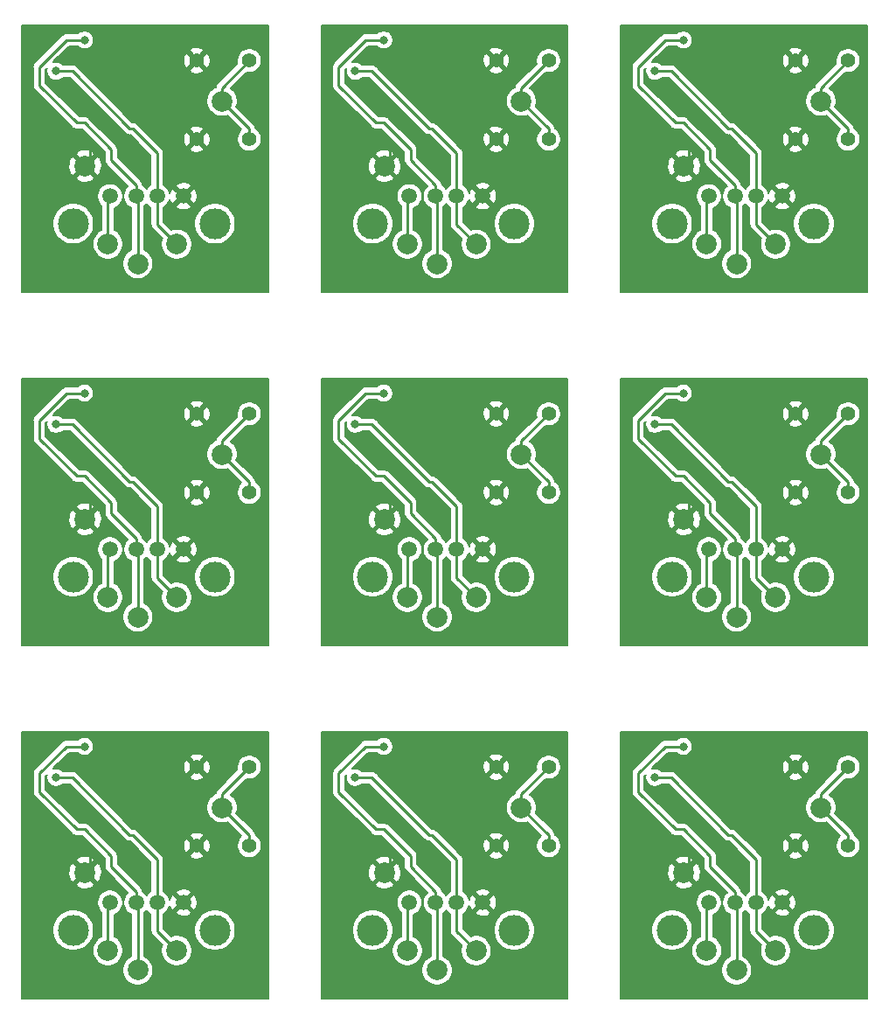
<source format=gbl>
G04 #@! TF.GenerationSoftware,KiCad,Pcbnew,(5.0.1)-4*
G04 #@! TF.CreationDate,2019-01-31T17:22:40-08:00*
G04 #@! TF.ProjectId,programing_adapter,70726F6772616D696E675F6164617074,rev?*
G04 #@! TF.SameCoordinates,Original*
G04 #@! TF.FileFunction,Copper,L2,Bot,Signal*
G04 #@! TF.FilePolarity,Positive*
%FSLAX46Y46*%
G04 Gerber Fmt 4.6, Leading zero omitted, Abs format (unit mm)*
G04 Created by KiCad (PCBNEW (5.0.1)-4) date 1/31/2019 5:22:40 PM*
%MOMM*%
%LPD*%
G01*
G04 APERTURE LIST*
G04 #@! TA.AperFunction,ComponentPad*
%ADD10C,1.397000*%
G04 #@! TD*
G04 #@! TA.AperFunction,BGAPad,CuDef*
%ADD11C,2.000000*%
G04 #@! TD*
G04 #@! TA.AperFunction,ComponentPad*
%ADD12C,1.500000*%
G04 #@! TD*
G04 #@! TA.AperFunction,ComponentPad*
%ADD13C,3.000000*%
G04 #@! TD*
G04 #@! TA.AperFunction,ViaPad*
%ADD14C,0.800000*%
G04 #@! TD*
G04 #@! TA.AperFunction,Conductor*
%ADD15C,0.250000*%
G04 #@! TD*
G04 #@! TA.AperFunction,Conductor*
%ADD16C,0.200000*%
G04 #@! TD*
G04 APERTURE END LIST*
D10*
G04 #@! TO.P,SW1,1*
G04 #@! TO.N,GND*
X196010000Y-145880000D03*
G04 #@! TO.P,SW1,2*
G04 #@! TO.N,/Reset*
X201090000Y-145880000D03*
G04 #@! TO.P,SW1,1*
G04 #@! TO.N,GND*
X196010000Y-153500000D03*
G04 #@! TO.P,SW1,2*
G04 #@! TO.N,/Reset*
X201090000Y-153500000D03*
G04 #@! TD*
G04 #@! TO.P,SW1,1*
G04 #@! TO.N,GND*
X167010000Y-145880000D03*
G04 #@! TO.P,SW1,2*
G04 #@! TO.N,/Reset*
X172090000Y-145880000D03*
G04 #@! TO.P,SW1,1*
G04 #@! TO.N,GND*
X167010000Y-153500000D03*
G04 #@! TO.P,SW1,2*
G04 #@! TO.N,/Reset*
X172090000Y-153500000D03*
G04 #@! TD*
G04 #@! TO.P,SW1,1*
G04 #@! TO.N,GND*
X138010000Y-145880000D03*
G04 #@! TO.P,SW1,2*
G04 #@! TO.N,/Reset*
X143090000Y-145880000D03*
G04 #@! TO.P,SW1,1*
G04 #@! TO.N,GND*
X138010000Y-153500000D03*
G04 #@! TO.P,SW1,2*
G04 #@! TO.N,/Reset*
X143090000Y-153500000D03*
G04 #@! TD*
G04 #@! TO.P,SW1,1*
G04 #@! TO.N,GND*
X196010000Y-111680000D03*
G04 #@! TO.P,SW1,2*
G04 #@! TO.N,/Reset*
X201090000Y-111680000D03*
G04 #@! TO.P,SW1,1*
G04 #@! TO.N,GND*
X196010000Y-119300000D03*
G04 #@! TO.P,SW1,2*
G04 #@! TO.N,/Reset*
X201090000Y-119300000D03*
G04 #@! TD*
G04 #@! TO.P,SW1,1*
G04 #@! TO.N,GND*
X167010000Y-111680000D03*
G04 #@! TO.P,SW1,2*
G04 #@! TO.N,/Reset*
X172090000Y-111680000D03*
G04 #@! TO.P,SW1,1*
G04 #@! TO.N,GND*
X167010000Y-119300000D03*
G04 #@! TO.P,SW1,2*
G04 #@! TO.N,/Reset*
X172090000Y-119300000D03*
G04 #@! TD*
G04 #@! TO.P,SW1,1*
G04 #@! TO.N,GND*
X138010000Y-111680000D03*
G04 #@! TO.P,SW1,2*
G04 #@! TO.N,/Reset*
X143090000Y-111680000D03*
G04 #@! TO.P,SW1,1*
G04 #@! TO.N,GND*
X138010000Y-119300000D03*
G04 #@! TO.P,SW1,2*
G04 #@! TO.N,/Reset*
X143090000Y-119300000D03*
G04 #@! TD*
G04 #@! TO.P,SW1,1*
G04 #@! TO.N,GND*
X196010000Y-77480000D03*
G04 #@! TO.P,SW1,2*
G04 #@! TO.N,/Reset*
X201090000Y-77480000D03*
G04 #@! TO.P,SW1,1*
G04 #@! TO.N,GND*
X196010000Y-85100000D03*
G04 #@! TO.P,SW1,2*
G04 #@! TO.N,/Reset*
X201090000Y-85100000D03*
G04 #@! TD*
G04 #@! TO.P,SW1,1*
G04 #@! TO.N,GND*
X167010000Y-77480000D03*
G04 #@! TO.P,SW1,2*
G04 #@! TO.N,/Reset*
X172090000Y-77480000D03*
G04 #@! TO.P,SW1,1*
G04 #@! TO.N,GND*
X167010000Y-85100000D03*
G04 #@! TO.P,SW1,2*
G04 #@! TO.N,/Reset*
X172090000Y-85100000D03*
G04 #@! TD*
D11*
G04 #@! TO.P,TP5,1*
G04 #@! TO.N,/Reset*
X198440000Y-149810000D03*
G04 #@! TD*
G04 #@! TO.P,TP5,1*
G04 #@! TO.N,/Reset*
X169440000Y-149810000D03*
G04 #@! TD*
G04 #@! TO.P,TP5,1*
G04 #@! TO.N,/Reset*
X140440000Y-149810000D03*
G04 #@! TD*
G04 #@! TO.P,TP5,1*
G04 #@! TO.N,/Reset*
X198440000Y-115610000D03*
G04 #@! TD*
G04 #@! TO.P,TP5,1*
G04 #@! TO.N,/Reset*
X169440000Y-115610000D03*
G04 #@! TD*
G04 #@! TO.P,TP5,1*
G04 #@! TO.N,/Reset*
X140440000Y-115610000D03*
G04 #@! TD*
G04 #@! TO.P,TP5,1*
G04 #@! TO.N,/Reset*
X198440000Y-81410000D03*
G04 #@! TD*
G04 #@! TO.P,TP5,1*
G04 #@! TO.N,/Reset*
X169440000Y-81410000D03*
G04 #@! TD*
G04 #@! TO.P,TP4,1*
G04 #@! TO.N,/SWDCLK*
X190290000Y-165550000D03*
G04 #@! TD*
G04 #@! TO.P,TP4,1*
G04 #@! TO.N,/SWDCLK*
X161290000Y-165550000D03*
G04 #@! TD*
G04 #@! TO.P,TP4,1*
G04 #@! TO.N,/SWDCLK*
X132290000Y-165550000D03*
G04 #@! TD*
G04 #@! TO.P,TP4,1*
G04 #@! TO.N,/SWDCLK*
X190290000Y-131350000D03*
G04 #@! TD*
G04 #@! TO.P,TP4,1*
G04 #@! TO.N,/SWDCLK*
X161290000Y-131350000D03*
G04 #@! TD*
G04 #@! TO.P,TP4,1*
G04 #@! TO.N,/SWDCLK*
X132290000Y-131350000D03*
G04 #@! TD*
G04 #@! TO.P,TP4,1*
G04 #@! TO.N,/SWDCLK*
X190290000Y-97150000D03*
G04 #@! TD*
G04 #@! TO.P,TP4,1*
G04 #@! TO.N,/SWDCLK*
X161290000Y-97150000D03*
G04 #@! TD*
G04 #@! TO.P,TP3,1*
G04 #@! TO.N,/SWDIO*
X194070000Y-163660000D03*
G04 #@! TD*
G04 #@! TO.P,TP3,1*
G04 #@! TO.N,/SWDIO*
X165070000Y-163660000D03*
G04 #@! TD*
G04 #@! TO.P,TP3,1*
G04 #@! TO.N,/SWDIO*
X136070000Y-163660000D03*
G04 #@! TD*
G04 #@! TO.P,TP3,1*
G04 #@! TO.N,/SWDIO*
X194070000Y-129460000D03*
G04 #@! TD*
G04 #@! TO.P,TP3,1*
G04 #@! TO.N,/SWDIO*
X165070000Y-129460000D03*
G04 #@! TD*
G04 #@! TO.P,TP3,1*
G04 #@! TO.N,/SWDIO*
X136070000Y-129460000D03*
G04 #@! TD*
G04 #@! TO.P,TP3,1*
G04 #@! TO.N,/SWDIO*
X194070000Y-95260000D03*
G04 #@! TD*
G04 #@! TO.P,TP3,1*
G04 #@! TO.N,/SWDIO*
X165070000Y-95260000D03*
G04 #@! TD*
G04 #@! TO.P,TP2,1*
G04 #@! TO.N,GND*
X185200000Y-156100000D03*
G04 #@! TD*
G04 #@! TO.P,TP2,1*
G04 #@! TO.N,GND*
X156200000Y-156100000D03*
G04 #@! TD*
G04 #@! TO.P,TP2,1*
G04 #@! TO.N,GND*
X127200000Y-156100000D03*
G04 #@! TD*
G04 #@! TO.P,TP2,1*
G04 #@! TO.N,GND*
X185200000Y-121900000D03*
G04 #@! TD*
G04 #@! TO.P,TP2,1*
G04 #@! TO.N,GND*
X156200000Y-121900000D03*
G04 #@! TD*
G04 #@! TO.P,TP2,1*
G04 #@! TO.N,GND*
X127200000Y-121900000D03*
G04 #@! TD*
G04 #@! TO.P,TP2,1*
G04 #@! TO.N,GND*
X185200000Y-87700000D03*
G04 #@! TD*
G04 #@! TO.P,TP2,1*
G04 #@! TO.N,GND*
X156200000Y-87700000D03*
G04 #@! TD*
G04 #@! TO.P,TP1,1*
G04 #@! TO.N,+5V*
X187400000Y-163640000D03*
G04 #@! TD*
G04 #@! TO.P,TP1,1*
G04 #@! TO.N,+5V*
X158400000Y-163640000D03*
G04 #@! TD*
G04 #@! TO.P,TP1,1*
G04 #@! TO.N,+5V*
X129400000Y-163640000D03*
G04 #@! TD*
G04 #@! TO.P,TP1,1*
G04 #@! TO.N,+5V*
X187400000Y-129440000D03*
G04 #@! TD*
G04 #@! TO.P,TP1,1*
G04 #@! TO.N,+5V*
X158400000Y-129440000D03*
G04 #@! TD*
G04 #@! TO.P,TP1,1*
G04 #@! TO.N,+5V*
X129400000Y-129440000D03*
G04 #@! TD*
G04 #@! TO.P,TP1,1*
G04 #@! TO.N,+5V*
X187400000Y-95240000D03*
G04 #@! TD*
G04 #@! TO.P,TP1,1*
G04 #@! TO.N,+5V*
X158400000Y-95240000D03*
G04 #@! TD*
D12*
G04 #@! TO.P,J2,4*
G04 #@! TO.N,GND*
X194715001Y-159005001D03*
G04 #@! TO.P,J2,3*
G04 #@! TO.N,/SWDIO*
X192175001Y-159005001D03*
G04 #@! TO.P,J2,2*
G04 #@! TO.N,/SWDCLK*
X190145001Y-159005001D03*
G04 #@! TO.P,J2,1*
G04 #@! TO.N,+5V*
X187605001Y-159005001D03*
D13*
G04 #@! TO.P,J2,5*
G04 #@! TO.N,/Reset*
X197765001Y-161675001D03*
X184045001Y-161675001D03*
G04 #@! TD*
D12*
G04 #@! TO.P,J2,4*
G04 #@! TO.N,GND*
X165715001Y-159005001D03*
G04 #@! TO.P,J2,3*
G04 #@! TO.N,/SWDIO*
X163175001Y-159005001D03*
G04 #@! TO.P,J2,2*
G04 #@! TO.N,/SWDCLK*
X161145001Y-159005001D03*
G04 #@! TO.P,J2,1*
G04 #@! TO.N,+5V*
X158605001Y-159005001D03*
D13*
G04 #@! TO.P,J2,5*
G04 #@! TO.N,/Reset*
X168765001Y-161675001D03*
X155045001Y-161675001D03*
G04 #@! TD*
D12*
G04 #@! TO.P,J2,4*
G04 #@! TO.N,GND*
X136715001Y-159005001D03*
G04 #@! TO.P,J2,3*
G04 #@! TO.N,/SWDIO*
X134175001Y-159005001D03*
G04 #@! TO.P,J2,2*
G04 #@! TO.N,/SWDCLK*
X132145001Y-159005001D03*
G04 #@! TO.P,J2,1*
G04 #@! TO.N,+5V*
X129605001Y-159005001D03*
D13*
G04 #@! TO.P,J2,5*
G04 #@! TO.N,/Reset*
X139765001Y-161675001D03*
X126045001Y-161675001D03*
G04 #@! TD*
D12*
G04 #@! TO.P,J2,4*
G04 #@! TO.N,GND*
X194715001Y-124805001D03*
G04 #@! TO.P,J2,3*
G04 #@! TO.N,/SWDIO*
X192175001Y-124805001D03*
G04 #@! TO.P,J2,2*
G04 #@! TO.N,/SWDCLK*
X190145001Y-124805001D03*
G04 #@! TO.P,J2,1*
G04 #@! TO.N,+5V*
X187605001Y-124805001D03*
D13*
G04 #@! TO.P,J2,5*
G04 #@! TO.N,/Reset*
X197765001Y-127475001D03*
X184045001Y-127475001D03*
G04 #@! TD*
D12*
G04 #@! TO.P,J2,4*
G04 #@! TO.N,GND*
X165715001Y-124805001D03*
G04 #@! TO.P,J2,3*
G04 #@! TO.N,/SWDIO*
X163175001Y-124805001D03*
G04 #@! TO.P,J2,2*
G04 #@! TO.N,/SWDCLK*
X161145001Y-124805001D03*
G04 #@! TO.P,J2,1*
G04 #@! TO.N,+5V*
X158605001Y-124805001D03*
D13*
G04 #@! TO.P,J2,5*
G04 #@! TO.N,/Reset*
X168765001Y-127475001D03*
X155045001Y-127475001D03*
G04 #@! TD*
D12*
G04 #@! TO.P,J2,4*
G04 #@! TO.N,GND*
X136715001Y-124805001D03*
G04 #@! TO.P,J2,3*
G04 #@! TO.N,/SWDIO*
X134175001Y-124805001D03*
G04 #@! TO.P,J2,2*
G04 #@! TO.N,/SWDCLK*
X132145001Y-124805001D03*
G04 #@! TO.P,J2,1*
G04 #@! TO.N,+5V*
X129605001Y-124805001D03*
D13*
G04 #@! TO.P,J2,5*
G04 #@! TO.N,/Reset*
X139765001Y-127475001D03*
X126045001Y-127475001D03*
G04 #@! TD*
D12*
G04 #@! TO.P,J2,4*
G04 #@! TO.N,GND*
X194715001Y-90605001D03*
G04 #@! TO.P,J2,3*
G04 #@! TO.N,/SWDIO*
X192175001Y-90605001D03*
G04 #@! TO.P,J2,2*
G04 #@! TO.N,/SWDCLK*
X190145001Y-90605001D03*
G04 #@! TO.P,J2,1*
G04 #@! TO.N,+5V*
X187605001Y-90605001D03*
D13*
G04 #@! TO.P,J2,5*
G04 #@! TO.N,/Reset*
X197765001Y-93275001D03*
X184045001Y-93275001D03*
G04 #@! TD*
D12*
G04 #@! TO.P,J2,4*
G04 #@! TO.N,GND*
X165715001Y-90605001D03*
G04 #@! TO.P,J2,3*
G04 #@! TO.N,/SWDIO*
X163175001Y-90605001D03*
G04 #@! TO.P,J2,2*
G04 #@! TO.N,/SWDCLK*
X161145001Y-90605001D03*
G04 #@! TO.P,J2,1*
G04 #@! TO.N,+5V*
X158605001Y-90605001D03*
D13*
G04 #@! TO.P,J2,5*
G04 #@! TO.N,/Reset*
X168765001Y-93275001D03*
X155045001Y-93275001D03*
G04 #@! TD*
G04 #@! TO.P,J2,5*
G04 #@! TO.N,/Reset*
X126045001Y-93275001D03*
X139765001Y-93275001D03*
D12*
G04 #@! TO.P,J2,1*
G04 #@! TO.N,+5V*
X129605001Y-90605001D03*
G04 #@! TO.P,J2,2*
G04 #@! TO.N,/SWDCLK*
X132145001Y-90605001D03*
G04 #@! TO.P,J2,3*
G04 #@! TO.N,/SWDIO*
X134175001Y-90605001D03*
G04 #@! TO.P,J2,4*
G04 #@! TO.N,GND*
X136715001Y-90605001D03*
G04 #@! TD*
D11*
G04 #@! TO.P,TP1,1*
G04 #@! TO.N,+5V*
X129400000Y-95240000D03*
G04 #@! TD*
G04 #@! TO.P,TP2,1*
G04 #@! TO.N,GND*
X127200000Y-87700000D03*
G04 #@! TD*
G04 #@! TO.P,TP3,1*
G04 #@! TO.N,/SWDIO*
X136070000Y-95260000D03*
G04 #@! TD*
G04 #@! TO.P,TP4,1*
G04 #@! TO.N,/SWDCLK*
X132290000Y-97150000D03*
G04 #@! TD*
G04 #@! TO.P,TP5,1*
G04 #@! TO.N,/Reset*
X140440000Y-81410000D03*
G04 #@! TD*
D10*
G04 #@! TO.P,SW1,2*
G04 #@! TO.N,/Reset*
X143090000Y-85100000D03*
G04 #@! TO.P,SW1,1*
G04 #@! TO.N,GND*
X138010000Y-85100000D03*
G04 #@! TO.P,SW1,2*
G04 #@! TO.N,/Reset*
X143090000Y-77480000D03*
G04 #@! TO.P,SW1,1*
G04 #@! TO.N,GND*
X138010000Y-77480000D03*
G04 #@! TD*
D14*
G04 #@! TO.N,GND*
X127690000Y-85610000D03*
X130980000Y-85500000D03*
X132580000Y-82540000D03*
X124480002Y-80040000D03*
X133580000Y-94670000D03*
X131290000Y-94410000D03*
X142850000Y-92140000D03*
X141450000Y-88370000D03*
X124470000Y-85560000D03*
X124910000Y-89530000D03*
X133020000Y-88370000D03*
X132330000Y-75840000D03*
X143740000Y-79630000D03*
X134880000Y-85510000D03*
X130780000Y-92090000D03*
X156690000Y-85610000D03*
X185690000Y-85610000D03*
X127690000Y-119810000D03*
X156690000Y-119810000D03*
X185690000Y-119810000D03*
X127690000Y-154010000D03*
X156690000Y-154010000D03*
X185690000Y-154010000D03*
X159980000Y-85500000D03*
X188980000Y-85500000D03*
X130980000Y-119700000D03*
X159980000Y-119700000D03*
X188980000Y-119700000D03*
X130980000Y-153900000D03*
X159980000Y-153900000D03*
X188980000Y-153900000D03*
X161580000Y-82540000D03*
X190580000Y-82540000D03*
X132580000Y-116740000D03*
X161580000Y-116740000D03*
X190580000Y-116740000D03*
X132580000Y-150940000D03*
X161580000Y-150940000D03*
X190580000Y-150940000D03*
X153480002Y-80040000D03*
X182480002Y-80040000D03*
X124480002Y-114240000D03*
X153480002Y-114240000D03*
X182480002Y-114240000D03*
X124480002Y-148440000D03*
X153480002Y-148440000D03*
X182480002Y-148440000D03*
X162580000Y-94670000D03*
X191580000Y-94670000D03*
X133580000Y-128870000D03*
X162580000Y-128870000D03*
X191580000Y-128870000D03*
X133580000Y-163070000D03*
X162580000Y-163070000D03*
X191580000Y-163070000D03*
X160290000Y-94410000D03*
X189290000Y-94410000D03*
X131290000Y-128610000D03*
X160290000Y-128610000D03*
X189290000Y-128610000D03*
X131290000Y-162810000D03*
X160290000Y-162810000D03*
X189290000Y-162810000D03*
X171850000Y-92140000D03*
X200850000Y-92140000D03*
X142850000Y-126340000D03*
X171850000Y-126340000D03*
X200850000Y-126340000D03*
X142850000Y-160540000D03*
X171850000Y-160540000D03*
X200850000Y-160540000D03*
X170450000Y-88370000D03*
X199450000Y-88370000D03*
X141450000Y-122570000D03*
X170450000Y-122570000D03*
X199450000Y-122570000D03*
X141450000Y-156770000D03*
X170450000Y-156770000D03*
X199450000Y-156770000D03*
X153470000Y-85560000D03*
X182470000Y-85560000D03*
X124470000Y-119760000D03*
X153470000Y-119760000D03*
X182470000Y-119760000D03*
X124470000Y-153960000D03*
X153470000Y-153960000D03*
X182470000Y-153960000D03*
X153910000Y-89530000D03*
X182910000Y-89530000D03*
X124910000Y-123730000D03*
X153910000Y-123730000D03*
X182910000Y-123730000D03*
X124910000Y-157930000D03*
X153910000Y-157930000D03*
X182910000Y-157930000D03*
X162020000Y-88370000D03*
X191020000Y-88370000D03*
X133020000Y-122570000D03*
X162020000Y-122570000D03*
X191020000Y-122570000D03*
X133020000Y-156770000D03*
X162020000Y-156770000D03*
X191020000Y-156770000D03*
X161330000Y-75840000D03*
X190330000Y-75840000D03*
X132330000Y-110040000D03*
X161330000Y-110040000D03*
X190330000Y-110040000D03*
X132330000Y-144240000D03*
X161330000Y-144240000D03*
X190330000Y-144240000D03*
X172740000Y-79630000D03*
X201740000Y-79630000D03*
X143740000Y-113830000D03*
X172740000Y-113830000D03*
X201740000Y-113830000D03*
X143740000Y-148030000D03*
X172740000Y-148030000D03*
X201740000Y-148030000D03*
X163880000Y-85510000D03*
X192880000Y-85510000D03*
X134880000Y-119710000D03*
X163880000Y-119710000D03*
X192880000Y-119710000D03*
X134880000Y-153910000D03*
X163880000Y-153910000D03*
X192880000Y-153910000D03*
X159780000Y-92090000D03*
X188780000Y-92090000D03*
X130780000Y-126290000D03*
X159780000Y-126290000D03*
X188780000Y-126290000D03*
X130780000Y-160490000D03*
X159780000Y-160490000D03*
X188780000Y-160490000D03*
G04 #@! TO.N,/SWDIO*
X124360000Y-78500000D03*
X153360000Y-78500000D03*
X182360000Y-78500000D03*
X124360000Y-112700000D03*
X153360000Y-112700000D03*
X182360000Y-112700000D03*
X124360000Y-146900000D03*
X153360000Y-146900000D03*
X182360000Y-146900000D03*
G04 #@! TO.N,/SWDCLK*
X127130000Y-75490000D03*
X156130000Y-75490000D03*
X185130000Y-75490000D03*
X127130000Y-109690000D03*
X156130000Y-109690000D03*
X185130000Y-109690000D03*
X127130000Y-143890000D03*
X156130000Y-143890000D03*
X185130000Y-143890000D03*
G04 #@! TD*
D15*
G04 #@! TO.N,+5V*
X129400000Y-90810002D02*
X129605001Y-90605001D01*
X129400000Y-95240000D02*
X129400000Y-90810002D01*
X158400000Y-90810002D02*
X158605001Y-90605001D01*
X187400000Y-90810002D02*
X187605001Y-90605001D01*
X129400000Y-125010002D02*
X129605001Y-124805001D01*
X158400000Y-125010002D02*
X158605001Y-124805001D01*
X187400000Y-125010002D02*
X187605001Y-124805001D01*
X129400000Y-159210002D02*
X129605001Y-159005001D01*
X158400000Y-159210002D02*
X158605001Y-159005001D01*
X187400000Y-159210002D02*
X187605001Y-159005001D01*
X158400000Y-95240000D02*
X158400000Y-90810002D01*
X187400000Y-95240000D02*
X187400000Y-90810002D01*
X129400000Y-129440000D02*
X129400000Y-125010002D01*
X158400000Y-129440000D02*
X158400000Y-125010002D01*
X187400000Y-129440000D02*
X187400000Y-125010002D01*
X129400000Y-163640000D02*
X129400000Y-159210002D01*
X158400000Y-163640000D02*
X158400000Y-159210002D01*
X187400000Y-163640000D02*
X187400000Y-159210002D01*
G04 #@! TO.N,GND*
X127690000Y-87210000D02*
X127200000Y-87700000D01*
X127690000Y-85610000D02*
X127690000Y-87210000D01*
X156690000Y-87210000D02*
X156200000Y-87700000D01*
X185690000Y-87210000D02*
X185200000Y-87700000D01*
X127690000Y-121410000D02*
X127200000Y-121900000D01*
X156690000Y-121410000D02*
X156200000Y-121900000D01*
X185690000Y-121410000D02*
X185200000Y-121900000D01*
X127690000Y-155610000D02*
X127200000Y-156100000D01*
X156690000Y-155610000D02*
X156200000Y-156100000D01*
X185690000Y-155610000D02*
X185200000Y-156100000D01*
X156690000Y-85610000D02*
X156690000Y-87210000D01*
X185690000Y-85610000D02*
X185690000Y-87210000D01*
X127690000Y-119810000D02*
X127690000Y-121410000D01*
X156690000Y-119810000D02*
X156690000Y-121410000D01*
X185690000Y-119810000D02*
X185690000Y-121410000D01*
X127690000Y-154010000D02*
X127690000Y-155610000D01*
X156690000Y-154010000D02*
X156690000Y-155610000D01*
X185690000Y-154010000D02*
X185690000Y-155610000D01*
G04 #@! TO.N,/SWDIO*
X134175001Y-93365001D02*
X134175001Y-90605001D01*
X136070000Y-95260000D02*
X134175001Y-93365001D01*
X134175001Y-86455001D02*
X134175001Y-90605001D01*
X131790000Y-84070000D02*
X134175001Y-86455001D01*
X131790000Y-84070000D02*
X131510000Y-84070000D01*
X125940000Y-78500000D02*
X124360000Y-78500000D01*
X131510000Y-84070000D02*
X125940000Y-78500000D01*
X160510000Y-84070000D02*
X154940000Y-78500000D01*
X189510000Y-84070000D02*
X183940000Y-78500000D01*
X131510000Y-118270000D02*
X125940000Y-112700000D01*
X160510000Y-118270000D02*
X154940000Y-112700000D01*
X189510000Y-118270000D02*
X183940000Y-112700000D01*
X131510000Y-152470000D02*
X125940000Y-146900000D01*
X160510000Y-152470000D02*
X154940000Y-146900000D01*
X189510000Y-152470000D02*
X183940000Y-146900000D01*
X154940000Y-78500000D02*
X153360000Y-78500000D01*
X183940000Y-78500000D02*
X182360000Y-78500000D01*
X125940000Y-112700000D02*
X124360000Y-112700000D01*
X154940000Y-112700000D02*
X153360000Y-112700000D01*
X183940000Y-112700000D02*
X182360000Y-112700000D01*
X125940000Y-146900000D02*
X124360000Y-146900000D01*
X154940000Y-146900000D02*
X153360000Y-146900000D01*
X183940000Y-146900000D02*
X182360000Y-146900000D01*
X165070000Y-95260000D02*
X163175001Y-93365001D01*
X194070000Y-95260000D02*
X192175001Y-93365001D01*
X136070000Y-129460000D02*
X134175001Y-127565001D01*
X165070000Y-129460000D02*
X163175001Y-127565001D01*
X194070000Y-129460000D02*
X192175001Y-127565001D01*
X136070000Y-163660000D02*
X134175001Y-161765001D01*
X165070000Y-163660000D02*
X163175001Y-161765001D01*
X194070000Y-163660000D02*
X192175001Y-161765001D01*
X163175001Y-86455001D02*
X163175001Y-90605001D01*
X192175001Y-86455001D02*
X192175001Y-90605001D01*
X134175001Y-120655001D02*
X134175001Y-124805001D01*
X163175001Y-120655001D02*
X163175001Y-124805001D01*
X192175001Y-120655001D02*
X192175001Y-124805001D01*
X134175001Y-154855001D02*
X134175001Y-159005001D01*
X163175001Y-154855001D02*
X163175001Y-159005001D01*
X192175001Y-154855001D02*
X192175001Y-159005001D01*
X160790000Y-84070000D02*
X163175001Y-86455001D01*
X189790000Y-84070000D02*
X192175001Y-86455001D01*
X131790000Y-118270000D02*
X134175001Y-120655001D01*
X160790000Y-118270000D02*
X163175001Y-120655001D01*
X189790000Y-118270000D02*
X192175001Y-120655001D01*
X131790000Y-152470000D02*
X134175001Y-154855001D01*
X160790000Y-152470000D02*
X163175001Y-154855001D01*
X189790000Y-152470000D02*
X192175001Y-154855001D01*
X160790000Y-84070000D02*
X160510000Y-84070000D01*
X189790000Y-84070000D02*
X189510000Y-84070000D01*
X131790000Y-118270000D02*
X131510000Y-118270000D01*
X160790000Y-118270000D02*
X160510000Y-118270000D01*
X189790000Y-118270000D02*
X189510000Y-118270000D01*
X131790000Y-152470000D02*
X131510000Y-152470000D01*
X160790000Y-152470000D02*
X160510000Y-152470000D01*
X189790000Y-152470000D02*
X189510000Y-152470000D01*
X163175001Y-93365001D02*
X163175001Y-90605001D01*
X192175001Y-93365001D02*
X192175001Y-90605001D01*
X134175001Y-127565001D02*
X134175001Y-124805001D01*
X163175001Y-127565001D02*
X163175001Y-124805001D01*
X192175001Y-127565001D02*
X192175001Y-124805001D01*
X134175001Y-161765001D02*
X134175001Y-159005001D01*
X163175001Y-161765001D02*
X163175001Y-159005001D01*
X192175001Y-161765001D02*
X192175001Y-159005001D01*
G04 #@! TO.N,/SWDCLK*
X132290000Y-90750000D02*
X132145001Y-90605001D01*
X132290000Y-97150000D02*
X132290000Y-90750000D01*
X132145001Y-89544341D02*
X129720000Y-87119340D01*
X132145001Y-90605001D02*
X132145001Y-89544341D01*
X129720000Y-87119340D02*
X129720000Y-86070000D01*
X129720000Y-86070000D02*
X127160000Y-83510000D01*
X127160000Y-83510000D02*
X126360000Y-83510000D01*
X126360000Y-83510000D02*
X122750000Y-79900000D01*
X122750000Y-79900000D02*
X122750000Y-78100000D01*
X122750000Y-78100000D02*
X125360000Y-75490000D01*
X125360000Y-75490000D02*
X127130000Y-75490000D01*
X154360000Y-75490000D02*
X156130000Y-75490000D01*
X183360000Y-75490000D02*
X185130000Y-75490000D01*
X125360000Y-109690000D02*
X127130000Y-109690000D01*
X154360000Y-109690000D02*
X156130000Y-109690000D01*
X183360000Y-109690000D02*
X185130000Y-109690000D01*
X125360000Y-143890000D02*
X127130000Y-143890000D01*
X154360000Y-143890000D02*
X156130000Y-143890000D01*
X183360000Y-143890000D02*
X185130000Y-143890000D01*
X151750000Y-78100000D02*
X154360000Y-75490000D01*
X180750000Y-78100000D02*
X183360000Y-75490000D01*
X122750000Y-112300000D02*
X125360000Y-109690000D01*
X151750000Y-112300000D02*
X154360000Y-109690000D01*
X180750000Y-112300000D02*
X183360000Y-109690000D01*
X122750000Y-146500000D02*
X125360000Y-143890000D01*
X151750000Y-146500000D02*
X154360000Y-143890000D01*
X180750000Y-146500000D02*
X183360000Y-143890000D01*
X151750000Y-79900000D02*
X151750000Y-78100000D01*
X180750000Y-79900000D02*
X180750000Y-78100000D01*
X122750000Y-114100000D02*
X122750000Y-112300000D01*
X151750000Y-114100000D02*
X151750000Y-112300000D01*
X180750000Y-114100000D02*
X180750000Y-112300000D01*
X122750000Y-148300000D02*
X122750000Y-146500000D01*
X151750000Y-148300000D02*
X151750000Y-146500000D01*
X180750000Y-148300000D02*
X180750000Y-146500000D01*
X155360000Y-83510000D02*
X151750000Y-79900000D01*
X184360000Y-83510000D02*
X180750000Y-79900000D01*
X126360000Y-117710000D02*
X122750000Y-114100000D01*
X155360000Y-117710000D02*
X151750000Y-114100000D01*
X184360000Y-117710000D02*
X180750000Y-114100000D01*
X126360000Y-151910000D02*
X122750000Y-148300000D01*
X155360000Y-151910000D02*
X151750000Y-148300000D01*
X184360000Y-151910000D02*
X180750000Y-148300000D01*
X156160000Y-83510000D02*
X155360000Y-83510000D01*
X185160000Y-83510000D02*
X184360000Y-83510000D01*
X127160000Y-117710000D02*
X126360000Y-117710000D01*
X156160000Y-117710000D02*
X155360000Y-117710000D01*
X185160000Y-117710000D02*
X184360000Y-117710000D01*
X127160000Y-151910000D02*
X126360000Y-151910000D01*
X156160000Y-151910000D02*
X155360000Y-151910000D01*
X185160000Y-151910000D02*
X184360000Y-151910000D01*
X158720000Y-86070000D02*
X156160000Y-83510000D01*
X187720000Y-86070000D02*
X185160000Y-83510000D01*
X129720000Y-120270000D02*
X127160000Y-117710000D01*
X158720000Y-120270000D02*
X156160000Y-117710000D01*
X187720000Y-120270000D02*
X185160000Y-117710000D01*
X129720000Y-154470000D02*
X127160000Y-151910000D01*
X158720000Y-154470000D02*
X156160000Y-151910000D01*
X187720000Y-154470000D02*
X185160000Y-151910000D01*
X158720000Y-87119340D02*
X158720000Y-86070000D01*
X187720000Y-87119340D02*
X187720000Y-86070000D01*
X129720000Y-121319340D02*
X129720000Y-120270000D01*
X158720000Y-121319340D02*
X158720000Y-120270000D01*
X187720000Y-121319340D02*
X187720000Y-120270000D01*
X129720000Y-155519340D02*
X129720000Y-154470000D01*
X158720000Y-155519340D02*
X158720000Y-154470000D01*
X187720000Y-155519340D02*
X187720000Y-154470000D01*
X161145001Y-90605001D02*
X161145001Y-89544341D01*
X190145001Y-90605001D02*
X190145001Y-89544341D01*
X132145001Y-124805001D02*
X132145001Y-123744341D01*
X161145001Y-124805001D02*
X161145001Y-123744341D01*
X190145001Y-124805001D02*
X190145001Y-123744341D01*
X132145001Y-159005001D02*
X132145001Y-157944341D01*
X161145001Y-159005001D02*
X161145001Y-157944341D01*
X190145001Y-159005001D02*
X190145001Y-157944341D01*
X161145001Y-89544341D02*
X158720000Y-87119340D01*
X190145001Y-89544341D02*
X187720000Y-87119340D01*
X132145001Y-123744341D02*
X129720000Y-121319340D01*
X161145001Y-123744341D02*
X158720000Y-121319340D01*
X190145001Y-123744341D02*
X187720000Y-121319340D01*
X132145001Y-157944341D02*
X129720000Y-155519340D01*
X161145001Y-157944341D02*
X158720000Y-155519340D01*
X190145001Y-157944341D02*
X187720000Y-155519340D01*
X161290000Y-97150000D02*
X161290000Y-90750000D01*
X190290000Y-97150000D02*
X190290000Y-90750000D01*
X132290000Y-131350000D02*
X132290000Y-124950000D01*
X161290000Y-131350000D02*
X161290000Y-124950000D01*
X190290000Y-131350000D02*
X190290000Y-124950000D01*
X132290000Y-165550000D02*
X132290000Y-159150000D01*
X161290000Y-165550000D02*
X161290000Y-159150000D01*
X190290000Y-165550000D02*
X190290000Y-159150000D01*
X161290000Y-90750000D02*
X161145001Y-90605001D01*
X190290000Y-90750000D02*
X190145001Y-90605001D01*
X132290000Y-124950000D02*
X132145001Y-124805001D01*
X161290000Y-124950000D02*
X161145001Y-124805001D01*
X190290000Y-124950000D02*
X190145001Y-124805001D01*
X132290000Y-159150000D02*
X132145001Y-159005001D01*
X161290000Y-159150000D02*
X161145001Y-159005001D01*
X190290000Y-159150000D02*
X190145001Y-159005001D01*
G04 #@! TO.N,/Reset*
X143090000Y-84060000D02*
X140440000Y-81410000D01*
X143090000Y-85100000D02*
X143090000Y-84060000D01*
X140440000Y-80130000D02*
X140440000Y-81410000D01*
X143090000Y-77480000D02*
X140440000Y-80130000D01*
X172090000Y-77480000D02*
X169440000Y-80130000D01*
X201090000Y-77480000D02*
X198440000Y-80130000D01*
X143090000Y-111680000D02*
X140440000Y-114330000D01*
X172090000Y-111680000D02*
X169440000Y-114330000D01*
X201090000Y-111680000D02*
X198440000Y-114330000D01*
X143090000Y-145880000D02*
X140440000Y-148530000D01*
X172090000Y-145880000D02*
X169440000Y-148530000D01*
X201090000Y-145880000D02*
X198440000Y-148530000D01*
X169440000Y-80130000D02*
X169440000Y-81410000D01*
X198440000Y-80130000D02*
X198440000Y-81410000D01*
X140440000Y-114330000D02*
X140440000Y-115610000D01*
X169440000Y-114330000D02*
X169440000Y-115610000D01*
X198440000Y-114330000D02*
X198440000Y-115610000D01*
X140440000Y-148530000D02*
X140440000Y-149810000D01*
X169440000Y-148530000D02*
X169440000Y-149810000D01*
X198440000Y-148530000D02*
X198440000Y-149810000D01*
X172090000Y-85100000D02*
X172090000Y-84060000D01*
X201090000Y-85100000D02*
X201090000Y-84060000D01*
X143090000Y-119300000D02*
X143090000Y-118260000D01*
X172090000Y-119300000D02*
X172090000Y-118260000D01*
X201090000Y-119300000D02*
X201090000Y-118260000D01*
X143090000Y-153500000D02*
X143090000Y-152460000D01*
X172090000Y-153500000D02*
X172090000Y-152460000D01*
X201090000Y-153500000D02*
X201090000Y-152460000D01*
X172090000Y-84060000D02*
X169440000Y-81410000D01*
X201090000Y-84060000D02*
X198440000Y-81410000D01*
X143090000Y-118260000D02*
X140440000Y-115610000D01*
X172090000Y-118260000D02*
X169440000Y-115610000D01*
X201090000Y-118260000D02*
X198440000Y-115610000D01*
X143090000Y-152460000D02*
X140440000Y-149810000D01*
X172090000Y-152460000D02*
X169440000Y-149810000D01*
X201090000Y-152460000D02*
X198440000Y-149810000D01*
G04 #@! TD*
D16*
G04 #@! TO.N,GND*
G36*
X144900000Y-99900000D02*
X121100000Y-99900000D01*
X121100000Y-93078018D01*
X124045001Y-93078018D01*
X124045001Y-93471984D01*
X124121860Y-93858379D01*
X124272624Y-94222356D01*
X124491500Y-94549927D01*
X124770075Y-94828502D01*
X125097646Y-95047378D01*
X125461623Y-95198142D01*
X125848018Y-95275001D01*
X126241984Y-95275001D01*
X126628379Y-95198142D01*
X126883993Y-95092263D01*
X127900000Y-95092263D01*
X127900000Y-95387737D01*
X127957644Y-95677534D01*
X128070717Y-95950517D01*
X128234874Y-96196194D01*
X128443806Y-96405126D01*
X128689483Y-96569283D01*
X128962466Y-96682356D01*
X129252263Y-96740000D01*
X129547737Y-96740000D01*
X129837534Y-96682356D01*
X130110517Y-96569283D01*
X130356194Y-96405126D01*
X130565126Y-96196194D01*
X130729283Y-95950517D01*
X130842356Y-95677534D01*
X130900000Y-95387737D01*
X130900000Y-95092263D01*
X130842356Y-94802466D01*
X130729283Y-94529483D01*
X130565126Y-94283806D01*
X130356194Y-94074874D01*
X130110517Y-93910717D01*
X130025000Y-93875295D01*
X130025000Y-91784021D01*
X130197098Y-91712736D01*
X130401829Y-91575939D01*
X130575939Y-91401829D01*
X130712736Y-91197098D01*
X130806964Y-90969612D01*
X130855001Y-90728115D01*
X130855001Y-90481887D01*
X130806964Y-90240390D01*
X130712736Y-90012904D01*
X130575939Y-89808173D01*
X130401829Y-89634063D01*
X130197098Y-89497266D01*
X129969612Y-89403038D01*
X129728115Y-89355001D01*
X129481887Y-89355001D01*
X129240390Y-89403038D01*
X129012904Y-89497266D01*
X128808173Y-89634063D01*
X128634063Y-89808173D01*
X128497266Y-90012904D01*
X128403038Y-90240390D01*
X128355001Y-90481887D01*
X128355001Y-90728115D01*
X128403038Y-90969612D01*
X128497266Y-91197098D01*
X128634063Y-91401829D01*
X128775001Y-91542767D01*
X128775000Y-93875295D01*
X128689483Y-93910717D01*
X128443806Y-94074874D01*
X128234874Y-94283806D01*
X128070717Y-94529483D01*
X127957644Y-94802466D01*
X127900000Y-95092263D01*
X126883993Y-95092263D01*
X126992356Y-95047378D01*
X127319927Y-94828502D01*
X127598502Y-94549927D01*
X127817378Y-94222356D01*
X127968142Y-93858379D01*
X128045001Y-93471984D01*
X128045001Y-93078018D01*
X127968142Y-92691623D01*
X127817378Y-92327646D01*
X127598502Y-92000075D01*
X127319927Y-91721500D01*
X126992356Y-91502624D01*
X126628379Y-91351860D01*
X126241984Y-91275001D01*
X125848018Y-91275001D01*
X125461623Y-91351860D01*
X125097646Y-91502624D01*
X124770075Y-91721500D01*
X124491500Y-92000075D01*
X124272624Y-92327646D01*
X124121860Y-92691623D01*
X124045001Y-93078018D01*
X121100000Y-93078018D01*
X121100000Y-88838199D01*
X126279590Y-88838199D01*
X126379181Y-89091762D01*
X126666472Y-89225154D01*
X126974265Y-89299934D01*
X127290735Y-89313230D01*
X127603716Y-89264531D01*
X127901184Y-89155708D01*
X128020819Y-89091762D01*
X128120410Y-88838199D01*
X127200000Y-87917789D01*
X126279590Y-88838199D01*
X121100000Y-88838199D01*
X121100000Y-87790735D01*
X125586770Y-87790735D01*
X125635469Y-88103716D01*
X125744292Y-88401184D01*
X125808238Y-88520819D01*
X126061801Y-88620410D01*
X126982211Y-87700000D01*
X127417789Y-87700000D01*
X128338199Y-88620410D01*
X128591762Y-88520819D01*
X128725154Y-88233528D01*
X128799934Y-87925735D01*
X128813230Y-87609265D01*
X128764531Y-87296284D01*
X128655708Y-86998816D01*
X128591762Y-86879181D01*
X128338199Y-86779590D01*
X127417789Y-87700000D01*
X126982211Y-87700000D01*
X126061801Y-86779590D01*
X125808238Y-86879181D01*
X125674846Y-87166472D01*
X125600066Y-87474265D01*
X125586770Y-87790735D01*
X121100000Y-87790735D01*
X121100000Y-86561801D01*
X126279590Y-86561801D01*
X127200000Y-87482211D01*
X128120410Y-86561801D01*
X128020819Y-86308238D01*
X127733528Y-86174846D01*
X127425735Y-86100066D01*
X127109265Y-86086770D01*
X126796284Y-86135469D01*
X126498816Y-86244292D01*
X126379181Y-86308238D01*
X126279590Y-86561801D01*
X121100000Y-86561801D01*
X121100000Y-78100000D01*
X122121977Y-78100000D01*
X122125001Y-78130704D01*
X122125000Y-79869306D01*
X122121977Y-79900000D01*
X122125000Y-79930694D01*
X122125000Y-79930703D01*
X122134043Y-80022520D01*
X122169781Y-80140333D01*
X122227817Y-80248910D01*
X122305920Y-80344080D01*
X122329776Y-80363658D01*
X125896346Y-83930229D01*
X125915920Y-83954080D01*
X126011089Y-84032183D01*
X126119666Y-84090219D01*
X126237479Y-84125957D01*
X126329296Y-84135000D01*
X126329306Y-84135000D01*
X126360000Y-84138023D01*
X126390694Y-84135000D01*
X126901118Y-84135000D01*
X129095001Y-86328884D01*
X129095000Y-87088646D01*
X129091977Y-87119340D01*
X129095000Y-87150034D01*
X129095000Y-87150043D01*
X129104043Y-87241860D01*
X129139781Y-87359673D01*
X129197817Y-87468250D01*
X129275920Y-87563420D01*
X129299776Y-87582998D01*
X131349772Y-89632995D01*
X131348173Y-89634063D01*
X131174063Y-89808173D01*
X131037266Y-90012904D01*
X130943038Y-90240390D01*
X130895001Y-90481887D01*
X130895001Y-90728115D01*
X130943038Y-90969612D01*
X131037266Y-91197098D01*
X131174063Y-91401829D01*
X131348173Y-91575939D01*
X131552904Y-91712736D01*
X131665001Y-91759168D01*
X131665000Y-95785295D01*
X131579483Y-95820717D01*
X131333806Y-95984874D01*
X131124874Y-96193806D01*
X130960717Y-96439483D01*
X130847644Y-96712466D01*
X130790000Y-97002263D01*
X130790000Y-97297737D01*
X130847644Y-97587534D01*
X130960717Y-97860517D01*
X131124874Y-98106194D01*
X131333806Y-98315126D01*
X131579483Y-98479283D01*
X131852466Y-98592356D01*
X132142263Y-98650000D01*
X132437737Y-98650000D01*
X132727534Y-98592356D01*
X133000517Y-98479283D01*
X133246194Y-98315126D01*
X133455126Y-98106194D01*
X133619283Y-97860517D01*
X133732356Y-97587534D01*
X133790000Y-97297737D01*
X133790000Y-97002263D01*
X133732356Y-96712466D01*
X133619283Y-96439483D01*
X133455126Y-96193806D01*
X133246194Y-95984874D01*
X133000517Y-95820717D01*
X132915000Y-95785295D01*
X132915000Y-91593866D01*
X132941829Y-91575939D01*
X133115939Y-91401829D01*
X133160001Y-91335886D01*
X133204063Y-91401829D01*
X133378173Y-91575939D01*
X133550002Y-91690751D01*
X133550001Y-93334307D01*
X133546978Y-93365001D01*
X133550001Y-93395695D01*
X133550001Y-93395704D01*
X133559044Y-93487521D01*
X133594782Y-93605334D01*
X133652818Y-93713911D01*
X133730921Y-93809081D01*
X133754777Y-93828659D01*
X134663066Y-94736949D01*
X134627644Y-94822466D01*
X134570000Y-95112263D01*
X134570000Y-95407737D01*
X134627644Y-95697534D01*
X134740717Y-95970517D01*
X134904874Y-96216194D01*
X135113806Y-96425126D01*
X135359483Y-96589283D01*
X135632466Y-96702356D01*
X135922263Y-96760000D01*
X136217737Y-96760000D01*
X136507534Y-96702356D01*
X136780517Y-96589283D01*
X137026194Y-96425126D01*
X137235126Y-96216194D01*
X137399283Y-95970517D01*
X137512356Y-95697534D01*
X137570000Y-95407737D01*
X137570000Y-95112263D01*
X137512356Y-94822466D01*
X137399283Y-94549483D01*
X137235126Y-94303806D01*
X137026194Y-94094874D01*
X136780517Y-93930717D01*
X136507534Y-93817644D01*
X136217737Y-93760000D01*
X135922263Y-93760000D01*
X135632466Y-93817644D01*
X135546949Y-93853066D01*
X134800001Y-93106119D01*
X134800001Y-93078018D01*
X137765001Y-93078018D01*
X137765001Y-93471984D01*
X137841860Y-93858379D01*
X137992624Y-94222356D01*
X138211500Y-94549927D01*
X138490075Y-94828502D01*
X138817646Y-95047378D01*
X139181623Y-95198142D01*
X139568018Y-95275001D01*
X139961984Y-95275001D01*
X140348379Y-95198142D01*
X140712356Y-95047378D01*
X141039927Y-94828502D01*
X141318502Y-94549927D01*
X141537378Y-94222356D01*
X141688142Y-93858379D01*
X141765001Y-93471984D01*
X141765001Y-93078018D01*
X141688142Y-92691623D01*
X141537378Y-92327646D01*
X141318502Y-92000075D01*
X141039927Y-91721500D01*
X140712356Y-91502624D01*
X140348379Y-91351860D01*
X139961984Y-91275001D01*
X139568018Y-91275001D01*
X139181623Y-91351860D01*
X138817646Y-91502624D01*
X138490075Y-91721500D01*
X138211500Y-92000075D01*
X137992624Y-92327646D01*
X137841860Y-92691623D01*
X137765001Y-93078018D01*
X134800001Y-93078018D01*
X134800001Y-91690751D01*
X134971829Y-91575939D01*
X134983398Y-91564370D01*
X135973421Y-91564370D01*
X136042639Y-91792428D01*
X136287214Y-91900783D01*
X136548228Y-91959342D01*
X136815651Y-91965854D01*
X137079206Y-91920070D01*
X137328765Y-91823748D01*
X137387363Y-91792428D01*
X137456581Y-91564370D01*
X136715001Y-90822790D01*
X135973421Y-91564370D01*
X134983398Y-91564370D01*
X135145939Y-91401829D01*
X135282736Y-91197098D01*
X135376964Y-90969612D01*
X135389262Y-90907785D01*
X135399932Y-90969206D01*
X135496254Y-91218765D01*
X135527574Y-91277363D01*
X135755632Y-91346581D01*
X136497212Y-90605001D01*
X136932790Y-90605001D01*
X137674370Y-91346581D01*
X137902428Y-91277363D01*
X138010783Y-91032788D01*
X138069342Y-90771774D01*
X138075854Y-90504351D01*
X138030070Y-90240796D01*
X137933748Y-89991237D01*
X137902428Y-89932639D01*
X137674370Y-89863421D01*
X136932790Y-90605001D01*
X136497212Y-90605001D01*
X135755632Y-89863421D01*
X135527574Y-89932639D01*
X135419219Y-90177214D01*
X135390161Y-90306735D01*
X135376964Y-90240390D01*
X135282736Y-90012904D01*
X135145939Y-89808173D01*
X134983398Y-89645632D01*
X135973421Y-89645632D01*
X136715001Y-90387212D01*
X137456581Y-89645632D01*
X137387363Y-89417574D01*
X137142788Y-89309219D01*
X136881774Y-89250660D01*
X136614351Y-89244148D01*
X136350796Y-89289932D01*
X136101237Y-89386254D01*
X136042639Y-89417574D01*
X135973421Y-89645632D01*
X134983398Y-89645632D01*
X134971829Y-89634063D01*
X134800001Y-89519251D01*
X134800001Y-86485702D01*
X134803025Y-86455001D01*
X134800001Y-86424297D01*
X134790958Y-86332480D01*
X134755220Y-86214667D01*
X134697184Y-86106090D01*
X134628555Y-86022464D01*
X137305325Y-86022464D01*
X137368259Y-86245282D01*
X137604023Y-86348473D01*
X137855389Y-86403686D01*
X138112696Y-86408799D01*
X138366057Y-86363616D01*
X138605735Y-86269873D01*
X138651741Y-86245282D01*
X138714675Y-86022464D01*
X138010000Y-85317789D01*
X137305325Y-86022464D01*
X134628555Y-86022464D01*
X134619081Y-86010921D01*
X134595231Y-85991348D01*
X133806579Y-85202696D01*
X136701201Y-85202696D01*
X136746384Y-85456057D01*
X136840127Y-85695735D01*
X136864718Y-85741741D01*
X137087536Y-85804675D01*
X137792211Y-85100000D01*
X138227789Y-85100000D01*
X138932464Y-85804675D01*
X139155282Y-85741741D01*
X139258473Y-85505977D01*
X139313686Y-85254611D01*
X139318799Y-84997304D01*
X139273616Y-84743943D01*
X139179873Y-84504265D01*
X139155282Y-84458259D01*
X138932464Y-84395325D01*
X138227789Y-85100000D01*
X137792211Y-85100000D01*
X137087536Y-84395325D01*
X136864718Y-84458259D01*
X136761527Y-84694023D01*
X136706314Y-84945389D01*
X136701201Y-85202696D01*
X133806579Y-85202696D01*
X132781419Y-84177536D01*
X137305325Y-84177536D01*
X138010000Y-84882211D01*
X138714675Y-84177536D01*
X138651741Y-83954718D01*
X138415977Y-83851527D01*
X138164611Y-83796314D01*
X137907304Y-83791201D01*
X137653943Y-83836384D01*
X137414265Y-83930127D01*
X137368259Y-83954718D01*
X137305325Y-84177536D01*
X132781419Y-84177536D01*
X132253658Y-83649776D01*
X132234080Y-83625920D01*
X132138911Y-83547817D01*
X132030334Y-83489781D01*
X131912521Y-83454043D01*
X131820704Y-83445000D01*
X131820694Y-83445000D01*
X131790000Y-83441977D01*
X131768025Y-83444141D01*
X129586147Y-81262263D01*
X138940000Y-81262263D01*
X138940000Y-81557737D01*
X138997644Y-81847534D01*
X139110717Y-82120517D01*
X139274874Y-82366194D01*
X139483806Y-82575126D01*
X139729483Y-82739283D01*
X140002466Y-82852356D01*
X140292263Y-82910000D01*
X140587737Y-82910000D01*
X140877534Y-82852356D01*
X140963051Y-82816934D01*
X142320591Y-84174474D01*
X142159064Y-84336001D01*
X142027903Y-84532297D01*
X141937558Y-84750410D01*
X141891500Y-84981958D01*
X141891500Y-85218042D01*
X141937558Y-85449590D01*
X142027903Y-85667703D01*
X142159064Y-85863999D01*
X142326001Y-86030936D01*
X142522297Y-86162097D01*
X142740410Y-86252442D01*
X142971958Y-86298500D01*
X143208042Y-86298500D01*
X143439590Y-86252442D01*
X143657703Y-86162097D01*
X143853999Y-86030936D01*
X144020936Y-85863999D01*
X144152097Y-85667703D01*
X144242442Y-85449590D01*
X144288500Y-85218042D01*
X144288500Y-84981958D01*
X144242442Y-84750410D01*
X144152097Y-84532297D01*
X144020936Y-84336001D01*
X143853999Y-84169064D01*
X143716341Y-84077084D01*
X143718024Y-84060000D01*
X143715000Y-84029296D01*
X143705957Y-83937479D01*
X143670219Y-83819666D01*
X143612183Y-83711089D01*
X143534080Y-83615920D01*
X143510229Y-83596346D01*
X141846934Y-81933051D01*
X141882356Y-81847534D01*
X141940000Y-81557737D01*
X141940000Y-81262263D01*
X141882356Y-80972466D01*
X141769283Y-80699483D01*
X141605126Y-80453806D01*
X141396194Y-80244874D01*
X141283985Y-80169898D01*
X142807997Y-78645886D01*
X142971958Y-78678500D01*
X143208042Y-78678500D01*
X143439590Y-78632442D01*
X143657703Y-78542097D01*
X143853999Y-78410936D01*
X144020936Y-78243999D01*
X144152097Y-78047703D01*
X144242442Y-77829590D01*
X144288500Y-77598042D01*
X144288500Y-77361958D01*
X144242442Y-77130410D01*
X144152097Y-76912297D01*
X144020936Y-76716001D01*
X143853999Y-76549064D01*
X143657703Y-76417903D01*
X143439590Y-76327558D01*
X143208042Y-76281500D01*
X142971958Y-76281500D01*
X142740410Y-76327558D01*
X142522297Y-76417903D01*
X142326001Y-76549064D01*
X142159064Y-76716001D01*
X142027903Y-76912297D01*
X141937558Y-77130410D01*
X141891500Y-77361958D01*
X141891500Y-77598042D01*
X141924114Y-77762003D01*
X140019776Y-79666342D01*
X139995920Y-79685920D01*
X139917817Y-79781090D01*
X139859781Y-79889667D01*
X139824043Y-80007480D01*
X139820545Y-80042998D01*
X139729483Y-80080717D01*
X139483806Y-80244874D01*
X139274874Y-80453806D01*
X139110717Y-80699483D01*
X138997644Y-80972466D01*
X138940000Y-81262263D01*
X129586147Y-81262263D01*
X126726347Y-78402464D01*
X137305325Y-78402464D01*
X137368259Y-78625282D01*
X137604023Y-78728473D01*
X137855389Y-78783686D01*
X138112696Y-78788799D01*
X138366057Y-78743616D01*
X138605735Y-78649873D01*
X138651741Y-78625282D01*
X138714675Y-78402464D01*
X138010000Y-77697789D01*
X137305325Y-78402464D01*
X126726347Y-78402464D01*
X126403658Y-78079776D01*
X126384080Y-78055920D01*
X126288911Y-77977817D01*
X126180334Y-77919781D01*
X126062521Y-77884043D01*
X125970704Y-77875000D01*
X125970694Y-77875000D01*
X125940000Y-77871977D01*
X125909306Y-77875000D01*
X125007793Y-77875000D01*
X124933717Y-77800924D01*
X124786310Y-77702430D01*
X124622520Y-77634586D01*
X124448642Y-77600000D01*
X124271358Y-77600000D01*
X124099748Y-77634135D01*
X124151187Y-77582696D01*
X136701201Y-77582696D01*
X136746384Y-77836057D01*
X136840127Y-78075735D01*
X136864718Y-78121741D01*
X137087536Y-78184675D01*
X137792211Y-77480000D01*
X138227789Y-77480000D01*
X138932464Y-78184675D01*
X139155282Y-78121741D01*
X139258473Y-77885977D01*
X139313686Y-77634611D01*
X139318799Y-77377304D01*
X139273616Y-77123943D01*
X139179873Y-76884265D01*
X139155282Y-76838259D01*
X138932464Y-76775325D01*
X138227789Y-77480000D01*
X137792211Y-77480000D01*
X137087536Y-76775325D01*
X136864718Y-76838259D01*
X136761527Y-77074023D01*
X136706314Y-77325389D01*
X136701201Y-77582696D01*
X124151187Y-77582696D01*
X125176347Y-76557536D01*
X137305325Y-76557536D01*
X138010000Y-77262211D01*
X138714675Y-76557536D01*
X138651741Y-76334718D01*
X138415977Y-76231527D01*
X138164611Y-76176314D01*
X137907304Y-76171201D01*
X137653943Y-76216384D01*
X137414265Y-76310127D01*
X137368259Y-76334718D01*
X137305325Y-76557536D01*
X125176347Y-76557536D01*
X125618884Y-76115000D01*
X126482207Y-76115000D01*
X126556283Y-76189076D01*
X126703690Y-76287570D01*
X126867480Y-76355414D01*
X127041358Y-76390000D01*
X127218642Y-76390000D01*
X127392520Y-76355414D01*
X127556310Y-76287570D01*
X127703717Y-76189076D01*
X127829076Y-76063717D01*
X127927570Y-75916310D01*
X127995414Y-75752520D01*
X128030000Y-75578642D01*
X128030000Y-75401358D01*
X127995414Y-75227480D01*
X127927570Y-75063690D01*
X127829076Y-74916283D01*
X127703717Y-74790924D01*
X127556310Y-74692430D01*
X127392520Y-74624586D01*
X127218642Y-74590000D01*
X127041358Y-74590000D01*
X126867480Y-74624586D01*
X126703690Y-74692430D01*
X126556283Y-74790924D01*
X126482207Y-74865000D01*
X125390693Y-74865000D01*
X125359999Y-74861977D01*
X125329305Y-74865000D01*
X125329296Y-74865000D01*
X125237479Y-74874043D01*
X125119666Y-74909781D01*
X125119664Y-74909782D01*
X125011087Y-74967818D01*
X124939768Y-75026348D01*
X124939765Y-75026351D01*
X124915920Y-75045920D01*
X124896351Y-75069765D01*
X122329772Y-77636346D01*
X122305921Y-77655920D01*
X122286348Y-77679770D01*
X122227818Y-77751089D01*
X122169782Y-77859666D01*
X122134044Y-77977479D01*
X122121977Y-78100000D01*
X121100000Y-78100000D01*
X121100000Y-74100000D01*
X144900000Y-74100000D01*
X144900000Y-99900000D01*
X144900000Y-99900000D01*
G37*
X144900000Y-99900000D02*
X121100000Y-99900000D01*
X121100000Y-93078018D01*
X124045001Y-93078018D01*
X124045001Y-93471984D01*
X124121860Y-93858379D01*
X124272624Y-94222356D01*
X124491500Y-94549927D01*
X124770075Y-94828502D01*
X125097646Y-95047378D01*
X125461623Y-95198142D01*
X125848018Y-95275001D01*
X126241984Y-95275001D01*
X126628379Y-95198142D01*
X126883993Y-95092263D01*
X127900000Y-95092263D01*
X127900000Y-95387737D01*
X127957644Y-95677534D01*
X128070717Y-95950517D01*
X128234874Y-96196194D01*
X128443806Y-96405126D01*
X128689483Y-96569283D01*
X128962466Y-96682356D01*
X129252263Y-96740000D01*
X129547737Y-96740000D01*
X129837534Y-96682356D01*
X130110517Y-96569283D01*
X130356194Y-96405126D01*
X130565126Y-96196194D01*
X130729283Y-95950517D01*
X130842356Y-95677534D01*
X130900000Y-95387737D01*
X130900000Y-95092263D01*
X130842356Y-94802466D01*
X130729283Y-94529483D01*
X130565126Y-94283806D01*
X130356194Y-94074874D01*
X130110517Y-93910717D01*
X130025000Y-93875295D01*
X130025000Y-91784021D01*
X130197098Y-91712736D01*
X130401829Y-91575939D01*
X130575939Y-91401829D01*
X130712736Y-91197098D01*
X130806964Y-90969612D01*
X130855001Y-90728115D01*
X130855001Y-90481887D01*
X130806964Y-90240390D01*
X130712736Y-90012904D01*
X130575939Y-89808173D01*
X130401829Y-89634063D01*
X130197098Y-89497266D01*
X129969612Y-89403038D01*
X129728115Y-89355001D01*
X129481887Y-89355001D01*
X129240390Y-89403038D01*
X129012904Y-89497266D01*
X128808173Y-89634063D01*
X128634063Y-89808173D01*
X128497266Y-90012904D01*
X128403038Y-90240390D01*
X128355001Y-90481887D01*
X128355001Y-90728115D01*
X128403038Y-90969612D01*
X128497266Y-91197098D01*
X128634063Y-91401829D01*
X128775001Y-91542767D01*
X128775000Y-93875295D01*
X128689483Y-93910717D01*
X128443806Y-94074874D01*
X128234874Y-94283806D01*
X128070717Y-94529483D01*
X127957644Y-94802466D01*
X127900000Y-95092263D01*
X126883993Y-95092263D01*
X126992356Y-95047378D01*
X127319927Y-94828502D01*
X127598502Y-94549927D01*
X127817378Y-94222356D01*
X127968142Y-93858379D01*
X128045001Y-93471984D01*
X128045001Y-93078018D01*
X127968142Y-92691623D01*
X127817378Y-92327646D01*
X127598502Y-92000075D01*
X127319927Y-91721500D01*
X126992356Y-91502624D01*
X126628379Y-91351860D01*
X126241984Y-91275001D01*
X125848018Y-91275001D01*
X125461623Y-91351860D01*
X125097646Y-91502624D01*
X124770075Y-91721500D01*
X124491500Y-92000075D01*
X124272624Y-92327646D01*
X124121860Y-92691623D01*
X124045001Y-93078018D01*
X121100000Y-93078018D01*
X121100000Y-88838199D01*
X126279590Y-88838199D01*
X126379181Y-89091762D01*
X126666472Y-89225154D01*
X126974265Y-89299934D01*
X127290735Y-89313230D01*
X127603716Y-89264531D01*
X127901184Y-89155708D01*
X128020819Y-89091762D01*
X128120410Y-88838199D01*
X127200000Y-87917789D01*
X126279590Y-88838199D01*
X121100000Y-88838199D01*
X121100000Y-87790735D01*
X125586770Y-87790735D01*
X125635469Y-88103716D01*
X125744292Y-88401184D01*
X125808238Y-88520819D01*
X126061801Y-88620410D01*
X126982211Y-87700000D01*
X127417789Y-87700000D01*
X128338199Y-88620410D01*
X128591762Y-88520819D01*
X128725154Y-88233528D01*
X128799934Y-87925735D01*
X128813230Y-87609265D01*
X128764531Y-87296284D01*
X128655708Y-86998816D01*
X128591762Y-86879181D01*
X128338199Y-86779590D01*
X127417789Y-87700000D01*
X126982211Y-87700000D01*
X126061801Y-86779590D01*
X125808238Y-86879181D01*
X125674846Y-87166472D01*
X125600066Y-87474265D01*
X125586770Y-87790735D01*
X121100000Y-87790735D01*
X121100000Y-86561801D01*
X126279590Y-86561801D01*
X127200000Y-87482211D01*
X128120410Y-86561801D01*
X128020819Y-86308238D01*
X127733528Y-86174846D01*
X127425735Y-86100066D01*
X127109265Y-86086770D01*
X126796284Y-86135469D01*
X126498816Y-86244292D01*
X126379181Y-86308238D01*
X126279590Y-86561801D01*
X121100000Y-86561801D01*
X121100000Y-78100000D01*
X122121977Y-78100000D01*
X122125001Y-78130704D01*
X122125000Y-79869306D01*
X122121977Y-79900000D01*
X122125000Y-79930694D01*
X122125000Y-79930703D01*
X122134043Y-80022520D01*
X122169781Y-80140333D01*
X122227817Y-80248910D01*
X122305920Y-80344080D01*
X122329776Y-80363658D01*
X125896346Y-83930229D01*
X125915920Y-83954080D01*
X126011089Y-84032183D01*
X126119666Y-84090219D01*
X126237479Y-84125957D01*
X126329296Y-84135000D01*
X126329306Y-84135000D01*
X126360000Y-84138023D01*
X126390694Y-84135000D01*
X126901118Y-84135000D01*
X129095001Y-86328884D01*
X129095000Y-87088646D01*
X129091977Y-87119340D01*
X129095000Y-87150034D01*
X129095000Y-87150043D01*
X129104043Y-87241860D01*
X129139781Y-87359673D01*
X129197817Y-87468250D01*
X129275920Y-87563420D01*
X129299776Y-87582998D01*
X131349772Y-89632995D01*
X131348173Y-89634063D01*
X131174063Y-89808173D01*
X131037266Y-90012904D01*
X130943038Y-90240390D01*
X130895001Y-90481887D01*
X130895001Y-90728115D01*
X130943038Y-90969612D01*
X131037266Y-91197098D01*
X131174063Y-91401829D01*
X131348173Y-91575939D01*
X131552904Y-91712736D01*
X131665001Y-91759168D01*
X131665000Y-95785295D01*
X131579483Y-95820717D01*
X131333806Y-95984874D01*
X131124874Y-96193806D01*
X130960717Y-96439483D01*
X130847644Y-96712466D01*
X130790000Y-97002263D01*
X130790000Y-97297737D01*
X130847644Y-97587534D01*
X130960717Y-97860517D01*
X131124874Y-98106194D01*
X131333806Y-98315126D01*
X131579483Y-98479283D01*
X131852466Y-98592356D01*
X132142263Y-98650000D01*
X132437737Y-98650000D01*
X132727534Y-98592356D01*
X133000517Y-98479283D01*
X133246194Y-98315126D01*
X133455126Y-98106194D01*
X133619283Y-97860517D01*
X133732356Y-97587534D01*
X133790000Y-97297737D01*
X133790000Y-97002263D01*
X133732356Y-96712466D01*
X133619283Y-96439483D01*
X133455126Y-96193806D01*
X133246194Y-95984874D01*
X133000517Y-95820717D01*
X132915000Y-95785295D01*
X132915000Y-91593866D01*
X132941829Y-91575939D01*
X133115939Y-91401829D01*
X133160001Y-91335886D01*
X133204063Y-91401829D01*
X133378173Y-91575939D01*
X133550002Y-91690751D01*
X133550001Y-93334307D01*
X133546978Y-93365001D01*
X133550001Y-93395695D01*
X133550001Y-93395704D01*
X133559044Y-93487521D01*
X133594782Y-93605334D01*
X133652818Y-93713911D01*
X133730921Y-93809081D01*
X133754777Y-93828659D01*
X134663066Y-94736949D01*
X134627644Y-94822466D01*
X134570000Y-95112263D01*
X134570000Y-95407737D01*
X134627644Y-95697534D01*
X134740717Y-95970517D01*
X134904874Y-96216194D01*
X135113806Y-96425126D01*
X135359483Y-96589283D01*
X135632466Y-96702356D01*
X135922263Y-96760000D01*
X136217737Y-96760000D01*
X136507534Y-96702356D01*
X136780517Y-96589283D01*
X137026194Y-96425126D01*
X137235126Y-96216194D01*
X137399283Y-95970517D01*
X137512356Y-95697534D01*
X137570000Y-95407737D01*
X137570000Y-95112263D01*
X137512356Y-94822466D01*
X137399283Y-94549483D01*
X137235126Y-94303806D01*
X137026194Y-94094874D01*
X136780517Y-93930717D01*
X136507534Y-93817644D01*
X136217737Y-93760000D01*
X135922263Y-93760000D01*
X135632466Y-93817644D01*
X135546949Y-93853066D01*
X134800001Y-93106119D01*
X134800001Y-93078018D01*
X137765001Y-93078018D01*
X137765001Y-93471984D01*
X137841860Y-93858379D01*
X137992624Y-94222356D01*
X138211500Y-94549927D01*
X138490075Y-94828502D01*
X138817646Y-95047378D01*
X139181623Y-95198142D01*
X139568018Y-95275001D01*
X139961984Y-95275001D01*
X140348379Y-95198142D01*
X140712356Y-95047378D01*
X141039927Y-94828502D01*
X141318502Y-94549927D01*
X141537378Y-94222356D01*
X141688142Y-93858379D01*
X141765001Y-93471984D01*
X141765001Y-93078018D01*
X141688142Y-92691623D01*
X141537378Y-92327646D01*
X141318502Y-92000075D01*
X141039927Y-91721500D01*
X140712356Y-91502624D01*
X140348379Y-91351860D01*
X139961984Y-91275001D01*
X139568018Y-91275001D01*
X139181623Y-91351860D01*
X138817646Y-91502624D01*
X138490075Y-91721500D01*
X138211500Y-92000075D01*
X137992624Y-92327646D01*
X137841860Y-92691623D01*
X137765001Y-93078018D01*
X134800001Y-93078018D01*
X134800001Y-91690751D01*
X134971829Y-91575939D01*
X134983398Y-91564370D01*
X135973421Y-91564370D01*
X136042639Y-91792428D01*
X136287214Y-91900783D01*
X136548228Y-91959342D01*
X136815651Y-91965854D01*
X137079206Y-91920070D01*
X137328765Y-91823748D01*
X137387363Y-91792428D01*
X137456581Y-91564370D01*
X136715001Y-90822790D01*
X135973421Y-91564370D01*
X134983398Y-91564370D01*
X135145939Y-91401829D01*
X135282736Y-91197098D01*
X135376964Y-90969612D01*
X135389262Y-90907785D01*
X135399932Y-90969206D01*
X135496254Y-91218765D01*
X135527574Y-91277363D01*
X135755632Y-91346581D01*
X136497212Y-90605001D01*
X136932790Y-90605001D01*
X137674370Y-91346581D01*
X137902428Y-91277363D01*
X138010783Y-91032788D01*
X138069342Y-90771774D01*
X138075854Y-90504351D01*
X138030070Y-90240796D01*
X137933748Y-89991237D01*
X137902428Y-89932639D01*
X137674370Y-89863421D01*
X136932790Y-90605001D01*
X136497212Y-90605001D01*
X135755632Y-89863421D01*
X135527574Y-89932639D01*
X135419219Y-90177214D01*
X135390161Y-90306735D01*
X135376964Y-90240390D01*
X135282736Y-90012904D01*
X135145939Y-89808173D01*
X134983398Y-89645632D01*
X135973421Y-89645632D01*
X136715001Y-90387212D01*
X137456581Y-89645632D01*
X137387363Y-89417574D01*
X137142788Y-89309219D01*
X136881774Y-89250660D01*
X136614351Y-89244148D01*
X136350796Y-89289932D01*
X136101237Y-89386254D01*
X136042639Y-89417574D01*
X135973421Y-89645632D01*
X134983398Y-89645632D01*
X134971829Y-89634063D01*
X134800001Y-89519251D01*
X134800001Y-86485702D01*
X134803025Y-86455001D01*
X134800001Y-86424297D01*
X134790958Y-86332480D01*
X134755220Y-86214667D01*
X134697184Y-86106090D01*
X134628555Y-86022464D01*
X137305325Y-86022464D01*
X137368259Y-86245282D01*
X137604023Y-86348473D01*
X137855389Y-86403686D01*
X138112696Y-86408799D01*
X138366057Y-86363616D01*
X138605735Y-86269873D01*
X138651741Y-86245282D01*
X138714675Y-86022464D01*
X138010000Y-85317789D01*
X137305325Y-86022464D01*
X134628555Y-86022464D01*
X134619081Y-86010921D01*
X134595231Y-85991348D01*
X133806579Y-85202696D01*
X136701201Y-85202696D01*
X136746384Y-85456057D01*
X136840127Y-85695735D01*
X136864718Y-85741741D01*
X137087536Y-85804675D01*
X137792211Y-85100000D01*
X138227789Y-85100000D01*
X138932464Y-85804675D01*
X139155282Y-85741741D01*
X139258473Y-85505977D01*
X139313686Y-85254611D01*
X139318799Y-84997304D01*
X139273616Y-84743943D01*
X139179873Y-84504265D01*
X139155282Y-84458259D01*
X138932464Y-84395325D01*
X138227789Y-85100000D01*
X137792211Y-85100000D01*
X137087536Y-84395325D01*
X136864718Y-84458259D01*
X136761527Y-84694023D01*
X136706314Y-84945389D01*
X136701201Y-85202696D01*
X133806579Y-85202696D01*
X132781419Y-84177536D01*
X137305325Y-84177536D01*
X138010000Y-84882211D01*
X138714675Y-84177536D01*
X138651741Y-83954718D01*
X138415977Y-83851527D01*
X138164611Y-83796314D01*
X137907304Y-83791201D01*
X137653943Y-83836384D01*
X137414265Y-83930127D01*
X137368259Y-83954718D01*
X137305325Y-84177536D01*
X132781419Y-84177536D01*
X132253658Y-83649776D01*
X132234080Y-83625920D01*
X132138911Y-83547817D01*
X132030334Y-83489781D01*
X131912521Y-83454043D01*
X131820704Y-83445000D01*
X131820694Y-83445000D01*
X131790000Y-83441977D01*
X131768025Y-83444141D01*
X129586147Y-81262263D01*
X138940000Y-81262263D01*
X138940000Y-81557737D01*
X138997644Y-81847534D01*
X139110717Y-82120517D01*
X139274874Y-82366194D01*
X139483806Y-82575126D01*
X139729483Y-82739283D01*
X140002466Y-82852356D01*
X140292263Y-82910000D01*
X140587737Y-82910000D01*
X140877534Y-82852356D01*
X140963051Y-82816934D01*
X142320591Y-84174474D01*
X142159064Y-84336001D01*
X142027903Y-84532297D01*
X141937558Y-84750410D01*
X141891500Y-84981958D01*
X141891500Y-85218042D01*
X141937558Y-85449590D01*
X142027903Y-85667703D01*
X142159064Y-85863999D01*
X142326001Y-86030936D01*
X142522297Y-86162097D01*
X142740410Y-86252442D01*
X142971958Y-86298500D01*
X143208042Y-86298500D01*
X143439590Y-86252442D01*
X143657703Y-86162097D01*
X143853999Y-86030936D01*
X144020936Y-85863999D01*
X144152097Y-85667703D01*
X144242442Y-85449590D01*
X144288500Y-85218042D01*
X144288500Y-84981958D01*
X144242442Y-84750410D01*
X144152097Y-84532297D01*
X144020936Y-84336001D01*
X143853999Y-84169064D01*
X143716341Y-84077084D01*
X143718024Y-84060000D01*
X143715000Y-84029296D01*
X143705957Y-83937479D01*
X143670219Y-83819666D01*
X143612183Y-83711089D01*
X143534080Y-83615920D01*
X143510229Y-83596346D01*
X141846934Y-81933051D01*
X141882356Y-81847534D01*
X141940000Y-81557737D01*
X141940000Y-81262263D01*
X141882356Y-80972466D01*
X141769283Y-80699483D01*
X141605126Y-80453806D01*
X141396194Y-80244874D01*
X141283985Y-80169898D01*
X142807997Y-78645886D01*
X142971958Y-78678500D01*
X143208042Y-78678500D01*
X143439590Y-78632442D01*
X143657703Y-78542097D01*
X143853999Y-78410936D01*
X144020936Y-78243999D01*
X144152097Y-78047703D01*
X144242442Y-77829590D01*
X144288500Y-77598042D01*
X144288500Y-77361958D01*
X144242442Y-77130410D01*
X144152097Y-76912297D01*
X144020936Y-76716001D01*
X143853999Y-76549064D01*
X143657703Y-76417903D01*
X143439590Y-76327558D01*
X143208042Y-76281500D01*
X142971958Y-76281500D01*
X142740410Y-76327558D01*
X142522297Y-76417903D01*
X142326001Y-76549064D01*
X142159064Y-76716001D01*
X142027903Y-76912297D01*
X141937558Y-77130410D01*
X141891500Y-77361958D01*
X141891500Y-77598042D01*
X141924114Y-77762003D01*
X140019776Y-79666342D01*
X139995920Y-79685920D01*
X139917817Y-79781090D01*
X139859781Y-79889667D01*
X139824043Y-80007480D01*
X139820545Y-80042998D01*
X139729483Y-80080717D01*
X139483806Y-80244874D01*
X139274874Y-80453806D01*
X139110717Y-80699483D01*
X138997644Y-80972466D01*
X138940000Y-81262263D01*
X129586147Y-81262263D01*
X126726347Y-78402464D01*
X137305325Y-78402464D01*
X137368259Y-78625282D01*
X137604023Y-78728473D01*
X137855389Y-78783686D01*
X138112696Y-78788799D01*
X138366057Y-78743616D01*
X138605735Y-78649873D01*
X138651741Y-78625282D01*
X138714675Y-78402464D01*
X138010000Y-77697789D01*
X137305325Y-78402464D01*
X126726347Y-78402464D01*
X126403658Y-78079776D01*
X126384080Y-78055920D01*
X126288911Y-77977817D01*
X126180334Y-77919781D01*
X126062521Y-77884043D01*
X125970704Y-77875000D01*
X125970694Y-77875000D01*
X125940000Y-77871977D01*
X125909306Y-77875000D01*
X125007793Y-77875000D01*
X124933717Y-77800924D01*
X124786310Y-77702430D01*
X124622520Y-77634586D01*
X124448642Y-77600000D01*
X124271358Y-77600000D01*
X124099748Y-77634135D01*
X124151187Y-77582696D01*
X136701201Y-77582696D01*
X136746384Y-77836057D01*
X136840127Y-78075735D01*
X136864718Y-78121741D01*
X137087536Y-78184675D01*
X137792211Y-77480000D01*
X138227789Y-77480000D01*
X138932464Y-78184675D01*
X139155282Y-78121741D01*
X139258473Y-77885977D01*
X139313686Y-77634611D01*
X139318799Y-77377304D01*
X139273616Y-77123943D01*
X139179873Y-76884265D01*
X139155282Y-76838259D01*
X138932464Y-76775325D01*
X138227789Y-77480000D01*
X137792211Y-77480000D01*
X137087536Y-76775325D01*
X136864718Y-76838259D01*
X136761527Y-77074023D01*
X136706314Y-77325389D01*
X136701201Y-77582696D01*
X124151187Y-77582696D01*
X125176347Y-76557536D01*
X137305325Y-76557536D01*
X138010000Y-77262211D01*
X138714675Y-76557536D01*
X138651741Y-76334718D01*
X138415977Y-76231527D01*
X138164611Y-76176314D01*
X137907304Y-76171201D01*
X137653943Y-76216384D01*
X137414265Y-76310127D01*
X137368259Y-76334718D01*
X137305325Y-76557536D01*
X125176347Y-76557536D01*
X125618884Y-76115000D01*
X126482207Y-76115000D01*
X126556283Y-76189076D01*
X126703690Y-76287570D01*
X126867480Y-76355414D01*
X127041358Y-76390000D01*
X127218642Y-76390000D01*
X127392520Y-76355414D01*
X127556310Y-76287570D01*
X127703717Y-76189076D01*
X127829076Y-76063717D01*
X127927570Y-75916310D01*
X127995414Y-75752520D01*
X128030000Y-75578642D01*
X128030000Y-75401358D01*
X127995414Y-75227480D01*
X127927570Y-75063690D01*
X127829076Y-74916283D01*
X127703717Y-74790924D01*
X127556310Y-74692430D01*
X127392520Y-74624586D01*
X127218642Y-74590000D01*
X127041358Y-74590000D01*
X126867480Y-74624586D01*
X126703690Y-74692430D01*
X126556283Y-74790924D01*
X126482207Y-74865000D01*
X125390693Y-74865000D01*
X125359999Y-74861977D01*
X125329305Y-74865000D01*
X125329296Y-74865000D01*
X125237479Y-74874043D01*
X125119666Y-74909781D01*
X125119664Y-74909782D01*
X125011087Y-74967818D01*
X124939768Y-75026348D01*
X124939765Y-75026351D01*
X124915920Y-75045920D01*
X124896351Y-75069765D01*
X122329772Y-77636346D01*
X122305921Y-77655920D01*
X122286348Y-77679770D01*
X122227818Y-77751089D01*
X122169782Y-77859666D01*
X122134044Y-77977479D01*
X122121977Y-78100000D01*
X121100000Y-78100000D01*
X121100000Y-74100000D01*
X144900000Y-74100000D01*
X144900000Y-99900000D01*
G36*
X123460000Y-78411358D02*
X123460000Y-78588642D01*
X123494586Y-78762520D01*
X123562430Y-78926310D01*
X123660924Y-79073717D01*
X123786283Y-79199076D01*
X123933690Y-79297570D01*
X124097480Y-79365414D01*
X124271358Y-79400000D01*
X124448642Y-79400000D01*
X124622520Y-79365414D01*
X124786310Y-79297570D01*
X124933717Y-79199076D01*
X125007793Y-79125000D01*
X125681118Y-79125000D01*
X131046351Y-84490235D01*
X131065920Y-84514080D01*
X131089765Y-84533649D01*
X131089769Y-84533653D01*
X131161088Y-84592183D01*
X131219124Y-84623204D01*
X131269666Y-84650219D01*
X131387479Y-84685957D01*
X131479296Y-84695000D01*
X131479298Y-84695000D01*
X131510000Y-84698024D01*
X131531977Y-84695859D01*
X133550001Y-86713884D01*
X133550002Y-89519251D01*
X133378173Y-89634063D01*
X133204063Y-89808173D01*
X133160001Y-89874116D01*
X133115939Y-89808173D01*
X132941829Y-89634063D01*
X132770592Y-89519646D01*
X132770001Y-89513646D01*
X132770001Y-89513637D01*
X132760958Y-89421820D01*
X132725220Y-89304007D01*
X132717697Y-89289932D01*
X132667183Y-89195428D01*
X132608653Y-89124110D01*
X132589081Y-89100261D01*
X132565230Y-89080687D01*
X130345000Y-86860458D01*
X130345000Y-86100702D01*
X130348024Y-86070000D01*
X130344554Y-86034770D01*
X130335957Y-85947479D01*
X130300219Y-85829666D01*
X130242183Y-85721089D01*
X130164080Y-85625920D01*
X130140229Y-85606346D01*
X127623658Y-83089776D01*
X127604080Y-83065920D01*
X127508911Y-82987817D01*
X127400334Y-82929781D01*
X127282521Y-82894043D01*
X127190704Y-82885000D01*
X127190694Y-82885000D01*
X127160000Y-82881977D01*
X127129306Y-82885000D01*
X126618883Y-82885000D01*
X123375000Y-79641118D01*
X123375000Y-78358882D01*
X123494135Y-78239747D01*
X123460000Y-78411358D01*
X123460000Y-78411358D01*
G37*
X123460000Y-78411358D02*
X123460000Y-78588642D01*
X123494586Y-78762520D01*
X123562430Y-78926310D01*
X123660924Y-79073717D01*
X123786283Y-79199076D01*
X123933690Y-79297570D01*
X124097480Y-79365414D01*
X124271358Y-79400000D01*
X124448642Y-79400000D01*
X124622520Y-79365414D01*
X124786310Y-79297570D01*
X124933717Y-79199076D01*
X125007793Y-79125000D01*
X125681118Y-79125000D01*
X131046351Y-84490235D01*
X131065920Y-84514080D01*
X131089765Y-84533649D01*
X131089769Y-84533653D01*
X131161088Y-84592183D01*
X131219124Y-84623204D01*
X131269666Y-84650219D01*
X131387479Y-84685957D01*
X131479296Y-84695000D01*
X131479298Y-84695000D01*
X131510000Y-84698024D01*
X131531977Y-84695859D01*
X133550001Y-86713884D01*
X133550002Y-89519251D01*
X133378173Y-89634063D01*
X133204063Y-89808173D01*
X133160001Y-89874116D01*
X133115939Y-89808173D01*
X132941829Y-89634063D01*
X132770592Y-89519646D01*
X132770001Y-89513646D01*
X132770001Y-89513637D01*
X132760958Y-89421820D01*
X132725220Y-89304007D01*
X132717697Y-89289932D01*
X132667183Y-89195428D01*
X132608653Y-89124110D01*
X132589081Y-89100261D01*
X132565230Y-89080687D01*
X130345000Y-86860458D01*
X130345000Y-86100702D01*
X130348024Y-86070000D01*
X130344554Y-86034770D01*
X130335957Y-85947479D01*
X130300219Y-85829666D01*
X130242183Y-85721089D01*
X130164080Y-85625920D01*
X130140229Y-85606346D01*
X127623658Y-83089776D01*
X127604080Y-83065920D01*
X127508911Y-82987817D01*
X127400334Y-82929781D01*
X127282521Y-82894043D01*
X127190704Y-82885000D01*
X127190694Y-82885000D01*
X127160000Y-82881977D01*
X127129306Y-82885000D01*
X126618883Y-82885000D01*
X123375000Y-79641118D01*
X123375000Y-78358882D01*
X123494135Y-78239747D01*
X123460000Y-78411358D01*
G36*
X173900000Y-99900000D02*
X150100000Y-99900000D01*
X150100000Y-93078018D01*
X153045001Y-93078018D01*
X153045001Y-93471984D01*
X153121860Y-93858379D01*
X153272624Y-94222356D01*
X153491500Y-94549927D01*
X153770075Y-94828502D01*
X154097646Y-95047378D01*
X154461623Y-95198142D01*
X154848018Y-95275001D01*
X155241984Y-95275001D01*
X155628379Y-95198142D01*
X155883993Y-95092263D01*
X156900000Y-95092263D01*
X156900000Y-95387737D01*
X156957644Y-95677534D01*
X157070717Y-95950517D01*
X157234874Y-96196194D01*
X157443806Y-96405126D01*
X157689483Y-96569283D01*
X157962466Y-96682356D01*
X158252263Y-96740000D01*
X158547737Y-96740000D01*
X158837534Y-96682356D01*
X159110517Y-96569283D01*
X159356194Y-96405126D01*
X159565126Y-96196194D01*
X159729283Y-95950517D01*
X159842356Y-95677534D01*
X159900000Y-95387737D01*
X159900000Y-95092263D01*
X159842356Y-94802466D01*
X159729283Y-94529483D01*
X159565126Y-94283806D01*
X159356194Y-94074874D01*
X159110517Y-93910717D01*
X159025000Y-93875295D01*
X159025000Y-91784021D01*
X159197098Y-91712736D01*
X159401829Y-91575939D01*
X159575939Y-91401829D01*
X159712736Y-91197098D01*
X159806964Y-90969612D01*
X159855001Y-90728115D01*
X159855001Y-90481887D01*
X159806964Y-90240390D01*
X159712736Y-90012904D01*
X159575939Y-89808173D01*
X159401829Y-89634063D01*
X159197098Y-89497266D01*
X158969612Y-89403038D01*
X158728115Y-89355001D01*
X158481887Y-89355001D01*
X158240390Y-89403038D01*
X158012904Y-89497266D01*
X157808173Y-89634063D01*
X157634063Y-89808173D01*
X157497266Y-90012904D01*
X157403038Y-90240390D01*
X157355001Y-90481887D01*
X157355001Y-90728115D01*
X157403038Y-90969612D01*
X157497266Y-91197098D01*
X157634063Y-91401829D01*
X157775001Y-91542767D01*
X157775000Y-93875295D01*
X157689483Y-93910717D01*
X157443806Y-94074874D01*
X157234874Y-94283806D01*
X157070717Y-94529483D01*
X156957644Y-94802466D01*
X156900000Y-95092263D01*
X155883993Y-95092263D01*
X155992356Y-95047378D01*
X156319927Y-94828502D01*
X156598502Y-94549927D01*
X156817378Y-94222356D01*
X156968142Y-93858379D01*
X157045001Y-93471984D01*
X157045001Y-93078018D01*
X156968142Y-92691623D01*
X156817378Y-92327646D01*
X156598502Y-92000075D01*
X156319927Y-91721500D01*
X155992356Y-91502624D01*
X155628379Y-91351860D01*
X155241984Y-91275001D01*
X154848018Y-91275001D01*
X154461623Y-91351860D01*
X154097646Y-91502624D01*
X153770075Y-91721500D01*
X153491500Y-92000075D01*
X153272624Y-92327646D01*
X153121860Y-92691623D01*
X153045001Y-93078018D01*
X150100000Y-93078018D01*
X150100000Y-88838199D01*
X155279590Y-88838199D01*
X155379181Y-89091762D01*
X155666472Y-89225154D01*
X155974265Y-89299934D01*
X156290735Y-89313230D01*
X156603716Y-89264531D01*
X156901184Y-89155708D01*
X157020819Y-89091762D01*
X157120410Y-88838199D01*
X156200000Y-87917789D01*
X155279590Y-88838199D01*
X150100000Y-88838199D01*
X150100000Y-87790735D01*
X154586770Y-87790735D01*
X154635469Y-88103716D01*
X154744292Y-88401184D01*
X154808238Y-88520819D01*
X155061801Y-88620410D01*
X155982211Y-87700000D01*
X156417789Y-87700000D01*
X157338199Y-88620410D01*
X157591762Y-88520819D01*
X157725154Y-88233528D01*
X157799934Y-87925735D01*
X157813230Y-87609265D01*
X157764531Y-87296284D01*
X157655708Y-86998816D01*
X157591762Y-86879181D01*
X157338199Y-86779590D01*
X156417789Y-87700000D01*
X155982211Y-87700000D01*
X155061801Y-86779590D01*
X154808238Y-86879181D01*
X154674846Y-87166472D01*
X154600066Y-87474265D01*
X154586770Y-87790735D01*
X150100000Y-87790735D01*
X150100000Y-86561801D01*
X155279590Y-86561801D01*
X156200000Y-87482211D01*
X157120410Y-86561801D01*
X157020819Y-86308238D01*
X156733528Y-86174846D01*
X156425735Y-86100066D01*
X156109265Y-86086770D01*
X155796284Y-86135469D01*
X155498816Y-86244292D01*
X155379181Y-86308238D01*
X155279590Y-86561801D01*
X150100000Y-86561801D01*
X150100000Y-78100000D01*
X151121977Y-78100000D01*
X151125001Y-78130704D01*
X151125000Y-79869306D01*
X151121977Y-79900000D01*
X151125000Y-79930694D01*
X151125000Y-79930703D01*
X151134043Y-80022520D01*
X151169781Y-80140333D01*
X151227817Y-80248910D01*
X151305920Y-80344080D01*
X151329776Y-80363658D01*
X154896346Y-83930229D01*
X154915920Y-83954080D01*
X155011089Y-84032183D01*
X155119666Y-84090219D01*
X155237479Y-84125957D01*
X155329296Y-84135000D01*
X155329306Y-84135000D01*
X155360000Y-84138023D01*
X155390694Y-84135000D01*
X155901118Y-84135000D01*
X158095001Y-86328884D01*
X158095000Y-87088646D01*
X158091977Y-87119340D01*
X158095000Y-87150034D01*
X158095000Y-87150043D01*
X158104043Y-87241860D01*
X158139781Y-87359673D01*
X158197817Y-87468250D01*
X158275920Y-87563420D01*
X158299776Y-87582998D01*
X160349772Y-89632995D01*
X160348173Y-89634063D01*
X160174063Y-89808173D01*
X160037266Y-90012904D01*
X159943038Y-90240390D01*
X159895001Y-90481887D01*
X159895001Y-90728115D01*
X159943038Y-90969612D01*
X160037266Y-91197098D01*
X160174063Y-91401829D01*
X160348173Y-91575939D01*
X160552904Y-91712736D01*
X160665001Y-91759168D01*
X160665000Y-95785295D01*
X160579483Y-95820717D01*
X160333806Y-95984874D01*
X160124874Y-96193806D01*
X159960717Y-96439483D01*
X159847644Y-96712466D01*
X159790000Y-97002263D01*
X159790000Y-97297737D01*
X159847644Y-97587534D01*
X159960717Y-97860517D01*
X160124874Y-98106194D01*
X160333806Y-98315126D01*
X160579483Y-98479283D01*
X160852466Y-98592356D01*
X161142263Y-98650000D01*
X161437737Y-98650000D01*
X161727534Y-98592356D01*
X162000517Y-98479283D01*
X162246194Y-98315126D01*
X162455126Y-98106194D01*
X162619283Y-97860517D01*
X162732356Y-97587534D01*
X162790000Y-97297737D01*
X162790000Y-97002263D01*
X162732356Y-96712466D01*
X162619283Y-96439483D01*
X162455126Y-96193806D01*
X162246194Y-95984874D01*
X162000517Y-95820717D01*
X161915000Y-95785295D01*
X161915000Y-91593866D01*
X161941829Y-91575939D01*
X162115939Y-91401829D01*
X162160001Y-91335886D01*
X162204063Y-91401829D01*
X162378173Y-91575939D01*
X162550002Y-91690751D01*
X162550001Y-93334307D01*
X162546978Y-93365001D01*
X162550001Y-93395695D01*
X162550001Y-93395704D01*
X162559044Y-93487521D01*
X162594782Y-93605334D01*
X162652818Y-93713911D01*
X162730921Y-93809081D01*
X162754777Y-93828659D01*
X163663066Y-94736949D01*
X163627644Y-94822466D01*
X163570000Y-95112263D01*
X163570000Y-95407737D01*
X163627644Y-95697534D01*
X163740717Y-95970517D01*
X163904874Y-96216194D01*
X164113806Y-96425126D01*
X164359483Y-96589283D01*
X164632466Y-96702356D01*
X164922263Y-96760000D01*
X165217737Y-96760000D01*
X165507534Y-96702356D01*
X165780517Y-96589283D01*
X166026194Y-96425126D01*
X166235126Y-96216194D01*
X166399283Y-95970517D01*
X166512356Y-95697534D01*
X166570000Y-95407737D01*
X166570000Y-95112263D01*
X166512356Y-94822466D01*
X166399283Y-94549483D01*
X166235126Y-94303806D01*
X166026194Y-94094874D01*
X165780517Y-93930717D01*
X165507534Y-93817644D01*
X165217737Y-93760000D01*
X164922263Y-93760000D01*
X164632466Y-93817644D01*
X164546949Y-93853066D01*
X163800001Y-93106119D01*
X163800001Y-93078018D01*
X166765001Y-93078018D01*
X166765001Y-93471984D01*
X166841860Y-93858379D01*
X166992624Y-94222356D01*
X167211500Y-94549927D01*
X167490075Y-94828502D01*
X167817646Y-95047378D01*
X168181623Y-95198142D01*
X168568018Y-95275001D01*
X168961984Y-95275001D01*
X169348379Y-95198142D01*
X169712356Y-95047378D01*
X170039927Y-94828502D01*
X170318502Y-94549927D01*
X170537378Y-94222356D01*
X170688142Y-93858379D01*
X170765001Y-93471984D01*
X170765001Y-93078018D01*
X170688142Y-92691623D01*
X170537378Y-92327646D01*
X170318502Y-92000075D01*
X170039927Y-91721500D01*
X169712356Y-91502624D01*
X169348379Y-91351860D01*
X168961984Y-91275001D01*
X168568018Y-91275001D01*
X168181623Y-91351860D01*
X167817646Y-91502624D01*
X167490075Y-91721500D01*
X167211500Y-92000075D01*
X166992624Y-92327646D01*
X166841860Y-92691623D01*
X166765001Y-93078018D01*
X163800001Y-93078018D01*
X163800001Y-91690751D01*
X163971829Y-91575939D01*
X163983398Y-91564370D01*
X164973421Y-91564370D01*
X165042639Y-91792428D01*
X165287214Y-91900783D01*
X165548228Y-91959342D01*
X165815651Y-91965854D01*
X166079206Y-91920070D01*
X166328765Y-91823748D01*
X166387363Y-91792428D01*
X166456581Y-91564370D01*
X165715001Y-90822790D01*
X164973421Y-91564370D01*
X163983398Y-91564370D01*
X164145939Y-91401829D01*
X164282736Y-91197098D01*
X164376964Y-90969612D01*
X164389262Y-90907785D01*
X164399932Y-90969206D01*
X164496254Y-91218765D01*
X164527574Y-91277363D01*
X164755632Y-91346581D01*
X165497212Y-90605001D01*
X165932790Y-90605001D01*
X166674370Y-91346581D01*
X166902428Y-91277363D01*
X167010783Y-91032788D01*
X167069342Y-90771774D01*
X167075854Y-90504351D01*
X167030070Y-90240796D01*
X166933748Y-89991237D01*
X166902428Y-89932639D01*
X166674370Y-89863421D01*
X165932790Y-90605001D01*
X165497212Y-90605001D01*
X164755632Y-89863421D01*
X164527574Y-89932639D01*
X164419219Y-90177214D01*
X164390161Y-90306735D01*
X164376964Y-90240390D01*
X164282736Y-90012904D01*
X164145939Y-89808173D01*
X163983398Y-89645632D01*
X164973421Y-89645632D01*
X165715001Y-90387212D01*
X166456581Y-89645632D01*
X166387363Y-89417574D01*
X166142788Y-89309219D01*
X165881774Y-89250660D01*
X165614351Y-89244148D01*
X165350796Y-89289932D01*
X165101237Y-89386254D01*
X165042639Y-89417574D01*
X164973421Y-89645632D01*
X163983398Y-89645632D01*
X163971829Y-89634063D01*
X163800001Y-89519251D01*
X163800001Y-86485702D01*
X163803025Y-86455001D01*
X163800001Y-86424297D01*
X163790958Y-86332480D01*
X163755220Y-86214667D01*
X163697184Y-86106090D01*
X163628555Y-86022464D01*
X166305325Y-86022464D01*
X166368259Y-86245282D01*
X166604023Y-86348473D01*
X166855389Y-86403686D01*
X167112696Y-86408799D01*
X167366057Y-86363616D01*
X167605735Y-86269873D01*
X167651741Y-86245282D01*
X167714675Y-86022464D01*
X167010000Y-85317789D01*
X166305325Y-86022464D01*
X163628555Y-86022464D01*
X163619081Y-86010921D01*
X163595231Y-85991348D01*
X162806579Y-85202696D01*
X165701201Y-85202696D01*
X165746384Y-85456057D01*
X165840127Y-85695735D01*
X165864718Y-85741741D01*
X166087536Y-85804675D01*
X166792211Y-85100000D01*
X167227789Y-85100000D01*
X167932464Y-85804675D01*
X168155282Y-85741741D01*
X168258473Y-85505977D01*
X168313686Y-85254611D01*
X168318799Y-84997304D01*
X168273616Y-84743943D01*
X168179873Y-84504265D01*
X168155282Y-84458259D01*
X167932464Y-84395325D01*
X167227789Y-85100000D01*
X166792211Y-85100000D01*
X166087536Y-84395325D01*
X165864718Y-84458259D01*
X165761527Y-84694023D01*
X165706314Y-84945389D01*
X165701201Y-85202696D01*
X162806579Y-85202696D01*
X161781419Y-84177536D01*
X166305325Y-84177536D01*
X167010000Y-84882211D01*
X167714675Y-84177536D01*
X167651741Y-83954718D01*
X167415977Y-83851527D01*
X167164611Y-83796314D01*
X166907304Y-83791201D01*
X166653943Y-83836384D01*
X166414265Y-83930127D01*
X166368259Y-83954718D01*
X166305325Y-84177536D01*
X161781419Y-84177536D01*
X161253658Y-83649776D01*
X161234080Y-83625920D01*
X161138911Y-83547817D01*
X161030334Y-83489781D01*
X160912521Y-83454043D01*
X160820704Y-83445000D01*
X160820694Y-83445000D01*
X160790000Y-83441977D01*
X160768025Y-83444141D01*
X158586147Y-81262263D01*
X167940000Y-81262263D01*
X167940000Y-81557737D01*
X167997644Y-81847534D01*
X168110717Y-82120517D01*
X168274874Y-82366194D01*
X168483806Y-82575126D01*
X168729483Y-82739283D01*
X169002466Y-82852356D01*
X169292263Y-82910000D01*
X169587737Y-82910000D01*
X169877534Y-82852356D01*
X169963051Y-82816934D01*
X171320591Y-84174474D01*
X171159064Y-84336001D01*
X171027903Y-84532297D01*
X170937558Y-84750410D01*
X170891500Y-84981958D01*
X170891500Y-85218042D01*
X170937558Y-85449590D01*
X171027903Y-85667703D01*
X171159064Y-85863999D01*
X171326001Y-86030936D01*
X171522297Y-86162097D01*
X171740410Y-86252442D01*
X171971958Y-86298500D01*
X172208042Y-86298500D01*
X172439590Y-86252442D01*
X172657703Y-86162097D01*
X172853999Y-86030936D01*
X173020936Y-85863999D01*
X173152097Y-85667703D01*
X173242442Y-85449590D01*
X173288500Y-85218042D01*
X173288500Y-84981958D01*
X173242442Y-84750410D01*
X173152097Y-84532297D01*
X173020936Y-84336001D01*
X172853999Y-84169064D01*
X172716341Y-84077084D01*
X172718024Y-84060000D01*
X172715000Y-84029296D01*
X172705957Y-83937479D01*
X172670219Y-83819666D01*
X172612183Y-83711089D01*
X172534080Y-83615920D01*
X172510229Y-83596346D01*
X170846934Y-81933051D01*
X170882356Y-81847534D01*
X170940000Y-81557737D01*
X170940000Y-81262263D01*
X170882356Y-80972466D01*
X170769283Y-80699483D01*
X170605126Y-80453806D01*
X170396194Y-80244874D01*
X170283985Y-80169898D01*
X171807997Y-78645886D01*
X171971958Y-78678500D01*
X172208042Y-78678500D01*
X172439590Y-78632442D01*
X172657703Y-78542097D01*
X172853999Y-78410936D01*
X173020936Y-78243999D01*
X173152097Y-78047703D01*
X173242442Y-77829590D01*
X173288500Y-77598042D01*
X173288500Y-77361958D01*
X173242442Y-77130410D01*
X173152097Y-76912297D01*
X173020936Y-76716001D01*
X172853999Y-76549064D01*
X172657703Y-76417903D01*
X172439590Y-76327558D01*
X172208042Y-76281500D01*
X171971958Y-76281500D01*
X171740410Y-76327558D01*
X171522297Y-76417903D01*
X171326001Y-76549064D01*
X171159064Y-76716001D01*
X171027903Y-76912297D01*
X170937558Y-77130410D01*
X170891500Y-77361958D01*
X170891500Y-77598042D01*
X170924114Y-77762003D01*
X169019776Y-79666342D01*
X168995920Y-79685920D01*
X168917817Y-79781090D01*
X168859781Y-79889667D01*
X168824043Y-80007480D01*
X168820545Y-80042998D01*
X168729483Y-80080717D01*
X168483806Y-80244874D01*
X168274874Y-80453806D01*
X168110717Y-80699483D01*
X167997644Y-80972466D01*
X167940000Y-81262263D01*
X158586147Y-81262263D01*
X155726347Y-78402464D01*
X166305325Y-78402464D01*
X166368259Y-78625282D01*
X166604023Y-78728473D01*
X166855389Y-78783686D01*
X167112696Y-78788799D01*
X167366057Y-78743616D01*
X167605735Y-78649873D01*
X167651741Y-78625282D01*
X167714675Y-78402464D01*
X167010000Y-77697789D01*
X166305325Y-78402464D01*
X155726347Y-78402464D01*
X155403658Y-78079776D01*
X155384080Y-78055920D01*
X155288911Y-77977817D01*
X155180334Y-77919781D01*
X155062521Y-77884043D01*
X154970704Y-77875000D01*
X154970694Y-77875000D01*
X154940000Y-77871977D01*
X154909306Y-77875000D01*
X154007793Y-77875000D01*
X153933717Y-77800924D01*
X153786310Y-77702430D01*
X153622520Y-77634586D01*
X153448642Y-77600000D01*
X153271358Y-77600000D01*
X153099748Y-77634135D01*
X153151187Y-77582696D01*
X165701201Y-77582696D01*
X165746384Y-77836057D01*
X165840127Y-78075735D01*
X165864718Y-78121741D01*
X166087536Y-78184675D01*
X166792211Y-77480000D01*
X167227789Y-77480000D01*
X167932464Y-78184675D01*
X168155282Y-78121741D01*
X168258473Y-77885977D01*
X168313686Y-77634611D01*
X168318799Y-77377304D01*
X168273616Y-77123943D01*
X168179873Y-76884265D01*
X168155282Y-76838259D01*
X167932464Y-76775325D01*
X167227789Y-77480000D01*
X166792211Y-77480000D01*
X166087536Y-76775325D01*
X165864718Y-76838259D01*
X165761527Y-77074023D01*
X165706314Y-77325389D01*
X165701201Y-77582696D01*
X153151187Y-77582696D01*
X154176347Y-76557536D01*
X166305325Y-76557536D01*
X167010000Y-77262211D01*
X167714675Y-76557536D01*
X167651741Y-76334718D01*
X167415977Y-76231527D01*
X167164611Y-76176314D01*
X166907304Y-76171201D01*
X166653943Y-76216384D01*
X166414265Y-76310127D01*
X166368259Y-76334718D01*
X166305325Y-76557536D01*
X154176347Y-76557536D01*
X154618884Y-76115000D01*
X155482207Y-76115000D01*
X155556283Y-76189076D01*
X155703690Y-76287570D01*
X155867480Y-76355414D01*
X156041358Y-76390000D01*
X156218642Y-76390000D01*
X156392520Y-76355414D01*
X156556310Y-76287570D01*
X156703717Y-76189076D01*
X156829076Y-76063717D01*
X156927570Y-75916310D01*
X156995414Y-75752520D01*
X157030000Y-75578642D01*
X157030000Y-75401358D01*
X156995414Y-75227480D01*
X156927570Y-75063690D01*
X156829076Y-74916283D01*
X156703717Y-74790924D01*
X156556310Y-74692430D01*
X156392520Y-74624586D01*
X156218642Y-74590000D01*
X156041358Y-74590000D01*
X155867480Y-74624586D01*
X155703690Y-74692430D01*
X155556283Y-74790924D01*
X155482207Y-74865000D01*
X154390693Y-74865000D01*
X154359999Y-74861977D01*
X154329305Y-74865000D01*
X154329296Y-74865000D01*
X154237479Y-74874043D01*
X154119666Y-74909781D01*
X154119664Y-74909782D01*
X154011087Y-74967818D01*
X153939768Y-75026348D01*
X153939765Y-75026351D01*
X153915920Y-75045920D01*
X153896351Y-75069765D01*
X151329772Y-77636346D01*
X151305921Y-77655920D01*
X151286348Y-77679770D01*
X151227818Y-77751089D01*
X151169782Y-77859666D01*
X151134044Y-77977479D01*
X151121977Y-78100000D01*
X150100000Y-78100000D01*
X150100000Y-74100000D01*
X173900000Y-74100000D01*
X173900000Y-99900000D01*
X173900000Y-99900000D01*
G37*
X173900000Y-99900000D02*
X150100000Y-99900000D01*
X150100000Y-93078018D01*
X153045001Y-93078018D01*
X153045001Y-93471984D01*
X153121860Y-93858379D01*
X153272624Y-94222356D01*
X153491500Y-94549927D01*
X153770075Y-94828502D01*
X154097646Y-95047378D01*
X154461623Y-95198142D01*
X154848018Y-95275001D01*
X155241984Y-95275001D01*
X155628379Y-95198142D01*
X155883993Y-95092263D01*
X156900000Y-95092263D01*
X156900000Y-95387737D01*
X156957644Y-95677534D01*
X157070717Y-95950517D01*
X157234874Y-96196194D01*
X157443806Y-96405126D01*
X157689483Y-96569283D01*
X157962466Y-96682356D01*
X158252263Y-96740000D01*
X158547737Y-96740000D01*
X158837534Y-96682356D01*
X159110517Y-96569283D01*
X159356194Y-96405126D01*
X159565126Y-96196194D01*
X159729283Y-95950517D01*
X159842356Y-95677534D01*
X159900000Y-95387737D01*
X159900000Y-95092263D01*
X159842356Y-94802466D01*
X159729283Y-94529483D01*
X159565126Y-94283806D01*
X159356194Y-94074874D01*
X159110517Y-93910717D01*
X159025000Y-93875295D01*
X159025000Y-91784021D01*
X159197098Y-91712736D01*
X159401829Y-91575939D01*
X159575939Y-91401829D01*
X159712736Y-91197098D01*
X159806964Y-90969612D01*
X159855001Y-90728115D01*
X159855001Y-90481887D01*
X159806964Y-90240390D01*
X159712736Y-90012904D01*
X159575939Y-89808173D01*
X159401829Y-89634063D01*
X159197098Y-89497266D01*
X158969612Y-89403038D01*
X158728115Y-89355001D01*
X158481887Y-89355001D01*
X158240390Y-89403038D01*
X158012904Y-89497266D01*
X157808173Y-89634063D01*
X157634063Y-89808173D01*
X157497266Y-90012904D01*
X157403038Y-90240390D01*
X157355001Y-90481887D01*
X157355001Y-90728115D01*
X157403038Y-90969612D01*
X157497266Y-91197098D01*
X157634063Y-91401829D01*
X157775001Y-91542767D01*
X157775000Y-93875295D01*
X157689483Y-93910717D01*
X157443806Y-94074874D01*
X157234874Y-94283806D01*
X157070717Y-94529483D01*
X156957644Y-94802466D01*
X156900000Y-95092263D01*
X155883993Y-95092263D01*
X155992356Y-95047378D01*
X156319927Y-94828502D01*
X156598502Y-94549927D01*
X156817378Y-94222356D01*
X156968142Y-93858379D01*
X157045001Y-93471984D01*
X157045001Y-93078018D01*
X156968142Y-92691623D01*
X156817378Y-92327646D01*
X156598502Y-92000075D01*
X156319927Y-91721500D01*
X155992356Y-91502624D01*
X155628379Y-91351860D01*
X155241984Y-91275001D01*
X154848018Y-91275001D01*
X154461623Y-91351860D01*
X154097646Y-91502624D01*
X153770075Y-91721500D01*
X153491500Y-92000075D01*
X153272624Y-92327646D01*
X153121860Y-92691623D01*
X153045001Y-93078018D01*
X150100000Y-93078018D01*
X150100000Y-88838199D01*
X155279590Y-88838199D01*
X155379181Y-89091762D01*
X155666472Y-89225154D01*
X155974265Y-89299934D01*
X156290735Y-89313230D01*
X156603716Y-89264531D01*
X156901184Y-89155708D01*
X157020819Y-89091762D01*
X157120410Y-88838199D01*
X156200000Y-87917789D01*
X155279590Y-88838199D01*
X150100000Y-88838199D01*
X150100000Y-87790735D01*
X154586770Y-87790735D01*
X154635469Y-88103716D01*
X154744292Y-88401184D01*
X154808238Y-88520819D01*
X155061801Y-88620410D01*
X155982211Y-87700000D01*
X156417789Y-87700000D01*
X157338199Y-88620410D01*
X157591762Y-88520819D01*
X157725154Y-88233528D01*
X157799934Y-87925735D01*
X157813230Y-87609265D01*
X157764531Y-87296284D01*
X157655708Y-86998816D01*
X157591762Y-86879181D01*
X157338199Y-86779590D01*
X156417789Y-87700000D01*
X155982211Y-87700000D01*
X155061801Y-86779590D01*
X154808238Y-86879181D01*
X154674846Y-87166472D01*
X154600066Y-87474265D01*
X154586770Y-87790735D01*
X150100000Y-87790735D01*
X150100000Y-86561801D01*
X155279590Y-86561801D01*
X156200000Y-87482211D01*
X157120410Y-86561801D01*
X157020819Y-86308238D01*
X156733528Y-86174846D01*
X156425735Y-86100066D01*
X156109265Y-86086770D01*
X155796284Y-86135469D01*
X155498816Y-86244292D01*
X155379181Y-86308238D01*
X155279590Y-86561801D01*
X150100000Y-86561801D01*
X150100000Y-78100000D01*
X151121977Y-78100000D01*
X151125001Y-78130704D01*
X151125000Y-79869306D01*
X151121977Y-79900000D01*
X151125000Y-79930694D01*
X151125000Y-79930703D01*
X151134043Y-80022520D01*
X151169781Y-80140333D01*
X151227817Y-80248910D01*
X151305920Y-80344080D01*
X151329776Y-80363658D01*
X154896346Y-83930229D01*
X154915920Y-83954080D01*
X155011089Y-84032183D01*
X155119666Y-84090219D01*
X155237479Y-84125957D01*
X155329296Y-84135000D01*
X155329306Y-84135000D01*
X155360000Y-84138023D01*
X155390694Y-84135000D01*
X155901118Y-84135000D01*
X158095001Y-86328884D01*
X158095000Y-87088646D01*
X158091977Y-87119340D01*
X158095000Y-87150034D01*
X158095000Y-87150043D01*
X158104043Y-87241860D01*
X158139781Y-87359673D01*
X158197817Y-87468250D01*
X158275920Y-87563420D01*
X158299776Y-87582998D01*
X160349772Y-89632995D01*
X160348173Y-89634063D01*
X160174063Y-89808173D01*
X160037266Y-90012904D01*
X159943038Y-90240390D01*
X159895001Y-90481887D01*
X159895001Y-90728115D01*
X159943038Y-90969612D01*
X160037266Y-91197098D01*
X160174063Y-91401829D01*
X160348173Y-91575939D01*
X160552904Y-91712736D01*
X160665001Y-91759168D01*
X160665000Y-95785295D01*
X160579483Y-95820717D01*
X160333806Y-95984874D01*
X160124874Y-96193806D01*
X159960717Y-96439483D01*
X159847644Y-96712466D01*
X159790000Y-97002263D01*
X159790000Y-97297737D01*
X159847644Y-97587534D01*
X159960717Y-97860517D01*
X160124874Y-98106194D01*
X160333806Y-98315126D01*
X160579483Y-98479283D01*
X160852466Y-98592356D01*
X161142263Y-98650000D01*
X161437737Y-98650000D01*
X161727534Y-98592356D01*
X162000517Y-98479283D01*
X162246194Y-98315126D01*
X162455126Y-98106194D01*
X162619283Y-97860517D01*
X162732356Y-97587534D01*
X162790000Y-97297737D01*
X162790000Y-97002263D01*
X162732356Y-96712466D01*
X162619283Y-96439483D01*
X162455126Y-96193806D01*
X162246194Y-95984874D01*
X162000517Y-95820717D01*
X161915000Y-95785295D01*
X161915000Y-91593866D01*
X161941829Y-91575939D01*
X162115939Y-91401829D01*
X162160001Y-91335886D01*
X162204063Y-91401829D01*
X162378173Y-91575939D01*
X162550002Y-91690751D01*
X162550001Y-93334307D01*
X162546978Y-93365001D01*
X162550001Y-93395695D01*
X162550001Y-93395704D01*
X162559044Y-93487521D01*
X162594782Y-93605334D01*
X162652818Y-93713911D01*
X162730921Y-93809081D01*
X162754777Y-93828659D01*
X163663066Y-94736949D01*
X163627644Y-94822466D01*
X163570000Y-95112263D01*
X163570000Y-95407737D01*
X163627644Y-95697534D01*
X163740717Y-95970517D01*
X163904874Y-96216194D01*
X164113806Y-96425126D01*
X164359483Y-96589283D01*
X164632466Y-96702356D01*
X164922263Y-96760000D01*
X165217737Y-96760000D01*
X165507534Y-96702356D01*
X165780517Y-96589283D01*
X166026194Y-96425126D01*
X166235126Y-96216194D01*
X166399283Y-95970517D01*
X166512356Y-95697534D01*
X166570000Y-95407737D01*
X166570000Y-95112263D01*
X166512356Y-94822466D01*
X166399283Y-94549483D01*
X166235126Y-94303806D01*
X166026194Y-94094874D01*
X165780517Y-93930717D01*
X165507534Y-93817644D01*
X165217737Y-93760000D01*
X164922263Y-93760000D01*
X164632466Y-93817644D01*
X164546949Y-93853066D01*
X163800001Y-93106119D01*
X163800001Y-93078018D01*
X166765001Y-93078018D01*
X166765001Y-93471984D01*
X166841860Y-93858379D01*
X166992624Y-94222356D01*
X167211500Y-94549927D01*
X167490075Y-94828502D01*
X167817646Y-95047378D01*
X168181623Y-95198142D01*
X168568018Y-95275001D01*
X168961984Y-95275001D01*
X169348379Y-95198142D01*
X169712356Y-95047378D01*
X170039927Y-94828502D01*
X170318502Y-94549927D01*
X170537378Y-94222356D01*
X170688142Y-93858379D01*
X170765001Y-93471984D01*
X170765001Y-93078018D01*
X170688142Y-92691623D01*
X170537378Y-92327646D01*
X170318502Y-92000075D01*
X170039927Y-91721500D01*
X169712356Y-91502624D01*
X169348379Y-91351860D01*
X168961984Y-91275001D01*
X168568018Y-91275001D01*
X168181623Y-91351860D01*
X167817646Y-91502624D01*
X167490075Y-91721500D01*
X167211500Y-92000075D01*
X166992624Y-92327646D01*
X166841860Y-92691623D01*
X166765001Y-93078018D01*
X163800001Y-93078018D01*
X163800001Y-91690751D01*
X163971829Y-91575939D01*
X163983398Y-91564370D01*
X164973421Y-91564370D01*
X165042639Y-91792428D01*
X165287214Y-91900783D01*
X165548228Y-91959342D01*
X165815651Y-91965854D01*
X166079206Y-91920070D01*
X166328765Y-91823748D01*
X166387363Y-91792428D01*
X166456581Y-91564370D01*
X165715001Y-90822790D01*
X164973421Y-91564370D01*
X163983398Y-91564370D01*
X164145939Y-91401829D01*
X164282736Y-91197098D01*
X164376964Y-90969612D01*
X164389262Y-90907785D01*
X164399932Y-90969206D01*
X164496254Y-91218765D01*
X164527574Y-91277363D01*
X164755632Y-91346581D01*
X165497212Y-90605001D01*
X165932790Y-90605001D01*
X166674370Y-91346581D01*
X166902428Y-91277363D01*
X167010783Y-91032788D01*
X167069342Y-90771774D01*
X167075854Y-90504351D01*
X167030070Y-90240796D01*
X166933748Y-89991237D01*
X166902428Y-89932639D01*
X166674370Y-89863421D01*
X165932790Y-90605001D01*
X165497212Y-90605001D01*
X164755632Y-89863421D01*
X164527574Y-89932639D01*
X164419219Y-90177214D01*
X164390161Y-90306735D01*
X164376964Y-90240390D01*
X164282736Y-90012904D01*
X164145939Y-89808173D01*
X163983398Y-89645632D01*
X164973421Y-89645632D01*
X165715001Y-90387212D01*
X166456581Y-89645632D01*
X166387363Y-89417574D01*
X166142788Y-89309219D01*
X165881774Y-89250660D01*
X165614351Y-89244148D01*
X165350796Y-89289932D01*
X165101237Y-89386254D01*
X165042639Y-89417574D01*
X164973421Y-89645632D01*
X163983398Y-89645632D01*
X163971829Y-89634063D01*
X163800001Y-89519251D01*
X163800001Y-86485702D01*
X163803025Y-86455001D01*
X163800001Y-86424297D01*
X163790958Y-86332480D01*
X163755220Y-86214667D01*
X163697184Y-86106090D01*
X163628555Y-86022464D01*
X166305325Y-86022464D01*
X166368259Y-86245282D01*
X166604023Y-86348473D01*
X166855389Y-86403686D01*
X167112696Y-86408799D01*
X167366057Y-86363616D01*
X167605735Y-86269873D01*
X167651741Y-86245282D01*
X167714675Y-86022464D01*
X167010000Y-85317789D01*
X166305325Y-86022464D01*
X163628555Y-86022464D01*
X163619081Y-86010921D01*
X163595231Y-85991348D01*
X162806579Y-85202696D01*
X165701201Y-85202696D01*
X165746384Y-85456057D01*
X165840127Y-85695735D01*
X165864718Y-85741741D01*
X166087536Y-85804675D01*
X166792211Y-85100000D01*
X167227789Y-85100000D01*
X167932464Y-85804675D01*
X168155282Y-85741741D01*
X168258473Y-85505977D01*
X168313686Y-85254611D01*
X168318799Y-84997304D01*
X168273616Y-84743943D01*
X168179873Y-84504265D01*
X168155282Y-84458259D01*
X167932464Y-84395325D01*
X167227789Y-85100000D01*
X166792211Y-85100000D01*
X166087536Y-84395325D01*
X165864718Y-84458259D01*
X165761527Y-84694023D01*
X165706314Y-84945389D01*
X165701201Y-85202696D01*
X162806579Y-85202696D01*
X161781419Y-84177536D01*
X166305325Y-84177536D01*
X167010000Y-84882211D01*
X167714675Y-84177536D01*
X167651741Y-83954718D01*
X167415977Y-83851527D01*
X167164611Y-83796314D01*
X166907304Y-83791201D01*
X166653943Y-83836384D01*
X166414265Y-83930127D01*
X166368259Y-83954718D01*
X166305325Y-84177536D01*
X161781419Y-84177536D01*
X161253658Y-83649776D01*
X161234080Y-83625920D01*
X161138911Y-83547817D01*
X161030334Y-83489781D01*
X160912521Y-83454043D01*
X160820704Y-83445000D01*
X160820694Y-83445000D01*
X160790000Y-83441977D01*
X160768025Y-83444141D01*
X158586147Y-81262263D01*
X167940000Y-81262263D01*
X167940000Y-81557737D01*
X167997644Y-81847534D01*
X168110717Y-82120517D01*
X168274874Y-82366194D01*
X168483806Y-82575126D01*
X168729483Y-82739283D01*
X169002466Y-82852356D01*
X169292263Y-82910000D01*
X169587737Y-82910000D01*
X169877534Y-82852356D01*
X169963051Y-82816934D01*
X171320591Y-84174474D01*
X171159064Y-84336001D01*
X171027903Y-84532297D01*
X170937558Y-84750410D01*
X170891500Y-84981958D01*
X170891500Y-85218042D01*
X170937558Y-85449590D01*
X171027903Y-85667703D01*
X171159064Y-85863999D01*
X171326001Y-86030936D01*
X171522297Y-86162097D01*
X171740410Y-86252442D01*
X171971958Y-86298500D01*
X172208042Y-86298500D01*
X172439590Y-86252442D01*
X172657703Y-86162097D01*
X172853999Y-86030936D01*
X173020936Y-85863999D01*
X173152097Y-85667703D01*
X173242442Y-85449590D01*
X173288500Y-85218042D01*
X173288500Y-84981958D01*
X173242442Y-84750410D01*
X173152097Y-84532297D01*
X173020936Y-84336001D01*
X172853999Y-84169064D01*
X172716341Y-84077084D01*
X172718024Y-84060000D01*
X172715000Y-84029296D01*
X172705957Y-83937479D01*
X172670219Y-83819666D01*
X172612183Y-83711089D01*
X172534080Y-83615920D01*
X172510229Y-83596346D01*
X170846934Y-81933051D01*
X170882356Y-81847534D01*
X170940000Y-81557737D01*
X170940000Y-81262263D01*
X170882356Y-80972466D01*
X170769283Y-80699483D01*
X170605126Y-80453806D01*
X170396194Y-80244874D01*
X170283985Y-80169898D01*
X171807997Y-78645886D01*
X171971958Y-78678500D01*
X172208042Y-78678500D01*
X172439590Y-78632442D01*
X172657703Y-78542097D01*
X172853999Y-78410936D01*
X173020936Y-78243999D01*
X173152097Y-78047703D01*
X173242442Y-77829590D01*
X173288500Y-77598042D01*
X173288500Y-77361958D01*
X173242442Y-77130410D01*
X173152097Y-76912297D01*
X173020936Y-76716001D01*
X172853999Y-76549064D01*
X172657703Y-76417903D01*
X172439590Y-76327558D01*
X172208042Y-76281500D01*
X171971958Y-76281500D01*
X171740410Y-76327558D01*
X171522297Y-76417903D01*
X171326001Y-76549064D01*
X171159064Y-76716001D01*
X171027903Y-76912297D01*
X170937558Y-77130410D01*
X170891500Y-77361958D01*
X170891500Y-77598042D01*
X170924114Y-77762003D01*
X169019776Y-79666342D01*
X168995920Y-79685920D01*
X168917817Y-79781090D01*
X168859781Y-79889667D01*
X168824043Y-80007480D01*
X168820545Y-80042998D01*
X168729483Y-80080717D01*
X168483806Y-80244874D01*
X168274874Y-80453806D01*
X168110717Y-80699483D01*
X167997644Y-80972466D01*
X167940000Y-81262263D01*
X158586147Y-81262263D01*
X155726347Y-78402464D01*
X166305325Y-78402464D01*
X166368259Y-78625282D01*
X166604023Y-78728473D01*
X166855389Y-78783686D01*
X167112696Y-78788799D01*
X167366057Y-78743616D01*
X167605735Y-78649873D01*
X167651741Y-78625282D01*
X167714675Y-78402464D01*
X167010000Y-77697789D01*
X166305325Y-78402464D01*
X155726347Y-78402464D01*
X155403658Y-78079776D01*
X155384080Y-78055920D01*
X155288911Y-77977817D01*
X155180334Y-77919781D01*
X155062521Y-77884043D01*
X154970704Y-77875000D01*
X154970694Y-77875000D01*
X154940000Y-77871977D01*
X154909306Y-77875000D01*
X154007793Y-77875000D01*
X153933717Y-77800924D01*
X153786310Y-77702430D01*
X153622520Y-77634586D01*
X153448642Y-77600000D01*
X153271358Y-77600000D01*
X153099748Y-77634135D01*
X153151187Y-77582696D01*
X165701201Y-77582696D01*
X165746384Y-77836057D01*
X165840127Y-78075735D01*
X165864718Y-78121741D01*
X166087536Y-78184675D01*
X166792211Y-77480000D01*
X167227789Y-77480000D01*
X167932464Y-78184675D01*
X168155282Y-78121741D01*
X168258473Y-77885977D01*
X168313686Y-77634611D01*
X168318799Y-77377304D01*
X168273616Y-77123943D01*
X168179873Y-76884265D01*
X168155282Y-76838259D01*
X167932464Y-76775325D01*
X167227789Y-77480000D01*
X166792211Y-77480000D01*
X166087536Y-76775325D01*
X165864718Y-76838259D01*
X165761527Y-77074023D01*
X165706314Y-77325389D01*
X165701201Y-77582696D01*
X153151187Y-77582696D01*
X154176347Y-76557536D01*
X166305325Y-76557536D01*
X167010000Y-77262211D01*
X167714675Y-76557536D01*
X167651741Y-76334718D01*
X167415977Y-76231527D01*
X167164611Y-76176314D01*
X166907304Y-76171201D01*
X166653943Y-76216384D01*
X166414265Y-76310127D01*
X166368259Y-76334718D01*
X166305325Y-76557536D01*
X154176347Y-76557536D01*
X154618884Y-76115000D01*
X155482207Y-76115000D01*
X155556283Y-76189076D01*
X155703690Y-76287570D01*
X155867480Y-76355414D01*
X156041358Y-76390000D01*
X156218642Y-76390000D01*
X156392520Y-76355414D01*
X156556310Y-76287570D01*
X156703717Y-76189076D01*
X156829076Y-76063717D01*
X156927570Y-75916310D01*
X156995414Y-75752520D01*
X157030000Y-75578642D01*
X157030000Y-75401358D01*
X156995414Y-75227480D01*
X156927570Y-75063690D01*
X156829076Y-74916283D01*
X156703717Y-74790924D01*
X156556310Y-74692430D01*
X156392520Y-74624586D01*
X156218642Y-74590000D01*
X156041358Y-74590000D01*
X155867480Y-74624586D01*
X155703690Y-74692430D01*
X155556283Y-74790924D01*
X155482207Y-74865000D01*
X154390693Y-74865000D01*
X154359999Y-74861977D01*
X154329305Y-74865000D01*
X154329296Y-74865000D01*
X154237479Y-74874043D01*
X154119666Y-74909781D01*
X154119664Y-74909782D01*
X154011087Y-74967818D01*
X153939768Y-75026348D01*
X153939765Y-75026351D01*
X153915920Y-75045920D01*
X153896351Y-75069765D01*
X151329772Y-77636346D01*
X151305921Y-77655920D01*
X151286348Y-77679770D01*
X151227818Y-77751089D01*
X151169782Y-77859666D01*
X151134044Y-77977479D01*
X151121977Y-78100000D01*
X150100000Y-78100000D01*
X150100000Y-74100000D01*
X173900000Y-74100000D01*
X173900000Y-99900000D01*
G36*
X152460000Y-78411358D02*
X152460000Y-78588642D01*
X152494586Y-78762520D01*
X152562430Y-78926310D01*
X152660924Y-79073717D01*
X152786283Y-79199076D01*
X152933690Y-79297570D01*
X153097480Y-79365414D01*
X153271358Y-79400000D01*
X153448642Y-79400000D01*
X153622520Y-79365414D01*
X153786310Y-79297570D01*
X153933717Y-79199076D01*
X154007793Y-79125000D01*
X154681118Y-79125000D01*
X160046351Y-84490235D01*
X160065920Y-84514080D01*
X160089765Y-84533649D01*
X160089769Y-84533653D01*
X160161088Y-84592183D01*
X160219124Y-84623204D01*
X160269666Y-84650219D01*
X160387479Y-84685957D01*
X160479296Y-84695000D01*
X160479298Y-84695000D01*
X160510000Y-84698024D01*
X160531977Y-84695859D01*
X162550001Y-86713884D01*
X162550002Y-89519251D01*
X162378173Y-89634063D01*
X162204063Y-89808173D01*
X162160001Y-89874116D01*
X162115939Y-89808173D01*
X161941829Y-89634063D01*
X161770592Y-89519646D01*
X161770001Y-89513646D01*
X161770001Y-89513637D01*
X161760958Y-89421820D01*
X161725220Y-89304007D01*
X161717697Y-89289932D01*
X161667183Y-89195428D01*
X161608653Y-89124110D01*
X161589081Y-89100261D01*
X161565230Y-89080687D01*
X159345000Y-86860458D01*
X159345000Y-86100702D01*
X159348024Y-86070000D01*
X159344554Y-86034770D01*
X159335957Y-85947479D01*
X159300219Y-85829666D01*
X159242183Y-85721089D01*
X159164080Y-85625920D01*
X159140229Y-85606346D01*
X156623658Y-83089776D01*
X156604080Y-83065920D01*
X156508911Y-82987817D01*
X156400334Y-82929781D01*
X156282521Y-82894043D01*
X156190704Y-82885000D01*
X156190694Y-82885000D01*
X156160000Y-82881977D01*
X156129306Y-82885000D01*
X155618883Y-82885000D01*
X152375000Y-79641118D01*
X152375000Y-78358882D01*
X152494135Y-78239747D01*
X152460000Y-78411358D01*
X152460000Y-78411358D01*
G37*
X152460000Y-78411358D02*
X152460000Y-78588642D01*
X152494586Y-78762520D01*
X152562430Y-78926310D01*
X152660924Y-79073717D01*
X152786283Y-79199076D01*
X152933690Y-79297570D01*
X153097480Y-79365414D01*
X153271358Y-79400000D01*
X153448642Y-79400000D01*
X153622520Y-79365414D01*
X153786310Y-79297570D01*
X153933717Y-79199076D01*
X154007793Y-79125000D01*
X154681118Y-79125000D01*
X160046351Y-84490235D01*
X160065920Y-84514080D01*
X160089765Y-84533649D01*
X160089769Y-84533653D01*
X160161088Y-84592183D01*
X160219124Y-84623204D01*
X160269666Y-84650219D01*
X160387479Y-84685957D01*
X160479296Y-84695000D01*
X160479298Y-84695000D01*
X160510000Y-84698024D01*
X160531977Y-84695859D01*
X162550001Y-86713884D01*
X162550002Y-89519251D01*
X162378173Y-89634063D01*
X162204063Y-89808173D01*
X162160001Y-89874116D01*
X162115939Y-89808173D01*
X161941829Y-89634063D01*
X161770592Y-89519646D01*
X161770001Y-89513646D01*
X161770001Y-89513637D01*
X161760958Y-89421820D01*
X161725220Y-89304007D01*
X161717697Y-89289932D01*
X161667183Y-89195428D01*
X161608653Y-89124110D01*
X161589081Y-89100261D01*
X161565230Y-89080687D01*
X159345000Y-86860458D01*
X159345000Y-86100702D01*
X159348024Y-86070000D01*
X159344554Y-86034770D01*
X159335957Y-85947479D01*
X159300219Y-85829666D01*
X159242183Y-85721089D01*
X159164080Y-85625920D01*
X159140229Y-85606346D01*
X156623658Y-83089776D01*
X156604080Y-83065920D01*
X156508911Y-82987817D01*
X156400334Y-82929781D01*
X156282521Y-82894043D01*
X156190704Y-82885000D01*
X156190694Y-82885000D01*
X156160000Y-82881977D01*
X156129306Y-82885000D01*
X155618883Y-82885000D01*
X152375000Y-79641118D01*
X152375000Y-78358882D01*
X152494135Y-78239747D01*
X152460000Y-78411358D01*
G36*
X202900000Y-99900000D02*
X179100000Y-99900000D01*
X179100000Y-93078018D01*
X182045001Y-93078018D01*
X182045001Y-93471984D01*
X182121860Y-93858379D01*
X182272624Y-94222356D01*
X182491500Y-94549927D01*
X182770075Y-94828502D01*
X183097646Y-95047378D01*
X183461623Y-95198142D01*
X183848018Y-95275001D01*
X184241984Y-95275001D01*
X184628379Y-95198142D01*
X184883993Y-95092263D01*
X185900000Y-95092263D01*
X185900000Y-95387737D01*
X185957644Y-95677534D01*
X186070717Y-95950517D01*
X186234874Y-96196194D01*
X186443806Y-96405126D01*
X186689483Y-96569283D01*
X186962466Y-96682356D01*
X187252263Y-96740000D01*
X187547737Y-96740000D01*
X187837534Y-96682356D01*
X188110517Y-96569283D01*
X188356194Y-96405126D01*
X188565126Y-96196194D01*
X188729283Y-95950517D01*
X188842356Y-95677534D01*
X188900000Y-95387737D01*
X188900000Y-95092263D01*
X188842356Y-94802466D01*
X188729283Y-94529483D01*
X188565126Y-94283806D01*
X188356194Y-94074874D01*
X188110517Y-93910717D01*
X188025000Y-93875295D01*
X188025000Y-91784021D01*
X188197098Y-91712736D01*
X188401829Y-91575939D01*
X188575939Y-91401829D01*
X188712736Y-91197098D01*
X188806964Y-90969612D01*
X188855001Y-90728115D01*
X188855001Y-90481887D01*
X188806964Y-90240390D01*
X188712736Y-90012904D01*
X188575939Y-89808173D01*
X188401829Y-89634063D01*
X188197098Y-89497266D01*
X187969612Y-89403038D01*
X187728115Y-89355001D01*
X187481887Y-89355001D01*
X187240390Y-89403038D01*
X187012904Y-89497266D01*
X186808173Y-89634063D01*
X186634063Y-89808173D01*
X186497266Y-90012904D01*
X186403038Y-90240390D01*
X186355001Y-90481887D01*
X186355001Y-90728115D01*
X186403038Y-90969612D01*
X186497266Y-91197098D01*
X186634063Y-91401829D01*
X186775001Y-91542767D01*
X186775000Y-93875295D01*
X186689483Y-93910717D01*
X186443806Y-94074874D01*
X186234874Y-94283806D01*
X186070717Y-94529483D01*
X185957644Y-94802466D01*
X185900000Y-95092263D01*
X184883993Y-95092263D01*
X184992356Y-95047378D01*
X185319927Y-94828502D01*
X185598502Y-94549927D01*
X185817378Y-94222356D01*
X185968142Y-93858379D01*
X186045001Y-93471984D01*
X186045001Y-93078018D01*
X185968142Y-92691623D01*
X185817378Y-92327646D01*
X185598502Y-92000075D01*
X185319927Y-91721500D01*
X184992356Y-91502624D01*
X184628379Y-91351860D01*
X184241984Y-91275001D01*
X183848018Y-91275001D01*
X183461623Y-91351860D01*
X183097646Y-91502624D01*
X182770075Y-91721500D01*
X182491500Y-92000075D01*
X182272624Y-92327646D01*
X182121860Y-92691623D01*
X182045001Y-93078018D01*
X179100000Y-93078018D01*
X179100000Y-88838199D01*
X184279590Y-88838199D01*
X184379181Y-89091762D01*
X184666472Y-89225154D01*
X184974265Y-89299934D01*
X185290735Y-89313230D01*
X185603716Y-89264531D01*
X185901184Y-89155708D01*
X186020819Y-89091762D01*
X186120410Y-88838199D01*
X185200000Y-87917789D01*
X184279590Y-88838199D01*
X179100000Y-88838199D01*
X179100000Y-87790735D01*
X183586770Y-87790735D01*
X183635469Y-88103716D01*
X183744292Y-88401184D01*
X183808238Y-88520819D01*
X184061801Y-88620410D01*
X184982211Y-87700000D01*
X185417789Y-87700000D01*
X186338199Y-88620410D01*
X186591762Y-88520819D01*
X186725154Y-88233528D01*
X186799934Y-87925735D01*
X186813230Y-87609265D01*
X186764531Y-87296284D01*
X186655708Y-86998816D01*
X186591762Y-86879181D01*
X186338199Y-86779590D01*
X185417789Y-87700000D01*
X184982211Y-87700000D01*
X184061801Y-86779590D01*
X183808238Y-86879181D01*
X183674846Y-87166472D01*
X183600066Y-87474265D01*
X183586770Y-87790735D01*
X179100000Y-87790735D01*
X179100000Y-86561801D01*
X184279590Y-86561801D01*
X185200000Y-87482211D01*
X186120410Y-86561801D01*
X186020819Y-86308238D01*
X185733528Y-86174846D01*
X185425735Y-86100066D01*
X185109265Y-86086770D01*
X184796284Y-86135469D01*
X184498816Y-86244292D01*
X184379181Y-86308238D01*
X184279590Y-86561801D01*
X179100000Y-86561801D01*
X179100000Y-78100000D01*
X180121977Y-78100000D01*
X180125001Y-78130704D01*
X180125000Y-79869306D01*
X180121977Y-79900000D01*
X180125000Y-79930694D01*
X180125000Y-79930703D01*
X180134043Y-80022520D01*
X180169781Y-80140333D01*
X180227817Y-80248910D01*
X180305920Y-80344080D01*
X180329776Y-80363658D01*
X183896346Y-83930229D01*
X183915920Y-83954080D01*
X184011089Y-84032183D01*
X184119666Y-84090219D01*
X184237479Y-84125957D01*
X184329296Y-84135000D01*
X184329306Y-84135000D01*
X184360000Y-84138023D01*
X184390694Y-84135000D01*
X184901118Y-84135000D01*
X187095001Y-86328884D01*
X187095000Y-87088646D01*
X187091977Y-87119340D01*
X187095000Y-87150034D01*
X187095000Y-87150043D01*
X187104043Y-87241860D01*
X187139781Y-87359673D01*
X187197817Y-87468250D01*
X187275920Y-87563420D01*
X187299776Y-87582998D01*
X189349772Y-89632995D01*
X189348173Y-89634063D01*
X189174063Y-89808173D01*
X189037266Y-90012904D01*
X188943038Y-90240390D01*
X188895001Y-90481887D01*
X188895001Y-90728115D01*
X188943038Y-90969612D01*
X189037266Y-91197098D01*
X189174063Y-91401829D01*
X189348173Y-91575939D01*
X189552904Y-91712736D01*
X189665001Y-91759168D01*
X189665000Y-95785295D01*
X189579483Y-95820717D01*
X189333806Y-95984874D01*
X189124874Y-96193806D01*
X188960717Y-96439483D01*
X188847644Y-96712466D01*
X188790000Y-97002263D01*
X188790000Y-97297737D01*
X188847644Y-97587534D01*
X188960717Y-97860517D01*
X189124874Y-98106194D01*
X189333806Y-98315126D01*
X189579483Y-98479283D01*
X189852466Y-98592356D01*
X190142263Y-98650000D01*
X190437737Y-98650000D01*
X190727534Y-98592356D01*
X191000517Y-98479283D01*
X191246194Y-98315126D01*
X191455126Y-98106194D01*
X191619283Y-97860517D01*
X191732356Y-97587534D01*
X191790000Y-97297737D01*
X191790000Y-97002263D01*
X191732356Y-96712466D01*
X191619283Y-96439483D01*
X191455126Y-96193806D01*
X191246194Y-95984874D01*
X191000517Y-95820717D01*
X190915000Y-95785295D01*
X190915000Y-91593866D01*
X190941829Y-91575939D01*
X191115939Y-91401829D01*
X191160001Y-91335886D01*
X191204063Y-91401829D01*
X191378173Y-91575939D01*
X191550002Y-91690751D01*
X191550001Y-93334307D01*
X191546978Y-93365001D01*
X191550001Y-93395695D01*
X191550001Y-93395704D01*
X191559044Y-93487521D01*
X191594782Y-93605334D01*
X191652818Y-93713911D01*
X191730921Y-93809081D01*
X191754777Y-93828659D01*
X192663066Y-94736949D01*
X192627644Y-94822466D01*
X192570000Y-95112263D01*
X192570000Y-95407737D01*
X192627644Y-95697534D01*
X192740717Y-95970517D01*
X192904874Y-96216194D01*
X193113806Y-96425126D01*
X193359483Y-96589283D01*
X193632466Y-96702356D01*
X193922263Y-96760000D01*
X194217737Y-96760000D01*
X194507534Y-96702356D01*
X194780517Y-96589283D01*
X195026194Y-96425126D01*
X195235126Y-96216194D01*
X195399283Y-95970517D01*
X195512356Y-95697534D01*
X195570000Y-95407737D01*
X195570000Y-95112263D01*
X195512356Y-94822466D01*
X195399283Y-94549483D01*
X195235126Y-94303806D01*
X195026194Y-94094874D01*
X194780517Y-93930717D01*
X194507534Y-93817644D01*
X194217737Y-93760000D01*
X193922263Y-93760000D01*
X193632466Y-93817644D01*
X193546949Y-93853066D01*
X192800001Y-93106119D01*
X192800001Y-93078018D01*
X195765001Y-93078018D01*
X195765001Y-93471984D01*
X195841860Y-93858379D01*
X195992624Y-94222356D01*
X196211500Y-94549927D01*
X196490075Y-94828502D01*
X196817646Y-95047378D01*
X197181623Y-95198142D01*
X197568018Y-95275001D01*
X197961984Y-95275001D01*
X198348379Y-95198142D01*
X198712356Y-95047378D01*
X199039927Y-94828502D01*
X199318502Y-94549927D01*
X199537378Y-94222356D01*
X199688142Y-93858379D01*
X199765001Y-93471984D01*
X199765001Y-93078018D01*
X199688142Y-92691623D01*
X199537378Y-92327646D01*
X199318502Y-92000075D01*
X199039927Y-91721500D01*
X198712356Y-91502624D01*
X198348379Y-91351860D01*
X197961984Y-91275001D01*
X197568018Y-91275001D01*
X197181623Y-91351860D01*
X196817646Y-91502624D01*
X196490075Y-91721500D01*
X196211500Y-92000075D01*
X195992624Y-92327646D01*
X195841860Y-92691623D01*
X195765001Y-93078018D01*
X192800001Y-93078018D01*
X192800001Y-91690751D01*
X192971829Y-91575939D01*
X192983398Y-91564370D01*
X193973421Y-91564370D01*
X194042639Y-91792428D01*
X194287214Y-91900783D01*
X194548228Y-91959342D01*
X194815651Y-91965854D01*
X195079206Y-91920070D01*
X195328765Y-91823748D01*
X195387363Y-91792428D01*
X195456581Y-91564370D01*
X194715001Y-90822790D01*
X193973421Y-91564370D01*
X192983398Y-91564370D01*
X193145939Y-91401829D01*
X193282736Y-91197098D01*
X193376964Y-90969612D01*
X193389262Y-90907785D01*
X193399932Y-90969206D01*
X193496254Y-91218765D01*
X193527574Y-91277363D01*
X193755632Y-91346581D01*
X194497212Y-90605001D01*
X194932790Y-90605001D01*
X195674370Y-91346581D01*
X195902428Y-91277363D01*
X196010783Y-91032788D01*
X196069342Y-90771774D01*
X196075854Y-90504351D01*
X196030070Y-90240796D01*
X195933748Y-89991237D01*
X195902428Y-89932639D01*
X195674370Y-89863421D01*
X194932790Y-90605001D01*
X194497212Y-90605001D01*
X193755632Y-89863421D01*
X193527574Y-89932639D01*
X193419219Y-90177214D01*
X193390161Y-90306735D01*
X193376964Y-90240390D01*
X193282736Y-90012904D01*
X193145939Y-89808173D01*
X192983398Y-89645632D01*
X193973421Y-89645632D01*
X194715001Y-90387212D01*
X195456581Y-89645632D01*
X195387363Y-89417574D01*
X195142788Y-89309219D01*
X194881774Y-89250660D01*
X194614351Y-89244148D01*
X194350796Y-89289932D01*
X194101237Y-89386254D01*
X194042639Y-89417574D01*
X193973421Y-89645632D01*
X192983398Y-89645632D01*
X192971829Y-89634063D01*
X192800001Y-89519251D01*
X192800001Y-86485702D01*
X192803025Y-86455001D01*
X192800001Y-86424297D01*
X192790958Y-86332480D01*
X192755220Y-86214667D01*
X192697184Y-86106090D01*
X192628555Y-86022464D01*
X195305325Y-86022464D01*
X195368259Y-86245282D01*
X195604023Y-86348473D01*
X195855389Y-86403686D01*
X196112696Y-86408799D01*
X196366057Y-86363616D01*
X196605735Y-86269873D01*
X196651741Y-86245282D01*
X196714675Y-86022464D01*
X196010000Y-85317789D01*
X195305325Y-86022464D01*
X192628555Y-86022464D01*
X192619081Y-86010921D01*
X192595231Y-85991348D01*
X191806579Y-85202696D01*
X194701201Y-85202696D01*
X194746384Y-85456057D01*
X194840127Y-85695735D01*
X194864718Y-85741741D01*
X195087536Y-85804675D01*
X195792211Y-85100000D01*
X196227789Y-85100000D01*
X196932464Y-85804675D01*
X197155282Y-85741741D01*
X197258473Y-85505977D01*
X197313686Y-85254611D01*
X197318799Y-84997304D01*
X197273616Y-84743943D01*
X197179873Y-84504265D01*
X197155282Y-84458259D01*
X196932464Y-84395325D01*
X196227789Y-85100000D01*
X195792211Y-85100000D01*
X195087536Y-84395325D01*
X194864718Y-84458259D01*
X194761527Y-84694023D01*
X194706314Y-84945389D01*
X194701201Y-85202696D01*
X191806579Y-85202696D01*
X190781419Y-84177536D01*
X195305325Y-84177536D01*
X196010000Y-84882211D01*
X196714675Y-84177536D01*
X196651741Y-83954718D01*
X196415977Y-83851527D01*
X196164611Y-83796314D01*
X195907304Y-83791201D01*
X195653943Y-83836384D01*
X195414265Y-83930127D01*
X195368259Y-83954718D01*
X195305325Y-84177536D01*
X190781419Y-84177536D01*
X190253658Y-83649776D01*
X190234080Y-83625920D01*
X190138911Y-83547817D01*
X190030334Y-83489781D01*
X189912521Y-83454043D01*
X189820704Y-83445000D01*
X189820694Y-83445000D01*
X189790000Y-83441977D01*
X189768025Y-83444141D01*
X187586147Y-81262263D01*
X196940000Y-81262263D01*
X196940000Y-81557737D01*
X196997644Y-81847534D01*
X197110717Y-82120517D01*
X197274874Y-82366194D01*
X197483806Y-82575126D01*
X197729483Y-82739283D01*
X198002466Y-82852356D01*
X198292263Y-82910000D01*
X198587737Y-82910000D01*
X198877534Y-82852356D01*
X198963051Y-82816934D01*
X200320591Y-84174474D01*
X200159064Y-84336001D01*
X200027903Y-84532297D01*
X199937558Y-84750410D01*
X199891500Y-84981958D01*
X199891500Y-85218042D01*
X199937558Y-85449590D01*
X200027903Y-85667703D01*
X200159064Y-85863999D01*
X200326001Y-86030936D01*
X200522297Y-86162097D01*
X200740410Y-86252442D01*
X200971958Y-86298500D01*
X201208042Y-86298500D01*
X201439590Y-86252442D01*
X201657703Y-86162097D01*
X201853999Y-86030936D01*
X202020936Y-85863999D01*
X202152097Y-85667703D01*
X202242442Y-85449590D01*
X202288500Y-85218042D01*
X202288500Y-84981958D01*
X202242442Y-84750410D01*
X202152097Y-84532297D01*
X202020936Y-84336001D01*
X201853999Y-84169064D01*
X201716341Y-84077084D01*
X201718024Y-84060000D01*
X201715000Y-84029296D01*
X201705957Y-83937479D01*
X201670219Y-83819666D01*
X201612183Y-83711089D01*
X201534080Y-83615920D01*
X201510229Y-83596346D01*
X199846934Y-81933051D01*
X199882356Y-81847534D01*
X199940000Y-81557737D01*
X199940000Y-81262263D01*
X199882356Y-80972466D01*
X199769283Y-80699483D01*
X199605126Y-80453806D01*
X199396194Y-80244874D01*
X199283985Y-80169898D01*
X200807997Y-78645886D01*
X200971958Y-78678500D01*
X201208042Y-78678500D01*
X201439590Y-78632442D01*
X201657703Y-78542097D01*
X201853999Y-78410936D01*
X202020936Y-78243999D01*
X202152097Y-78047703D01*
X202242442Y-77829590D01*
X202288500Y-77598042D01*
X202288500Y-77361958D01*
X202242442Y-77130410D01*
X202152097Y-76912297D01*
X202020936Y-76716001D01*
X201853999Y-76549064D01*
X201657703Y-76417903D01*
X201439590Y-76327558D01*
X201208042Y-76281500D01*
X200971958Y-76281500D01*
X200740410Y-76327558D01*
X200522297Y-76417903D01*
X200326001Y-76549064D01*
X200159064Y-76716001D01*
X200027903Y-76912297D01*
X199937558Y-77130410D01*
X199891500Y-77361958D01*
X199891500Y-77598042D01*
X199924114Y-77762003D01*
X198019776Y-79666342D01*
X197995920Y-79685920D01*
X197917817Y-79781090D01*
X197859781Y-79889667D01*
X197824043Y-80007480D01*
X197820545Y-80042998D01*
X197729483Y-80080717D01*
X197483806Y-80244874D01*
X197274874Y-80453806D01*
X197110717Y-80699483D01*
X196997644Y-80972466D01*
X196940000Y-81262263D01*
X187586147Y-81262263D01*
X184726347Y-78402464D01*
X195305325Y-78402464D01*
X195368259Y-78625282D01*
X195604023Y-78728473D01*
X195855389Y-78783686D01*
X196112696Y-78788799D01*
X196366057Y-78743616D01*
X196605735Y-78649873D01*
X196651741Y-78625282D01*
X196714675Y-78402464D01*
X196010000Y-77697789D01*
X195305325Y-78402464D01*
X184726347Y-78402464D01*
X184403658Y-78079776D01*
X184384080Y-78055920D01*
X184288911Y-77977817D01*
X184180334Y-77919781D01*
X184062521Y-77884043D01*
X183970704Y-77875000D01*
X183970694Y-77875000D01*
X183940000Y-77871977D01*
X183909306Y-77875000D01*
X183007793Y-77875000D01*
X182933717Y-77800924D01*
X182786310Y-77702430D01*
X182622520Y-77634586D01*
X182448642Y-77600000D01*
X182271358Y-77600000D01*
X182099748Y-77634135D01*
X182151187Y-77582696D01*
X194701201Y-77582696D01*
X194746384Y-77836057D01*
X194840127Y-78075735D01*
X194864718Y-78121741D01*
X195087536Y-78184675D01*
X195792211Y-77480000D01*
X196227789Y-77480000D01*
X196932464Y-78184675D01*
X197155282Y-78121741D01*
X197258473Y-77885977D01*
X197313686Y-77634611D01*
X197318799Y-77377304D01*
X197273616Y-77123943D01*
X197179873Y-76884265D01*
X197155282Y-76838259D01*
X196932464Y-76775325D01*
X196227789Y-77480000D01*
X195792211Y-77480000D01*
X195087536Y-76775325D01*
X194864718Y-76838259D01*
X194761527Y-77074023D01*
X194706314Y-77325389D01*
X194701201Y-77582696D01*
X182151187Y-77582696D01*
X183176347Y-76557536D01*
X195305325Y-76557536D01*
X196010000Y-77262211D01*
X196714675Y-76557536D01*
X196651741Y-76334718D01*
X196415977Y-76231527D01*
X196164611Y-76176314D01*
X195907304Y-76171201D01*
X195653943Y-76216384D01*
X195414265Y-76310127D01*
X195368259Y-76334718D01*
X195305325Y-76557536D01*
X183176347Y-76557536D01*
X183618884Y-76115000D01*
X184482207Y-76115000D01*
X184556283Y-76189076D01*
X184703690Y-76287570D01*
X184867480Y-76355414D01*
X185041358Y-76390000D01*
X185218642Y-76390000D01*
X185392520Y-76355414D01*
X185556310Y-76287570D01*
X185703717Y-76189076D01*
X185829076Y-76063717D01*
X185927570Y-75916310D01*
X185995414Y-75752520D01*
X186030000Y-75578642D01*
X186030000Y-75401358D01*
X185995414Y-75227480D01*
X185927570Y-75063690D01*
X185829076Y-74916283D01*
X185703717Y-74790924D01*
X185556310Y-74692430D01*
X185392520Y-74624586D01*
X185218642Y-74590000D01*
X185041358Y-74590000D01*
X184867480Y-74624586D01*
X184703690Y-74692430D01*
X184556283Y-74790924D01*
X184482207Y-74865000D01*
X183390693Y-74865000D01*
X183359999Y-74861977D01*
X183329305Y-74865000D01*
X183329296Y-74865000D01*
X183237479Y-74874043D01*
X183119666Y-74909781D01*
X183119664Y-74909782D01*
X183011087Y-74967818D01*
X182939768Y-75026348D01*
X182939765Y-75026351D01*
X182915920Y-75045920D01*
X182896351Y-75069765D01*
X180329772Y-77636346D01*
X180305921Y-77655920D01*
X180286348Y-77679770D01*
X180227818Y-77751089D01*
X180169782Y-77859666D01*
X180134044Y-77977479D01*
X180121977Y-78100000D01*
X179100000Y-78100000D01*
X179100000Y-74100000D01*
X202900000Y-74100000D01*
X202900000Y-99900000D01*
X202900000Y-99900000D01*
G37*
X202900000Y-99900000D02*
X179100000Y-99900000D01*
X179100000Y-93078018D01*
X182045001Y-93078018D01*
X182045001Y-93471984D01*
X182121860Y-93858379D01*
X182272624Y-94222356D01*
X182491500Y-94549927D01*
X182770075Y-94828502D01*
X183097646Y-95047378D01*
X183461623Y-95198142D01*
X183848018Y-95275001D01*
X184241984Y-95275001D01*
X184628379Y-95198142D01*
X184883993Y-95092263D01*
X185900000Y-95092263D01*
X185900000Y-95387737D01*
X185957644Y-95677534D01*
X186070717Y-95950517D01*
X186234874Y-96196194D01*
X186443806Y-96405126D01*
X186689483Y-96569283D01*
X186962466Y-96682356D01*
X187252263Y-96740000D01*
X187547737Y-96740000D01*
X187837534Y-96682356D01*
X188110517Y-96569283D01*
X188356194Y-96405126D01*
X188565126Y-96196194D01*
X188729283Y-95950517D01*
X188842356Y-95677534D01*
X188900000Y-95387737D01*
X188900000Y-95092263D01*
X188842356Y-94802466D01*
X188729283Y-94529483D01*
X188565126Y-94283806D01*
X188356194Y-94074874D01*
X188110517Y-93910717D01*
X188025000Y-93875295D01*
X188025000Y-91784021D01*
X188197098Y-91712736D01*
X188401829Y-91575939D01*
X188575939Y-91401829D01*
X188712736Y-91197098D01*
X188806964Y-90969612D01*
X188855001Y-90728115D01*
X188855001Y-90481887D01*
X188806964Y-90240390D01*
X188712736Y-90012904D01*
X188575939Y-89808173D01*
X188401829Y-89634063D01*
X188197098Y-89497266D01*
X187969612Y-89403038D01*
X187728115Y-89355001D01*
X187481887Y-89355001D01*
X187240390Y-89403038D01*
X187012904Y-89497266D01*
X186808173Y-89634063D01*
X186634063Y-89808173D01*
X186497266Y-90012904D01*
X186403038Y-90240390D01*
X186355001Y-90481887D01*
X186355001Y-90728115D01*
X186403038Y-90969612D01*
X186497266Y-91197098D01*
X186634063Y-91401829D01*
X186775001Y-91542767D01*
X186775000Y-93875295D01*
X186689483Y-93910717D01*
X186443806Y-94074874D01*
X186234874Y-94283806D01*
X186070717Y-94529483D01*
X185957644Y-94802466D01*
X185900000Y-95092263D01*
X184883993Y-95092263D01*
X184992356Y-95047378D01*
X185319927Y-94828502D01*
X185598502Y-94549927D01*
X185817378Y-94222356D01*
X185968142Y-93858379D01*
X186045001Y-93471984D01*
X186045001Y-93078018D01*
X185968142Y-92691623D01*
X185817378Y-92327646D01*
X185598502Y-92000075D01*
X185319927Y-91721500D01*
X184992356Y-91502624D01*
X184628379Y-91351860D01*
X184241984Y-91275001D01*
X183848018Y-91275001D01*
X183461623Y-91351860D01*
X183097646Y-91502624D01*
X182770075Y-91721500D01*
X182491500Y-92000075D01*
X182272624Y-92327646D01*
X182121860Y-92691623D01*
X182045001Y-93078018D01*
X179100000Y-93078018D01*
X179100000Y-88838199D01*
X184279590Y-88838199D01*
X184379181Y-89091762D01*
X184666472Y-89225154D01*
X184974265Y-89299934D01*
X185290735Y-89313230D01*
X185603716Y-89264531D01*
X185901184Y-89155708D01*
X186020819Y-89091762D01*
X186120410Y-88838199D01*
X185200000Y-87917789D01*
X184279590Y-88838199D01*
X179100000Y-88838199D01*
X179100000Y-87790735D01*
X183586770Y-87790735D01*
X183635469Y-88103716D01*
X183744292Y-88401184D01*
X183808238Y-88520819D01*
X184061801Y-88620410D01*
X184982211Y-87700000D01*
X185417789Y-87700000D01*
X186338199Y-88620410D01*
X186591762Y-88520819D01*
X186725154Y-88233528D01*
X186799934Y-87925735D01*
X186813230Y-87609265D01*
X186764531Y-87296284D01*
X186655708Y-86998816D01*
X186591762Y-86879181D01*
X186338199Y-86779590D01*
X185417789Y-87700000D01*
X184982211Y-87700000D01*
X184061801Y-86779590D01*
X183808238Y-86879181D01*
X183674846Y-87166472D01*
X183600066Y-87474265D01*
X183586770Y-87790735D01*
X179100000Y-87790735D01*
X179100000Y-86561801D01*
X184279590Y-86561801D01*
X185200000Y-87482211D01*
X186120410Y-86561801D01*
X186020819Y-86308238D01*
X185733528Y-86174846D01*
X185425735Y-86100066D01*
X185109265Y-86086770D01*
X184796284Y-86135469D01*
X184498816Y-86244292D01*
X184379181Y-86308238D01*
X184279590Y-86561801D01*
X179100000Y-86561801D01*
X179100000Y-78100000D01*
X180121977Y-78100000D01*
X180125001Y-78130704D01*
X180125000Y-79869306D01*
X180121977Y-79900000D01*
X180125000Y-79930694D01*
X180125000Y-79930703D01*
X180134043Y-80022520D01*
X180169781Y-80140333D01*
X180227817Y-80248910D01*
X180305920Y-80344080D01*
X180329776Y-80363658D01*
X183896346Y-83930229D01*
X183915920Y-83954080D01*
X184011089Y-84032183D01*
X184119666Y-84090219D01*
X184237479Y-84125957D01*
X184329296Y-84135000D01*
X184329306Y-84135000D01*
X184360000Y-84138023D01*
X184390694Y-84135000D01*
X184901118Y-84135000D01*
X187095001Y-86328884D01*
X187095000Y-87088646D01*
X187091977Y-87119340D01*
X187095000Y-87150034D01*
X187095000Y-87150043D01*
X187104043Y-87241860D01*
X187139781Y-87359673D01*
X187197817Y-87468250D01*
X187275920Y-87563420D01*
X187299776Y-87582998D01*
X189349772Y-89632995D01*
X189348173Y-89634063D01*
X189174063Y-89808173D01*
X189037266Y-90012904D01*
X188943038Y-90240390D01*
X188895001Y-90481887D01*
X188895001Y-90728115D01*
X188943038Y-90969612D01*
X189037266Y-91197098D01*
X189174063Y-91401829D01*
X189348173Y-91575939D01*
X189552904Y-91712736D01*
X189665001Y-91759168D01*
X189665000Y-95785295D01*
X189579483Y-95820717D01*
X189333806Y-95984874D01*
X189124874Y-96193806D01*
X188960717Y-96439483D01*
X188847644Y-96712466D01*
X188790000Y-97002263D01*
X188790000Y-97297737D01*
X188847644Y-97587534D01*
X188960717Y-97860517D01*
X189124874Y-98106194D01*
X189333806Y-98315126D01*
X189579483Y-98479283D01*
X189852466Y-98592356D01*
X190142263Y-98650000D01*
X190437737Y-98650000D01*
X190727534Y-98592356D01*
X191000517Y-98479283D01*
X191246194Y-98315126D01*
X191455126Y-98106194D01*
X191619283Y-97860517D01*
X191732356Y-97587534D01*
X191790000Y-97297737D01*
X191790000Y-97002263D01*
X191732356Y-96712466D01*
X191619283Y-96439483D01*
X191455126Y-96193806D01*
X191246194Y-95984874D01*
X191000517Y-95820717D01*
X190915000Y-95785295D01*
X190915000Y-91593866D01*
X190941829Y-91575939D01*
X191115939Y-91401829D01*
X191160001Y-91335886D01*
X191204063Y-91401829D01*
X191378173Y-91575939D01*
X191550002Y-91690751D01*
X191550001Y-93334307D01*
X191546978Y-93365001D01*
X191550001Y-93395695D01*
X191550001Y-93395704D01*
X191559044Y-93487521D01*
X191594782Y-93605334D01*
X191652818Y-93713911D01*
X191730921Y-93809081D01*
X191754777Y-93828659D01*
X192663066Y-94736949D01*
X192627644Y-94822466D01*
X192570000Y-95112263D01*
X192570000Y-95407737D01*
X192627644Y-95697534D01*
X192740717Y-95970517D01*
X192904874Y-96216194D01*
X193113806Y-96425126D01*
X193359483Y-96589283D01*
X193632466Y-96702356D01*
X193922263Y-96760000D01*
X194217737Y-96760000D01*
X194507534Y-96702356D01*
X194780517Y-96589283D01*
X195026194Y-96425126D01*
X195235126Y-96216194D01*
X195399283Y-95970517D01*
X195512356Y-95697534D01*
X195570000Y-95407737D01*
X195570000Y-95112263D01*
X195512356Y-94822466D01*
X195399283Y-94549483D01*
X195235126Y-94303806D01*
X195026194Y-94094874D01*
X194780517Y-93930717D01*
X194507534Y-93817644D01*
X194217737Y-93760000D01*
X193922263Y-93760000D01*
X193632466Y-93817644D01*
X193546949Y-93853066D01*
X192800001Y-93106119D01*
X192800001Y-93078018D01*
X195765001Y-93078018D01*
X195765001Y-93471984D01*
X195841860Y-93858379D01*
X195992624Y-94222356D01*
X196211500Y-94549927D01*
X196490075Y-94828502D01*
X196817646Y-95047378D01*
X197181623Y-95198142D01*
X197568018Y-95275001D01*
X197961984Y-95275001D01*
X198348379Y-95198142D01*
X198712356Y-95047378D01*
X199039927Y-94828502D01*
X199318502Y-94549927D01*
X199537378Y-94222356D01*
X199688142Y-93858379D01*
X199765001Y-93471984D01*
X199765001Y-93078018D01*
X199688142Y-92691623D01*
X199537378Y-92327646D01*
X199318502Y-92000075D01*
X199039927Y-91721500D01*
X198712356Y-91502624D01*
X198348379Y-91351860D01*
X197961984Y-91275001D01*
X197568018Y-91275001D01*
X197181623Y-91351860D01*
X196817646Y-91502624D01*
X196490075Y-91721500D01*
X196211500Y-92000075D01*
X195992624Y-92327646D01*
X195841860Y-92691623D01*
X195765001Y-93078018D01*
X192800001Y-93078018D01*
X192800001Y-91690751D01*
X192971829Y-91575939D01*
X192983398Y-91564370D01*
X193973421Y-91564370D01*
X194042639Y-91792428D01*
X194287214Y-91900783D01*
X194548228Y-91959342D01*
X194815651Y-91965854D01*
X195079206Y-91920070D01*
X195328765Y-91823748D01*
X195387363Y-91792428D01*
X195456581Y-91564370D01*
X194715001Y-90822790D01*
X193973421Y-91564370D01*
X192983398Y-91564370D01*
X193145939Y-91401829D01*
X193282736Y-91197098D01*
X193376964Y-90969612D01*
X193389262Y-90907785D01*
X193399932Y-90969206D01*
X193496254Y-91218765D01*
X193527574Y-91277363D01*
X193755632Y-91346581D01*
X194497212Y-90605001D01*
X194932790Y-90605001D01*
X195674370Y-91346581D01*
X195902428Y-91277363D01*
X196010783Y-91032788D01*
X196069342Y-90771774D01*
X196075854Y-90504351D01*
X196030070Y-90240796D01*
X195933748Y-89991237D01*
X195902428Y-89932639D01*
X195674370Y-89863421D01*
X194932790Y-90605001D01*
X194497212Y-90605001D01*
X193755632Y-89863421D01*
X193527574Y-89932639D01*
X193419219Y-90177214D01*
X193390161Y-90306735D01*
X193376964Y-90240390D01*
X193282736Y-90012904D01*
X193145939Y-89808173D01*
X192983398Y-89645632D01*
X193973421Y-89645632D01*
X194715001Y-90387212D01*
X195456581Y-89645632D01*
X195387363Y-89417574D01*
X195142788Y-89309219D01*
X194881774Y-89250660D01*
X194614351Y-89244148D01*
X194350796Y-89289932D01*
X194101237Y-89386254D01*
X194042639Y-89417574D01*
X193973421Y-89645632D01*
X192983398Y-89645632D01*
X192971829Y-89634063D01*
X192800001Y-89519251D01*
X192800001Y-86485702D01*
X192803025Y-86455001D01*
X192800001Y-86424297D01*
X192790958Y-86332480D01*
X192755220Y-86214667D01*
X192697184Y-86106090D01*
X192628555Y-86022464D01*
X195305325Y-86022464D01*
X195368259Y-86245282D01*
X195604023Y-86348473D01*
X195855389Y-86403686D01*
X196112696Y-86408799D01*
X196366057Y-86363616D01*
X196605735Y-86269873D01*
X196651741Y-86245282D01*
X196714675Y-86022464D01*
X196010000Y-85317789D01*
X195305325Y-86022464D01*
X192628555Y-86022464D01*
X192619081Y-86010921D01*
X192595231Y-85991348D01*
X191806579Y-85202696D01*
X194701201Y-85202696D01*
X194746384Y-85456057D01*
X194840127Y-85695735D01*
X194864718Y-85741741D01*
X195087536Y-85804675D01*
X195792211Y-85100000D01*
X196227789Y-85100000D01*
X196932464Y-85804675D01*
X197155282Y-85741741D01*
X197258473Y-85505977D01*
X197313686Y-85254611D01*
X197318799Y-84997304D01*
X197273616Y-84743943D01*
X197179873Y-84504265D01*
X197155282Y-84458259D01*
X196932464Y-84395325D01*
X196227789Y-85100000D01*
X195792211Y-85100000D01*
X195087536Y-84395325D01*
X194864718Y-84458259D01*
X194761527Y-84694023D01*
X194706314Y-84945389D01*
X194701201Y-85202696D01*
X191806579Y-85202696D01*
X190781419Y-84177536D01*
X195305325Y-84177536D01*
X196010000Y-84882211D01*
X196714675Y-84177536D01*
X196651741Y-83954718D01*
X196415977Y-83851527D01*
X196164611Y-83796314D01*
X195907304Y-83791201D01*
X195653943Y-83836384D01*
X195414265Y-83930127D01*
X195368259Y-83954718D01*
X195305325Y-84177536D01*
X190781419Y-84177536D01*
X190253658Y-83649776D01*
X190234080Y-83625920D01*
X190138911Y-83547817D01*
X190030334Y-83489781D01*
X189912521Y-83454043D01*
X189820704Y-83445000D01*
X189820694Y-83445000D01*
X189790000Y-83441977D01*
X189768025Y-83444141D01*
X187586147Y-81262263D01*
X196940000Y-81262263D01*
X196940000Y-81557737D01*
X196997644Y-81847534D01*
X197110717Y-82120517D01*
X197274874Y-82366194D01*
X197483806Y-82575126D01*
X197729483Y-82739283D01*
X198002466Y-82852356D01*
X198292263Y-82910000D01*
X198587737Y-82910000D01*
X198877534Y-82852356D01*
X198963051Y-82816934D01*
X200320591Y-84174474D01*
X200159064Y-84336001D01*
X200027903Y-84532297D01*
X199937558Y-84750410D01*
X199891500Y-84981958D01*
X199891500Y-85218042D01*
X199937558Y-85449590D01*
X200027903Y-85667703D01*
X200159064Y-85863999D01*
X200326001Y-86030936D01*
X200522297Y-86162097D01*
X200740410Y-86252442D01*
X200971958Y-86298500D01*
X201208042Y-86298500D01*
X201439590Y-86252442D01*
X201657703Y-86162097D01*
X201853999Y-86030936D01*
X202020936Y-85863999D01*
X202152097Y-85667703D01*
X202242442Y-85449590D01*
X202288500Y-85218042D01*
X202288500Y-84981958D01*
X202242442Y-84750410D01*
X202152097Y-84532297D01*
X202020936Y-84336001D01*
X201853999Y-84169064D01*
X201716341Y-84077084D01*
X201718024Y-84060000D01*
X201715000Y-84029296D01*
X201705957Y-83937479D01*
X201670219Y-83819666D01*
X201612183Y-83711089D01*
X201534080Y-83615920D01*
X201510229Y-83596346D01*
X199846934Y-81933051D01*
X199882356Y-81847534D01*
X199940000Y-81557737D01*
X199940000Y-81262263D01*
X199882356Y-80972466D01*
X199769283Y-80699483D01*
X199605126Y-80453806D01*
X199396194Y-80244874D01*
X199283985Y-80169898D01*
X200807997Y-78645886D01*
X200971958Y-78678500D01*
X201208042Y-78678500D01*
X201439590Y-78632442D01*
X201657703Y-78542097D01*
X201853999Y-78410936D01*
X202020936Y-78243999D01*
X202152097Y-78047703D01*
X202242442Y-77829590D01*
X202288500Y-77598042D01*
X202288500Y-77361958D01*
X202242442Y-77130410D01*
X202152097Y-76912297D01*
X202020936Y-76716001D01*
X201853999Y-76549064D01*
X201657703Y-76417903D01*
X201439590Y-76327558D01*
X201208042Y-76281500D01*
X200971958Y-76281500D01*
X200740410Y-76327558D01*
X200522297Y-76417903D01*
X200326001Y-76549064D01*
X200159064Y-76716001D01*
X200027903Y-76912297D01*
X199937558Y-77130410D01*
X199891500Y-77361958D01*
X199891500Y-77598042D01*
X199924114Y-77762003D01*
X198019776Y-79666342D01*
X197995920Y-79685920D01*
X197917817Y-79781090D01*
X197859781Y-79889667D01*
X197824043Y-80007480D01*
X197820545Y-80042998D01*
X197729483Y-80080717D01*
X197483806Y-80244874D01*
X197274874Y-80453806D01*
X197110717Y-80699483D01*
X196997644Y-80972466D01*
X196940000Y-81262263D01*
X187586147Y-81262263D01*
X184726347Y-78402464D01*
X195305325Y-78402464D01*
X195368259Y-78625282D01*
X195604023Y-78728473D01*
X195855389Y-78783686D01*
X196112696Y-78788799D01*
X196366057Y-78743616D01*
X196605735Y-78649873D01*
X196651741Y-78625282D01*
X196714675Y-78402464D01*
X196010000Y-77697789D01*
X195305325Y-78402464D01*
X184726347Y-78402464D01*
X184403658Y-78079776D01*
X184384080Y-78055920D01*
X184288911Y-77977817D01*
X184180334Y-77919781D01*
X184062521Y-77884043D01*
X183970704Y-77875000D01*
X183970694Y-77875000D01*
X183940000Y-77871977D01*
X183909306Y-77875000D01*
X183007793Y-77875000D01*
X182933717Y-77800924D01*
X182786310Y-77702430D01*
X182622520Y-77634586D01*
X182448642Y-77600000D01*
X182271358Y-77600000D01*
X182099748Y-77634135D01*
X182151187Y-77582696D01*
X194701201Y-77582696D01*
X194746384Y-77836057D01*
X194840127Y-78075735D01*
X194864718Y-78121741D01*
X195087536Y-78184675D01*
X195792211Y-77480000D01*
X196227789Y-77480000D01*
X196932464Y-78184675D01*
X197155282Y-78121741D01*
X197258473Y-77885977D01*
X197313686Y-77634611D01*
X197318799Y-77377304D01*
X197273616Y-77123943D01*
X197179873Y-76884265D01*
X197155282Y-76838259D01*
X196932464Y-76775325D01*
X196227789Y-77480000D01*
X195792211Y-77480000D01*
X195087536Y-76775325D01*
X194864718Y-76838259D01*
X194761527Y-77074023D01*
X194706314Y-77325389D01*
X194701201Y-77582696D01*
X182151187Y-77582696D01*
X183176347Y-76557536D01*
X195305325Y-76557536D01*
X196010000Y-77262211D01*
X196714675Y-76557536D01*
X196651741Y-76334718D01*
X196415977Y-76231527D01*
X196164611Y-76176314D01*
X195907304Y-76171201D01*
X195653943Y-76216384D01*
X195414265Y-76310127D01*
X195368259Y-76334718D01*
X195305325Y-76557536D01*
X183176347Y-76557536D01*
X183618884Y-76115000D01*
X184482207Y-76115000D01*
X184556283Y-76189076D01*
X184703690Y-76287570D01*
X184867480Y-76355414D01*
X185041358Y-76390000D01*
X185218642Y-76390000D01*
X185392520Y-76355414D01*
X185556310Y-76287570D01*
X185703717Y-76189076D01*
X185829076Y-76063717D01*
X185927570Y-75916310D01*
X185995414Y-75752520D01*
X186030000Y-75578642D01*
X186030000Y-75401358D01*
X185995414Y-75227480D01*
X185927570Y-75063690D01*
X185829076Y-74916283D01*
X185703717Y-74790924D01*
X185556310Y-74692430D01*
X185392520Y-74624586D01*
X185218642Y-74590000D01*
X185041358Y-74590000D01*
X184867480Y-74624586D01*
X184703690Y-74692430D01*
X184556283Y-74790924D01*
X184482207Y-74865000D01*
X183390693Y-74865000D01*
X183359999Y-74861977D01*
X183329305Y-74865000D01*
X183329296Y-74865000D01*
X183237479Y-74874043D01*
X183119666Y-74909781D01*
X183119664Y-74909782D01*
X183011087Y-74967818D01*
X182939768Y-75026348D01*
X182939765Y-75026351D01*
X182915920Y-75045920D01*
X182896351Y-75069765D01*
X180329772Y-77636346D01*
X180305921Y-77655920D01*
X180286348Y-77679770D01*
X180227818Y-77751089D01*
X180169782Y-77859666D01*
X180134044Y-77977479D01*
X180121977Y-78100000D01*
X179100000Y-78100000D01*
X179100000Y-74100000D01*
X202900000Y-74100000D01*
X202900000Y-99900000D01*
G36*
X181460000Y-78411358D02*
X181460000Y-78588642D01*
X181494586Y-78762520D01*
X181562430Y-78926310D01*
X181660924Y-79073717D01*
X181786283Y-79199076D01*
X181933690Y-79297570D01*
X182097480Y-79365414D01*
X182271358Y-79400000D01*
X182448642Y-79400000D01*
X182622520Y-79365414D01*
X182786310Y-79297570D01*
X182933717Y-79199076D01*
X183007793Y-79125000D01*
X183681118Y-79125000D01*
X189046351Y-84490235D01*
X189065920Y-84514080D01*
X189089765Y-84533649D01*
X189089769Y-84533653D01*
X189161088Y-84592183D01*
X189219124Y-84623204D01*
X189269666Y-84650219D01*
X189387479Y-84685957D01*
X189479296Y-84695000D01*
X189479298Y-84695000D01*
X189510000Y-84698024D01*
X189531977Y-84695859D01*
X191550001Y-86713884D01*
X191550002Y-89519251D01*
X191378173Y-89634063D01*
X191204063Y-89808173D01*
X191160001Y-89874116D01*
X191115939Y-89808173D01*
X190941829Y-89634063D01*
X190770592Y-89519646D01*
X190770001Y-89513646D01*
X190770001Y-89513637D01*
X190760958Y-89421820D01*
X190725220Y-89304007D01*
X190717697Y-89289932D01*
X190667183Y-89195428D01*
X190608653Y-89124110D01*
X190589081Y-89100261D01*
X190565230Y-89080687D01*
X188345000Y-86860458D01*
X188345000Y-86100702D01*
X188348024Y-86070000D01*
X188344554Y-86034770D01*
X188335957Y-85947479D01*
X188300219Y-85829666D01*
X188242183Y-85721089D01*
X188164080Y-85625920D01*
X188140229Y-85606346D01*
X185623658Y-83089776D01*
X185604080Y-83065920D01*
X185508911Y-82987817D01*
X185400334Y-82929781D01*
X185282521Y-82894043D01*
X185190704Y-82885000D01*
X185190694Y-82885000D01*
X185160000Y-82881977D01*
X185129306Y-82885000D01*
X184618883Y-82885000D01*
X181375000Y-79641118D01*
X181375000Y-78358882D01*
X181494135Y-78239747D01*
X181460000Y-78411358D01*
X181460000Y-78411358D01*
G37*
X181460000Y-78411358D02*
X181460000Y-78588642D01*
X181494586Y-78762520D01*
X181562430Y-78926310D01*
X181660924Y-79073717D01*
X181786283Y-79199076D01*
X181933690Y-79297570D01*
X182097480Y-79365414D01*
X182271358Y-79400000D01*
X182448642Y-79400000D01*
X182622520Y-79365414D01*
X182786310Y-79297570D01*
X182933717Y-79199076D01*
X183007793Y-79125000D01*
X183681118Y-79125000D01*
X189046351Y-84490235D01*
X189065920Y-84514080D01*
X189089765Y-84533649D01*
X189089769Y-84533653D01*
X189161088Y-84592183D01*
X189219124Y-84623204D01*
X189269666Y-84650219D01*
X189387479Y-84685957D01*
X189479296Y-84695000D01*
X189479298Y-84695000D01*
X189510000Y-84698024D01*
X189531977Y-84695859D01*
X191550001Y-86713884D01*
X191550002Y-89519251D01*
X191378173Y-89634063D01*
X191204063Y-89808173D01*
X191160001Y-89874116D01*
X191115939Y-89808173D01*
X190941829Y-89634063D01*
X190770592Y-89519646D01*
X190770001Y-89513646D01*
X190770001Y-89513637D01*
X190760958Y-89421820D01*
X190725220Y-89304007D01*
X190717697Y-89289932D01*
X190667183Y-89195428D01*
X190608653Y-89124110D01*
X190589081Y-89100261D01*
X190565230Y-89080687D01*
X188345000Y-86860458D01*
X188345000Y-86100702D01*
X188348024Y-86070000D01*
X188344554Y-86034770D01*
X188335957Y-85947479D01*
X188300219Y-85829666D01*
X188242183Y-85721089D01*
X188164080Y-85625920D01*
X188140229Y-85606346D01*
X185623658Y-83089776D01*
X185604080Y-83065920D01*
X185508911Y-82987817D01*
X185400334Y-82929781D01*
X185282521Y-82894043D01*
X185190704Y-82885000D01*
X185190694Y-82885000D01*
X185160000Y-82881977D01*
X185129306Y-82885000D01*
X184618883Y-82885000D01*
X181375000Y-79641118D01*
X181375000Y-78358882D01*
X181494135Y-78239747D01*
X181460000Y-78411358D01*
G36*
X144900000Y-134100000D02*
X121100000Y-134100000D01*
X121100000Y-127278018D01*
X124045001Y-127278018D01*
X124045001Y-127671984D01*
X124121860Y-128058379D01*
X124272624Y-128422356D01*
X124491500Y-128749927D01*
X124770075Y-129028502D01*
X125097646Y-129247378D01*
X125461623Y-129398142D01*
X125848018Y-129475001D01*
X126241984Y-129475001D01*
X126628379Y-129398142D01*
X126883993Y-129292263D01*
X127900000Y-129292263D01*
X127900000Y-129587737D01*
X127957644Y-129877534D01*
X128070717Y-130150517D01*
X128234874Y-130396194D01*
X128443806Y-130605126D01*
X128689483Y-130769283D01*
X128962466Y-130882356D01*
X129252263Y-130940000D01*
X129547737Y-130940000D01*
X129837534Y-130882356D01*
X130110517Y-130769283D01*
X130356194Y-130605126D01*
X130565126Y-130396194D01*
X130729283Y-130150517D01*
X130842356Y-129877534D01*
X130900000Y-129587737D01*
X130900000Y-129292263D01*
X130842356Y-129002466D01*
X130729283Y-128729483D01*
X130565126Y-128483806D01*
X130356194Y-128274874D01*
X130110517Y-128110717D01*
X130025000Y-128075295D01*
X130025000Y-125984021D01*
X130197098Y-125912736D01*
X130401829Y-125775939D01*
X130575939Y-125601829D01*
X130712736Y-125397098D01*
X130806964Y-125169612D01*
X130855001Y-124928115D01*
X130855001Y-124681887D01*
X130806964Y-124440390D01*
X130712736Y-124212904D01*
X130575939Y-124008173D01*
X130401829Y-123834063D01*
X130197098Y-123697266D01*
X129969612Y-123603038D01*
X129728115Y-123555001D01*
X129481887Y-123555001D01*
X129240390Y-123603038D01*
X129012904Y-123697266D01*
X128808173Y-123834063D01*
X128634063Y-124008173D01*
X128497266Y-124212904D01*
X128403038Y-124440390D01*
X128355001Y-124681887D01*
X128355001Y-124928115D01*
X128403038Y-125169612D01*
X128497266Y-125397098D01*
X128634063Y-125601829D01*
X128775001Y-125742767D01*
X128775000Y-128075295D01*
X128689483Y-128110717D01*
X128443806Y-128274874D01*
X128234874Y-128483806D01*
X128070717Y-128729483D01*
X127957644Y-129002466D01*
X127900000Y-129292263D01*
X126883993Y-129292263D01*
X126992356Y-129247378D01*
X127319927Y-129028502D01*
X127598502Y-128749927D01*
X127817378Y-128422356D01*
X127968142Y-128058379D01*
X128045001Y-127671984D01*
X128045001Y-127278018D01*
X127968142Y-126891623D01*
X127817378Y-126527646D01*
X127598502Y-126200075D01*
X127319927Y-125921500D01*
X126992356Y-125702624D01*
X126628379Y-125551860D01*
X126241984Y-125475001D01*
X125848018Y-125475001D01*
X125461623Y-125551860D01*
X125097646Y-125702624D01*
X124770075Y-125921500D01*
X124491500Y-126200075D01*
X124272624Y-126527646D01*
X124121860Y-126891623D01*
X124045001Y-127278018D01*
X121100000Y-127278018D01*
X121100000Y-123038199D01*
X126279590Y-123038199D01*
X126379181Y-123291762D01*
X126666472Y-123425154D01*
X126974265Y-123499934D01*
X127290735Y-123513230D01*
X127603716Y-123464531D01*
X127901184Y-123355708D01*
X128020819Y-123291762D01*
X128120410Y-123038199D01*
X127200000Y-122117789D01*
X126279590Y-123038199D01*
X121100000Y-123038199D01*
X121100000Y-121990735D01*
X125586770Y-121990735D01*
X125635469Y-122303716D01*
X125744292Y-122601184D01*
X125808238Y-122720819D01*
X126061801Y-122820410D01*
X126982211Y-121900000D01*
X127417789Y-121900000D01*
X128338199Y-122820410D01*
X128591762Y-122720819D01*
X128725154Y-122433528D01*
X128799934Y-122125735D01*
X128813230Y-121809265D01*
X128764531Y-121496284D01*
X128655708Y-121198816D01*
X128591762Y-121079181D01*
X128338199Y-120979590D01*
X127417789Y-121900000D01*
X126982211Y-121900000D01*
X126061801Y-120979590D01*
X125808238Y-121079181D01*
X125674846Y-121366472D01*
X125600066Y-121674265D01*
X125586770Y-121990735D01*
X121100000Y-121990735D01*
X121100000Y-120761801D01*
X126279590Y-120761801D01*
X127200000Y-121682211D01*
X128120410Y-120761801D01*
X128020819Y-120508238D01*
X127733528Y-120374846D01*
X127425735Y-120300066D01*
X127109265Y-120286770D01*
X126796284Y-120335469D01*
X126498816Y-120444292D01*
X126379181Y-120508238D01*
X126279590Y-120761801D01*
X121100000Y-120761801D01*
X121100000Y-112300000D01*
X122121977Y-112300000D01*
X122125001Y-112330704D01*
X122125000Y-114069306D01*
X122121977Y-114100000D01*
X122125000Y-114130694D01*
X122125000Y-114130703D01*
X122134043Y-114222520D01*
X122169781Y-114340333D01*
X122227817Y-114448910D01*
X122305920Y-114544080D01*
X122329776Y-114563658D01*
X125896346Y-118130229D01*
X125915920Y-118154080D01*
X126011089Y-118232183D01*
X126119666Y-118290219D01*
X126237479Y-118325957D01*
X126329296Y-118335000D01*
X126329306Y-118335000D01*
X126360000Y-118338023D01*
X126390694Y-118335000D01*
X126901118Y-118335000D01*
X129095001Y-120528884D01*
X129095000Y-121288646D01*
X129091977Y-121319340D01*
X129095000Y-121350034D01*
X129095000Y-121350043D01*
X129104043Y-121441860D01*
X129139781Y-121559673D01*
X129197817Y-121668250D01*
X129275920Y-121763420D01*
X129299776Y-121782998D01*
X131349772Y-123832995D01*
X131348173Y-123834063D01*
X131174063Y-124008173D01*
X131037266Y-124212904D01*
X130943038Y-124440390D01*
X130895001Y-124681887D01*
X130895001Y-124928115D01*
X130943038Y-125169612D01*
X131037266Y-125397098D01*
X131174063Y-125601829D01*
X131348173Y-125775939D01*
X131552904Y-125912736D01*
X131665001Y-125959168D01*
X131665000Y-129985295D01*
X131579483Y-130020717D01*
X131333806Y-130184874D01*
X131124874Y-130393806D01*
X130960717Y-130639483D01*
X130847644Y-130912466D01*
X130790000Y-131202263D01*
X130790000Y-131497737D01*
X130847644Y-131787534D01*
X130960717Y-132060517D01*
X131124874Y-132306194D01*
X131333806Y-132515126D01*
X131579483Y-132679283D01*
X131852466Y-132792356D01*
X132142263Y-132850000D01*
X132437737Y-132850000D01*
X132727534Y-132792356D01*
X133000517Y-132679283D01*
X133246194Y-132515126D01*
X133455126Y-132306194D01*
X133619283Y-132060517D01*
X133732356Y-131787534D01*
X133790000Y-131497737D01*
X133790000Y-131202263D01*
X133732356Y-130912466D01*
X133619283Y-130639483D01*
X133455126Y-130393806D01*
X133246194Y-130184874D01*
X133000517Y-130020717D01*
X132915000Y-129985295D01*
X132915000Y-125793866D01*
X132941829Y-125775939D01*
X133115939Y-125601829D01*
X133160001Y-125535886D01*
X133204063Y-125601829D01*
X133378173Y-125775939D01*
X133550002Y-125890751D01*
X133550001Y-127534307D01*
X133546978Y-127565001D01*
X133550001Y-127595695D01*
X133550001Y-127595704D01*
X133559044Y-127687521D01*
X133594782Y-127805334D01*
X133652818Y-127913911D01*
X133730921Y-128009081D01*
X133754777Y-128028659D01*
X134663066Y-128936949D01*
X134627644Y-129022466D01*
X134570000Y-129312263D01*
X134570000Y-129607737D01*
X134627644Y-129897534D01*
X134740717Y-130170517D01*
X134904874Y-130416194D01*
X135113806Y-130625126D01*
X135359483Y-130789283D01*
X135632466Y-130902356D01*
X135922263Y-130960000D01*
X136217737Y-130960000D01*
X136507534Y-130902356D01*
X136780517Y-130789283D01*
X137026194Y-130625126D01*
X137235126Y-130416194D01*
X137399283Y-130170517D01*
X137512356Y-129897534D01*
X137570000Y-129607737D01*
X137570000Y-129312263D01*
X137512356Y-129022466D01*
X137399283Y-128749483D01*
X137235126Y-128503806D01*
X137026194Y-128294874D01*
X136780517Y-128130717D01*
X136507534Y-128017644D01*
X136217737Y-127960000D01*
X135922263Y-127960000D01*
X135632466Y-128017644D01*
X135546949Y-128053066D01*
X134800001Y-127306119D01*
X134800001Y-127278018D01*
X137765001Y-127278018D01*
X137765001Y-127671984D01*
X137841860Y-128058379D01*
X137992624Y-128422356D01*
X138211500Y-128749927D01*
X138490075Y-129028502D01*
X138817646Y-129247378D01*
X139181623Y-129398142D01*
X139568018Y-129475001D01*
X139961984Y-129475001D01*
X140348379Y-129398142D01*
X140712356Y-129247378D01*
X141039927Y-129028502D01*
X141318502Y-128749927D01*
X141537378Y-128422356D01*
X141688142Y-128058379D01*
X141765001Y-127671984D01*
X141765001Y-127278018D01*
X141688142Y-126891623D01*
X141537378Y-126527646D01*
X141318502Y-126200075D01*
X141039927Y-125921500D01*
X140712356Y-125702624D01*
X140348379Y-125551860D01*
X139961984Y-125475001D01*
X139568018Y-125475001D01*
X139181623Y-125551860D01*
X138817646Y-125702624D01*
X138490075Y-125921500D01*
X138211500Y-126200075D01*
X137992624Y-126527646D01*
X137841860Y-126891623D01*
X137765001Y-127278018D01*
X134800001Y-127278018D01*
X134800001Y-125890751D01*
X134971829Y-125775939D01*
X134983398Y-125764370D01*
X135973421Y-125764370D01*
X136042639Y-125992428D01*
X136287214Y-126100783D01*
X136548228Y-126159342D01*
X136815651Y-126165854D01*
X137079206Y-126120070D01*
X137328765Y-126023748D01*
X137387363Y-125992428D01*
X137456581Y-125764370D01*
X136715001Y-125022790D01*
X135973421Y-125764370D01*
X134983398Y-125764370D01*
X135145939Y-125601829D01*
X135282736Y-125397098D01*
X135376964Y-125169612D01*
X135389262Y-125107785D01*
X135399932Y-125169206D01*
X135496254Y-125418765D01*
X135527574Y-125477363D01*
X135755632Y-125546581D01*
X136497212Y-124805001D01*
X136932790Y-124805001D01*
X137674370Y-125546581D01*
X137902428Y-125477363D01*
X138010783Y-125232788D01*
X138069342Y-124971774D01*
X138075854Y-124704351D01*
X138030070Y-124440796D01*
X137933748Y-124191237D01*
X137902428Y-124132639D01*
X137674370Y-124063421D01*
X136932790Y-124805001D01*
X136497212Y-124805001D01*
X135755632Y-124063421D01*
X135527574Y-124132639D01*
X135419219Y-124377214D01*
X135390161Y-124506735D01*
X135376964Y-124440390D01*
X135282736Y-124212904D01*
X135145939Y-124008173D01*
X134983398Y-123845632D01*
X135973421Y-123845632D01*
X136715001Y-124587212D01*
X137456581Y-123845632D01*
X137387363Y-123617574D01*
X137142788Y-123509219D01*
X136881774Y-123450660D01*
X136614351Y-123444148D01*
X136350796Y-123489932D01*
X136101237Y-123586254D01*
X136042639Y-123617574D01*
X135973421Y-123845632D01*
X134983398Y-123845632D01*
X134971829Y-123834063D01*
X134800001Y-123719251D01*
X134800001Y-120685702D01*
X134803025Y-120655001D01*
X134800001Y-120624297D01*
X134790958Y-120532480D01*
X134755220Y-120414667D01*
X134697184Y-120306090D01*
X134628555Y-120222464D01*
X137305325Y-120222464D01*
X137368259Y-120445282D01*
X137604023Y-120548473D01*
X137855389Y-120603686D01*
X138112696Y-120608799D01*
X138366057Y-120563616D01*
X138605735Y-120469873D01*
X138651741Y-120445282D01*
X138714675Y-120222464D01*
X138010000Y-119517789D01*
X137305325Y-120222464D01*
X134628555Y-120222464D01*
X134619081Y-120210921D01*
X134595231Y-120191348D01*
X133806579Y-119402696D01*
X136701201Y-119402696D01*
X136746384Y-119656057D01*
X136840127Y-119895735D01*
X136864718Y-119941741D01*
X137087536Y-120004675D01*
X137792211Y-119300000D01*
X138227789Y-119300000D01*
X138932464Y-120004675D01*
X139155282Y-119941741D01*
X139258473Y-119705977D01*
X139313686Y-119454611D01*
X139318799Y-119197304D01*
X139273616Y-118943943D01*
X139179873Y-118704265D01*
X139155282Y-118658259D01*
X138932464Y-118595325D01*
X138227789Y-119300000D01*
X137792211Y-119300000D01*
X137087536Y-118595325D01*
X136864718Y-118658259D01*
X136761527Y-118894023D01*
X136706314Y-119145389D01*
X136701201Y-119402696D01*
X133806579Y-119402696D01*
X132781419Y-118377536D01*
X137305325Y-118377536D01*
X138010000Y-119082211D01*
X138714675Y-118377536D01*
X138651741Y-118154718D01*
X138415977Y-118051527D01*
X138164611Y-117996314D01*
X137907304Y-117991201D01*
X137653943Y-118036384D01*
X137414265Y-118130127D01*
X137368259Y-118154718D01*
X137305325Y-118377536D01*
X132781419Y-118377536D01*
X132253658Y-117849776D01*
X132234080Y-117825920D01*
X132138911Y-117747817D01*
X132030334Y-117689781D01*
X131912521Y-117654043D01*
X131820704Y-117645000D01*
X131820694Y-117645000D01*
X131790000Y-117641977D01*
X131768025Y-117644141D01*
X129586147Y-115462263D01*
X138940000Y-115462263D01*
X138940000Y-115757737D01*
X138997644Y-116047534D01*
X139110717Y-116320517D01*
X139274874Y-116566194D01*
X139483806Y-116775126D01*
X139729483Y-116939283D01*
X140002466Y-117052356D01*
X140292263Y-117110000D01*
X140587737Y-117110000D01*
X140877534Y-117052356D01*
X140963051Y-117016934D01*
X142320591Y-118374474D01*
X142159064Y-118536001D01*
X142027903Y-118732297D01*
X141937558Y-118950410D01*
X141891500Y-119181958D01*
X141891500Y-119418042D01*
X141937558Y-119649590D01*
X142027903Y-119867703D01*
X142159064Y-120063999D01*
X142326001Y-120230936D01*
X142522297Y-120362097D01*
X142740410Y-120452442D01*
X142971958Y-120498500D01*
X143208042Y-120498500D01*
X143439590Y-120452442D01*
X143657703Y-120362097D01*
X143853999Y-120230936D01*
X144020936Y-120063999D01*
X144152097Y-119867703D01*
X144242442Y-119649590D01*
X144288500Y-119418042D01*
X144288500Y-119181958D01*
X144242442Y-118950410D01*
X144152097Y-118732297D01*
X144020936Y-118536001D01*
X143853999Y-118369064D01*
X143716341Y-118277084D01*
X143718024Y-118260000D01*
X143715000Y-118229296D01*
X143705957Y-118137479D01*
X143670219Y-118019666D01*
X143612183Y-117911089D01*
X143534080Y-117815920D01*
X143510229Y-117796346D01*
X141846934Y-116133051D01*
X141882356Y-116047534D01*
X141940000Y-115757737D01*
X141940000Y-115462263D01*
X141882356Y-115172466D01*
X141769283Y-114899483D01*
X141605126Y-114653806D01*
X141396194Y-114444874D01*
X141283985Y-114369898D01*
X142807997Y-112845886D01*
X142971958Y-112878500D01*
X143208042Y-112878500D01*
X143439590Y-112832442D01*
X143657703Y-112742097D01*
X143853999Y-112610936D01*
X144020936Y-112443999D01*
X144152097Y-112247703D01*
X144242442Y-112029590D01*
X144288500Y-111798042D01*
X144288500Y-111561958D01*
X144242442Y-111330410D01*
X144152097Y-111112297D01*
X144020936Y-110916001D01*
X143853999Y-110749064D01*
X143657703Y-110617903D01*
X143439590Y-110527558D01*
X143208042Y-110481500D01*
X142971958Y-110481500D01*
X142740410Y-110527558D01*
X142522297Y-110617903D01*
X142326001Y-110749064D01*
X142159064Y-110916001D01*
X142027903Y-111112297D01*
X141937558Y-111330410D01*
X141891500Y-111561958D01*
X141891500Y-111798042D01*
X141924114Y-111962003D01*
X140019776Y-113866342D01*
X139995920Y-113885920D01*
X139917817Y-113981090D01*
X139859781Y-114089667D01*
X139824043Y-114207480D01*
X139820545Y-114242998D01*
X139729483Y-114280717D01*
X139483806Y-114444874D01*
X139274874Y-114653806D01*
X139110717Y-114899483D01*
X138997644Y-115172466D01*
X138940000Y-115462263D01*
X129586147Y-115462263D01*
X126726347Y-112602464D01*
X137305325Y-112602464D01*
X137368259Y-112825282D01*
X137604023Y-112928473D01*
X137855389Y-112983686D01*
X138112696Y-112988799D01*
X138366057Y-112943616D01*
X138605735Y-112849873D01*
X138651741Y-112825282D01*
X138714675Y-112602464D01*
X138010000Y-111897789D01*
X137305325Y-112602464D01*
X126726347Y-112602464D01*
X126403658Y-112279776D01*
X126384080Y-112255920D01*
X126288911Y-112177817D01*
X126180334Y-112119781D01*
X126062521Y-112084043D01*
X125970704Y-112075000D01*
X125970694Y-112075000D01*
X125940000Y-112071977D01*
X125909306Y-112075000D01*
X125007793Y-112075000D01*
X124933717Y-112000924D01*
X124786310Y-111902430D01*
X124622520Y-111834586D01*
X124448642Y-111800000D01*
X124271358Y-111800000D01*
X124099748Y-111834135D01*
X124151187Y-111782696D01*
X136701201Y-111782696D01*
X136746384Y-112036057D01*
X136840127Y-112275735D01*
X136864718Y-112321741D01*
X137087536Y-112384675D01*
X137792211Y-111680000D01*
X138227789Y-111680000D01*
X138932464Y-112384675D01*
X139155282Y-112321741D01*
X139258473Y-112085977D01*
X139313686Y-111834611D01*
X139318799Y-111577304D01*
X139273616Y-111323943D01*
X139179873Y-111084265D01*
X139155282Y-111038259D01*
X138932464Y-110975325D01*
X138227789Y-111680000D01*
X137792211Y-111680000D01*
X137087536Y-110975325D01*
X136864718Y-111038259D01*
X136761527Y-111274023D01*
X136706314Y-111525389D01*
X136701201Y-111782696D01*
X124151187Y-111782696D01*
X125176347Y-110757536D01*
X137305325Y-110757536D01*
X138010000Y-111462211D01*
X138714675Y-110757536D01*
X138651741Y-110534718D01*
X138415977Y-110431527D01*
X138164611Y-110376314D01*
X137907304Y-110371201D01*
X137653943Y-110416384D01*
X137414265Y-110510127D01*
X137368259Y-110534718D01*
X137305325Y-110757536D01*
X125176347Y-110757536D01*
X125618884Y-110315000D01*
X126482207Y-110315000D01*
X126556283Y-110389076D01*
X126703690Y-110487570D01*
X126867480Y-110555414D01*
X127041358Y-110590000D01*
X127218642Y-110590000D01*
X127392520Y-110555414D01*
X127556310Y-110487570D01*
X127703717Y-110389076D01*
X127829076Y-110263717D01*
X127927570Y-110116310D01*
X127995414Y-109952520D01*
X128030000Y-109778642D01*
X128030000Y-109601358D01*
X127995414Y-109427480D01*
X127927570Y-109263690D01*
X127829076Y-109116283D01*
X127703717Y-108990924D01*
X127556310Y-108892430D01*
X127392520Y-108824586D01*
X127218642Y-108790000D01*
X127041358Y-108790000D01*
X126867480Y-108824586D01*
X126703690Y-108892430D01*
X126556283Y-108990924D01*
X126482207Y-109065000D01*
X125390693Y-109065000D01*
X125359999Y-109061977D01*
X125329305Y-109065000D01*
X125329296Y-109065000D01*
X125237479Y-109074043D01*
X125119666Y-109109781D01*
X125119664Y-109109782D01*
X125011087Y-109167818D01*
X124939768Y-109226348D01*
X124939765Y-109226351D01*
X124915920Y-109245920D01*
X124896351Y-109269765D01*
X122329772Y-111836346D01*
X122305921Y-111855920D01*
X122286348Y-111879770D01*
X122227818Y-111951089D01*
X122169782Y-112059666D01*
X122134044Y-112177479D01*
X122121977Y-112300000D01*
X121100000Y-112300000D01*
X121100000Y-108300000D01*
X144900000Y-108300000D01*
X144900000Y-134100000D01*
X144900000Y-134100000D01*
G37*
X144900000Y-134100000D02*
X121100000Y-134100000D01*
X121100000Y-127278018D01*
X124045001Y-127278018D01*
X124045001Y-127671984D01*
X124121860Y-128058379D01*
X124272624Y-128422356D01*
X124491500Y-128749927D01*
X124770075Y-129028502D01*
X125097646Y-129247378D01*
X125461623Y-129398142D01*
X125848018Y-129475001D01*
X126241984Y-129475001D01*
X126628379Y-129398142D01*
X126883993Y-129292263D01*
X127900000Y-129292263D01*
X127900000Y-129587737D01*
X127957644Y-129877534D01*
X128070717Y-130150517D01*
X128234874Y-130396194D01*
X128443806Y-130605126D01*
X128689483Y-130769283D01*
X128962466Y-130882356D01*
X129252263Y-130940000D01*
X129547737Y-130940000D01*
X129837534Y-130882356D01*
X130110517Y-130769283D01*
X130356194Y-130605126D01*
X130565126Y-130396194D01*
X130729283Y-130150517D01*
X130842356Y-129877534D01*
X130900000Y-129587737D01*
X130900000Y-129292263D01*
X130842356Y-129002466D01*
X130729283Y-128729483D01*
X130565126Y-128483806D01*
X130356194Y-128274874D01*
X130110517Y-128110717D01*
X130025000Y-128075295D01*
X130025000Y-125984021D01*
X130197098Y-125912736D01*
X130401829Y-125775939D01*
X130575939Y-125601829D01*
X130712736Y-125397098D01*
X130806964Y-125169612D01*
X130855001Y-124928115D01*
X130855001Y-124681887D01*
X130806964Y-124440390D01*
X130712736Y-124212904D01*
X130575939Y-124008173D01*
X130401829Y-123834063D01*
X130197098Y-123697266D01*
X129969612Y-123603038D01*
X129728115Y-123555001D01*
X129481887Y-123555001D01*
X129240390Y-123603038D01*
X129012904Y-123697266D01*
X128808173Y-123834063D01*
X128634063Y-124008173D01*
X128497266Y-124212904D01*
X128403038Y-124440390D01*
X128355001Y-124681887D01*
X128355001Y-124928115D01*
X128403038Y-125169612D01*
X128497266Y-125397098D01*
X128634063Y-125601829D01*
X128775001Y-125742767D01*
X128775000Y-128075295D01*
X128689483Y-128110717D01*
X128443806Y-128274874D01*
X128234874Y-128483806D01*
X128070717Y-128729483D01*
X127957644Y-129002466D01*
X127900000Y-129292263D01*
X126883993Y-129292263D01*
X126992356Y-129247378D01*
X127319927Y-129028502D01*
X127598502Y-128749927D01*
X127817378Y-128422356D01*
X127968142Y-128058379D01*
X128045001Y-127671984D01*
X128045001Y-127278018D01*
X127968142Y-126891623D01*
X127817378Y-126527646D01*
X127598502Y-126200075D01*
X127319927Y-125921500D01*
X126992356Y-125702624D01*
X126628379Y-125551860D01*
X126241984Y-125475001D01*
X125848018Y-125475001D01*
X125461623Y-125551860D01*
X125097646Y-125702624D01*
X124770075Y-125921500D01*
X124491500Y-126200075D01*
X124272624Y-126527646D01*
X124121860Y-126891623D01*
X124045001Y-127278018D01*
X121100000Y-127278018D01*
X121100000Y-123038199D01*
X126279590Y-123038199D01*
X126379181Y-123291762D01*
X126666472Y-123425154D01*
X126974265Y-123499934D01*
X127290735Y-123513230D01*
X127603716Y-123464531D01*
X127901184Y-123355708D01*
X128020819Y-123291762D01*
X128120410Y-123038199D01*
X127200000Y-122117789D01*
X126279590Y-123038199D01*
X121100000Y-123038199D01*
X121100000Y-121990735D01*
X125586770Y-121990735D01*
X125635469Y-122303716D01*
X125744292Y-122601184D01*
X125808238Y-122720819D01*
X126061801Y-122820410D01*
X126982211Y-121900000D01*
X127417789Y-121900000D01*
X128338199Y-122820410D01*
X128591762Y-122720819D01*
X128725154Y-122433528D01*
X128799934Y-122125735D01*
X128813230Y-121809265D01*
X128764531Y-121496284D01*
X128655708Y-121198816D01*
X128591762Y-121079181D01*
X128338199Y-120979590D01*
X127417789Y-121900000D01*
X126982211Y-121900000D01*
X126061801Y-120979590D01*
X125808238Y-121079181D01*
X125674846Y-121366472D01*
X125600066Y-121674265D01*
X125586770Y-121990735D01*
X121100000Y-121990735D01*
X121100000Y-120761801D01*
X126279590Y-120761801D01*
X127200000Y-121682211D01*
X128120410Y-120761801D01*
X128020819Y-120508238D01*
X127733528Y-120374846D01*
X127425735Y-120300066D01*
X127109265Y-120286770D01*
X126796284Y-120335469D01*
X126498816Y-120444292D01*
X126379181Y-120508238D01*
X126279590Y-120761801D01*
X121100000Y-120761801D01*
X121100000Y-112300000D01*
X122121977Y-112300000D01*
X122125001Y-112330704D01*
X122125000Y-114069306D01*
X122121977Y-114100000D01*
X122125000Y-114130694D01*
X122125000Y-114130703D01*
X122134043Y-114222520D01*
X122169781Y-114340333D01*
X122227817Y-114448910D01*
X122305920Y-114544080D01*
X122329776Y-114563658D01*
X125896346Y-118130229D01*
X125915920Y-118154080D01*
X126011089Y-118232183D01*
X126119666Y-118290219D01*
X126237479Y-118325957D01*
X126329296Y-118335000D01*
X126329306Y-118335000D01*
X126360000Y-118338023D01*
X126390694Y-118335000D01*
X126901118Y-118335000D01*
X129095001Y-120528884D01*
X129095000Y-121288646D01*
X129091977Y-121319340D01*
X129095000Y-121350034D01*
X129095000Y-121350043D01*
X129104043Y-121441860D01*
X129139781Y-121559673D01*
X129197817Y-121668250D01*
X129275920Y-121763420D01*
X129299776Y-121782998D01*
X131349772Y-123832995D01*
X131348173Y-123834063D01*
X131174063Y-124008173D01*
X131037266Y-124212904D01*
X130943038Y-124440390D01*
X130895001Y-124681887D01*
X130895001Y-124928115D01*
X130943038Y-125169612D01*
X131037266Y-125397098D01*
X131174063Y-125601829D01*
X131348173Y-125775939D01*
X131552904Y-125912736D01*
X131665001Y-125959168D01*
X131665000Y-129985295D01*
X131579483Y-130020717D01*
X131333806Y-130184874D01*
X131124874Y-130393806D01*
X130960717Y-130639483D01*
X130847644Y-130912466D01*
X130790000Y-131202263D01*
X130790000Y-131497737D01*
X130847644Y-131787534D01*
X130960717Y-132060517D01*
X131124874Y-132306194D01*
X131333806Y-132515126D01*
X131579483Y-132679283D01*
X131852466Y-132792356D01*
X132142263Y-132850000D01*
X132437737Y-132850000D01*
X132727534Y-132792356D01*
X133000517Y-132679283D01*
X133246194Y-132515126D01*
X133455126Y-132306194D01*
X133619283Y-132060517D01*
X133732356Y-131787534D01*
X133790000Y-131497737D01*
X133790000Y-131202263D01*
X133732356Y-130912466D01*
X133619283Y-130639483D01*
X133455126Y-130393806D01*
X133246194Y-130184874D01*
X133000517Y-130020717D01*
X132915000Y-129985295D01*
X132915000Y-125793866D01*
X132941829Y-125775939D01*
X133115939Y-125601829D01*
X133160001Y-125535886D01*
X133204063Y-125601829D01*
X133378173Y-125775939D01*
X133550002Y-125890751D01*
X133550001Y-127534307D01*
X133546978Y-127565001D01*
X133550001Y-127595695D01*
X133550001Y-127595704D01*
X133559044Y-127687521D01*
X133594782Y-127805334D01*
X133652818Y-127913911D01*
X133730921Y-128009081D01*
X133754777Y-128028659D01*
X134663066Y-128936949D01*
X134627644Y-129022466D01*
X134570000Y-129312263D01*
X134570000Y-129607737D01*
X134627644Y-129897534D01*
X134740717Y-130170517D01*
X134904874Y-130416194D01*
X135113806Y-130625126D01*
X135359483Y-130789283D01*
X135632466Y-130902356D01*
X135922263Y-130960000D01*
X136217737Y-130960000D01*
X136507534Y-130902356D01*
X136780517Y-130789283D01*
X137026194Y-130625126D01*
X137235126Y-130416194D01*
X137399283Y-130170517D01*
X137512356Y-129897534D01*
X137570000Y-129607737D01*
X137570000Y-129312263D01*
X137512356Y-129022466D01*
X137399283Y-128749483D01*
X137235126Y-128503806D01*
X137026194Y-128294874D01*
X136780517Y-128130717D01*
X136507534Y-128017644D01*
X136217737Y-127960000D01*
X135922263Y-127960000D01*
X135632466Y-128017644D01*
X135546949Y-128053066D01*
X134800001Y-127306119D01*
X134800001Y-127278018D01*
X137765001Y-127278018D01*
X137765001Y-127671984D01*
X137841860Y-128058379D01*
X137992624Y-128422356D01*
X138211500Y-128749927D01*
X138490075Y-129028502D01*
X138817646Y-129247378D01*
X139181623Y-129398142D01*
X139568018Y-129475001D01*
X139961984Y-129475001D01*
X140348379Y-129398142D01*
X140712356Y-129247378D01*
X141039927Y-129028502D01*
X141318502Y-128749927D01*
X141537378Y-128422356D01*
X141688142Y-128058379D01*
X141765001Y-127671984D01*
X141765001Y-127278018D01*
X141688142Y-126891623D01*
X141537378Y-126527646D01*
X141318502Y-126200075D01*
X141039927Y-125921500D01*
X140712356Y-125702624D01*
X140348379Y-125551860D01*
X139961984Y-125475001D01*
X139568018Y-125475001D01*
X139181623Y-125551860D01*
X138817646Y-125702624D01*
X138490075Y-125921500D01*
X138211500Y-126200075D01*
X137992624Y-126527646D01*
X137841860Y-126891623D01*
X137765001Y-127278018D01*
X134800001Y-127278018D01*
X134800001Y-125890751D01*
X134971829Y-125775939D01*
X134983398Y-125764370D01*
X135973421Y-125764370D01*
X136042639Y-125992428D01*
X136287214Y-126100783D01*
X136548228Y-126159342D01*
X136815651Y-126165854D01*
X137079206Y-126120070D01*
X137328765Y-126023748D01*
X137387363Y-125992428D01*
X137456581Y-125764370D01*
X136715001Y-125022790D01*
X135973421Y-125764370D01*
X134983398Y-125764370D01*
X135145939Y-125601829D01*
X135282736Y-125397098D01*
X135376964Y-125169612D01*
X135389262Y-125107785D01*
X135399932Y-125169206D01*
X135496254Y-125418765D01*
X135527574Y-125477363D01*
X135755632Y-125546581D01*
X136497212Y-124805001D01*
X136932790Y-124805001D01*
X137674370Y-125546581D01*
X137902428Y-125477363D01*
X138010783Y-125232788D01*
X138069342Y-124971774D01*
X138075854Y-124704351D01*
X138030070Y-124440796D01*
X137933748Y-124191237D01*
X137902428Y-124132639D01*
X137674370Y-124063421D01*
X136932790Y-124805001D01*
X136497212Y-124805001D01*
X135755632Y-124063421D01*
X135527574Y-124132639D01*
X135419219Y-124377214D01*
X135390161Y-124506735D01*
X135376964Y-124440390D01*
X135282736Y-124212904D01*
X135145939Y-124008173D01*
X134983398Y-123845632D01*
X135973421Y-123845632D01*
X136715001Y-124587212D01*
X137456581Y-123845632D01*
X137387363Y-123617574D01*
X137142788Y-123509219D01*
X136881774Y-123450660D01*
X136614351Y-123444148D01*
X136350796Y-123489932D01*
X136101237Y-123586254D01*
X136042639Y-123617574D01*
X135973421Y-123845632D01*
X134983398Y-123845632D01*
X134971829Y-123834063D01*
X134800001Y-123719251D01*
X134800001Y-120685702D01*
X134803025Y-120655001D01*
X134800001Y-120624297D01*
X134790958Y-120532480D01*
X134755220Y-120414667D01*
X134697184Y-120306090D01*
X134628555Y-120222464D01*
X137305325Y-120222464D01*
X137368259Y-120445282D01*
X137604023Y-120548473D01*
X137855389Y-120603686D01*
X138112696Y-120608799D01*
X138366057Y-120563616D01*
X138605735Y-120469873D01*
X138651741Y-120445282D01*
X138714675Y-120222464D01*
X138010000Y-119517789D01*
X137305325Y-120222464D01*
X134628555Y-120222464D01*
X134619081Y-120210921D01*
X134595231Y-120191348D01*
X133806579Y-119402696D01*
X136701201Y-119402696D01*
X136746384Y-119656057D01*
X136840127Y-119895735D01*
X136864718Y-119941741D01*
X137087536Y-120004675D01*
X137792211Y-119300000D01*
X138227789Y-119300000D01*
X138932464Y-120004675D01*
X139155282Y-119941741D01*
X139258473Y-119705977D01*
X139313686Y-119454611D01*
X139318799Y-119197304D01*
X139273616Y-118943943D01*
X139179873Y-118704265D01*
X139155282Y-118658259D01*
X138932464Y-118595325D01*
X138227789Y-119300000D01*
X137792211Y-119300000D01*
X137087536Y-118595325D01*
X136864718Y-118658259D01*
X136761527Y-118894023D01*
X136706314Y-119145389D01*
X136701201Y-119402696D01*
X133806579Y-119402696D01*
X132781419Y-118377536D01*
X137305325Y-118377536D01*
X138010000Y-119082211D01*
X138714675Y-118377536D01*
X138651741Y-118154718D01*
X138415977Y-118051527D01*
X138164611Y-117996314D01*
X137907304Y-117991201D01*
X137653943Y-118036384D01*
X137414265Y-118130127D01*
X137368259Y-118154718D01*
X137305325Y-118377536D01*
X132781419Y-118377536D01*
X132253658Y-117849776D01*
X132234080Y-117825920D01*
X132138911Y-117747817D01*
X132030334Y-117689781D01*
X131912521Y-117654043D01*
X131820704Y-117645000D01*
X131820694Y-117645000D01*
X131790000Y-117641977D01*
X131768025Y-117644141D01*
X129586147Y-115462263D01*
X138940000Y-115462263D01*
X138940000Y-115757737D01*
X138997644Y-116047534D01*
X139110717Y-116320517D01*
X139274874Y-116566194D01*
X139483806Y-116775126D01*
X139729483Y-116939283D01*
X140002466Y-117052356D01*
X140292263Y-117110000D01*
X140587737Y-117110000D01*
X140877534Y-117052356D01*
X140963051Y-117016934D01*
X142320591Y-118374474D01*
X142159064Y-118536001D01*
X142027903Y-118732297D01*
X141937558Y-118950410D01*
X141891500Y-119181958D01*
X141891500Y-119418042D01*
X141937558Y-119649590D01*
X142027903Y-119867703D01*
X142159064Y-120063999D01*
X142326001Y-120230936D01*
X142522297Y-120362097D01*
X142740410Y-120452442D01*
X142971958Y-120498500D01*
X143208042Y-120498500D01*
X143439590Y-120452442D01*
X143657703Y-120362097D01*
X143853999Y-120230936D01*
X144020936Y-120063999D01*
X144152097Y-119867703D01*
X144242442Y-119649590D01*
X144288500Y-119418042D01*
X144288500Y-119181958D01*
X144242442Y-118950410D01*
X144152097Y-118732297D01*
X144020936Y-118536001D01*
X143853999Y-118369064D01*
X143716341Y-118277084D01*
X143718024Y-118260000D01*
X143715000Y-118229296D01*
X143705957Y-118137479D01*
X143670219Y-118019666D01*
X143612183Y-117911089D01*
X143534080Y-117815920D01*
X143510229Y-117796346D01*
X141846934Y-116133051D01*
X141882356Y-116047534D01*
X141940000Y-115757737D01*
X141940000Y-115462263D01*
X141882356Y-115172466D01*
X141769283Y-114899483D01*
X141605126Y-114653806D01*
X141396194Y-114444874D01*
X141283985Y-114369898D01*
X142807997Y-112845886D01*
X142971958Y-112878500D01*
X143208042Y-112878500D01*
X143439590Y-112832442D01*
X143657703Y-112742097D01*
X143853999Y-112610936D01*
X144020936Y-112443999D01*
X144152097Y-112247703D01*
X144242442Y-112029590D01*
X144288500Y-111798042D01*
X144288500Y-111561958D01*
X144242442Y-111330410D01*
X144152097Y-111112297D01*
X144020936Y-110916001D01*
X143853999Y-110749064D01*
X143657703Y-110617903D01*
X143439590Y-110527558D01*
X143208042Y-110481500D01*
X142971958Y-110481500D01*
X142740410Y-110527558D01*
X142522297Y-110617903D01*
X142326001Y-110749064D01*
X142159064Y-110916001D01*
X142027903Y-111112297D01*
X141937558Y-111330410D01*
X141891500Y-111561958D01*
X141891500Y-111798042D01*
X141924114Y-111962003D01*
X140019776Y-113866342D01*
X139995920Y-113885920D01*
X139917817Y-113981090D01*
X139859781Y-114089667D01*
X139824043Y-114207480D01*
X139820545Y-114242998D01*
X139729483Y-114280717D01*
X139483806Y-114444874D01*
X139274874Y-114653806D01*
X139110717Y-114899483D01*
X138997644Y-115172466D01*
X138940000Y-115462263D01*
X129586147Y-115462263D01*
X126726347Y-112602464D01*
X137305325Y-112602464D01*
X137368259Y-112825282D01*
X137604023Y-112928473D01*
X137855389Y-112983686D01*
X138112696Y-112988799D01*
X138366057Y-112943616D01*
X138605735Y-112849873D01*
X138651741Y-112825282D01*
X138714675Y-112602464D01*
X138010000Y-111897789D01*
X137305325Y-112602464D01*
X126726347Y-112602464D01*
X126403658Y-112279776D01*
X126384080Y-112255920D01*
X126288911Y-112177817D01*
X126180334Y-112119781D01*
X126062521Y-112084043D01*
X125970704Y-112075000D01*
X125970694Y-112075000D01*
X125940000Y-112071977D01*
X125909306Y-112075000D01*
X125007793Y-112075000D01*
X124933717Y-112000924D01*
X124786310Y-111902430D01*
X124622520Y-111834586D01*
X124448642Y-111800000D01*
X124271358Y-111800000D01*
X124099748Y-111834135D01*
X124151187Y-111782696D01*
X136701201Y-111782696D01*
X136746384Y-112036057D01*
X136840127Y-112275735D01*
X136864718Y-112321741D01*
X137087536Y-112384675D01*
X137792211Y-111680000D01*
X138227789Y-111680000D01*
X138932464Y-112384675D01*
X139155282Y-112321741D01*
X139258473Y-112085977D01*
X139313686Y-111834611D01*
X139318799Y-111577304D01*
X139273616Y-111323943D01*
X139179873Y-111084265D01*
X139155282Y-111038259D01*
X138932464Y-110975325D01*
X138227789Y-111680000D01*
X137792211Y-111680000D01*
X137087536Y-110975325D01*
X136864718Y-111038259D01*
X136761527Y-111274023D01*
X136706314Y-111525389D01*
X136701201Y-111782696D01*
X124151187Y-111782696D01*
X125176347Y-110757536D01*
X137305325Y-110757536D01*
X138010000Y-111462211D01*
X138714675Y-110757536D01*
X138651741Y-110534718D01*
X138415977Y-110431527D01*
X138164611Y-110376314D01*
X137907304Y-110371201D01*
X137653943Y-110416384D01*
X137414265Y-110510127D01*
X137368259Y-110534718D01*
X137305325Y-110757536D01*
X125176347Y-110757536D01*
X125618884Y-110315000D01*
X126482207Y-110315000D01*
X126556283Y-110389076D01*
X126703690Y-110487570D01*
X126867480Y-110555414D01*
X127041358Y-110590000D01*
X127218642Y-110590000D01*
X127392520Y-110555414D01*
X127556310Y-110487570D01*
X127703717Y-110389076D01*
X127829076Y-110263717D01*
X127927570Y-110116310D01*
X127995414Y-109952520D01*
X128030000Y-109778642D01*
X128030000Y-109601358D01*
X127995414Y-109427480D01*
X127927570Y-109263690D01*
X127829076Y-109116283D01*
X127703717Y-108990924D01*
X127556310Y-108892430D01*
X127392520Y-108824586D01*
X127218642Y-108790000D01*
X127041358Y-108790000D01*
X126867480Y-108824586D01*
X126703690Y-108892430D01*
X126556283Y-108990924D01*
X126482207Y-109065000D01*
X125390693Y-109065000D01*
X125359999Y-109061977D01*
X125329305Y-109065000D01*
X125329296Y-109065000D01*
X125237479Y-109074043D01*
X125119666Y-109109781D01*
X125119664Y-109109782D01*
X125011087Y-109167818D01*
X124939768Y-109226348D01*
X124939765Y-109226351D01*
X124915920Y-109245920D01*
X124896351Y-109269765D01*
X122329772Y-111836346D01*
X122305921Y-111855920D01*
X122286348Y-111879770D01*
X122227818Y-111951089D01*
X122169782Y-112059666D01*
X122134044Y-112177479D01*
X122121977Y-112300000D01*
X121100000Y-112300000D01*
X121100000Y-108300000D01*
X144900000Y-108300000D01*
X144900000Y-134100000D01*
G36*
X123460000Y-112611358D02*
X123460000Y-112788642D01*
X123494586Y-112962520D01*
X123562430Y-113126310D01*
X123660924Y-113273717D01*
X123786283Y-113399076D01*
X123933690Y-113497570D01*
X124097480Y-113565414D01*
X124271358Y-113600000D01*
X124448642Y-113600000D01*
X124622520Y-113565414D01*
X124786310Y-113497570D01*
X124933717Y-113399076D01*
X125007793Y-113325000D01*
X125681118Y-113325000D01*
X131046351Y-118690235D01*
X131065920Y-118714080D01*
X131089765Y-118733649D01*
X131089769Y-118733653D01*
X131161088Y-118792183D01*
X131219124Y-118823204D01*
X131269666Y-118850219D01*
X131387479Y-118885957D01*
X131479296Y-118895000D01*
X131479298Y-118895000D01*
X131510000Y-118898024D01*
X131531977Y-118895859D01*
X133550001Y-120913884D01*
X133550002Y-123719251D01*
X133378173Y-123834063D01*
X133204063Y-124008173D01*
X133160001Y-124074116D01*
X133115939Y-124008173D01*
X132941829Y-123834063D01*
X132770592Y-123719646D01*
X132770001Y-123713646D01*
X132770001Y-123713637D01*
X132760958Y-123621820D01*
X132725220Y-123504007D01*
X132717697Y-123489932D01*
X132667183Y-123395428D01*
X132608653Y-123324110D01*
X132589081Y-123300261D01*
X132565230Y-123280687D01*
X130345000Y-121060458D01*
X130345000Y-120300702D01*
X130348024Y-120270000D01*
X130344554Y-120234770D01*
X130335957Y-120147479D01*
X130300219Y-120029666D01*
X130242183Y-119921089D01*
X130164080Y-119825920D01*
X130140229Y-119806346D01*
X127623658Y-117289776D01*
X127604080Y-117265920D01*
X127508911Y-117187817D01*
X127400334Y-117129781D01*
X127282521Y-117094043D01*
X127190704Y-117085000D01*
X127190694Y-117085000D01*
X127160000Y-117081977D01*
X127129306Y-117085000D01*
X126618883Y-117085000D01*
X123375000Y-113841118D01*
X123375000Y-112558882D01*
X123494135Y-112439747D01*
X123460000Y-112611358D01*
X123460000Y-112611358D01*
G37*
X123460000Y-112611358D02*
X123460000Y-112788642D01*
X123494586Y-112962520D01*
X123562430Y-113126310D01*
X123660924Y-113273717D01*
X123786283Y-113399076D01*
X123933690Y-113497570D01*
X124097480Y-113565414D01*
X124271358Y-113600000D01*
X124448642Y-113600000D01*
X124622520Y-113565414D01*
X124786310Y-113497570D01*
X124933717Y-113399076D01*
X125007793Y-113325000D01*
X125681118Y-113325000D01*
X131046351Y-118690235D01*
X131065920Y-118714080D01*
X131089765Y-118733649D01*
X131089769Y-118733653D01*
X131161088Y-118792183D01*
X131219124Y-118823204D01*
X131269666Y-118850219D01*
X131387479Y-118885957D01*
X131479296Y-118895000D01*
X131479298Y-118895000D01*
X131510000Y-118898024D01*
X131531977Y-118895859D01*
X133550001Y-120913884D01*
X133550002Y-123719251D01*
X133378173Y-123834063D01*
X133204063Y-124008173D01*
X133160001Y-124074116D01*
X133115939Y-124008173D01*
X132941829Y-123834063D01*
X132770592Y-123719646D01*
X132770001Y-123713646D01*
X132770001Y-123713637D01*
X132760958Y-123621820D01*
X132725220Y-123504007D01*
X132717697Y-123489932D01*
X132667183Y-123395428D01*
X132608653Y-123324110D01*
X132589081Y-123300261D01*
X132565230Y-123280687D01*
X130345000Y-121060458D01*
X130345000Y-120300702D01*
X130348024Y-120270000D01*
X130344554Y-120234770D01*
X130335957Y-120147479D01*
X130300219Y-120029666D01*
X130242183Y-119921089D01*
X130164080Y-119825920D01*
X130140229Y-119806346D01*
X127623658Y-117289776D01*
X127604080Y-117265920D01*
X127508911Y-117187817D01*
X127400334Y-117129781D01*
X127282521Y-117094043D01*
X127190704Y-117085000D01*
X127190694Y-117085000D01*
X127160000Y-117081977D01*
X127129306Y-117085000D01*
X126618883Y-117085000D01*
X123375000Y-113841118D01*
X123375000Y-112558882D01*
X123494135Y-112439747D01*
X123460000Y-112611358D01*
G36*
X173900000Y-134100000D02*
X150100000Y-134100000D01*
X150100000Y-127278018D01*
X153045001Y-127278018D01*
X153045001Y-127671984D01*
X153121860Y-128058379D01*
X153272624Y-128422356D01*
X153491500Y-128749927D01*
X153770075Y-129028502D01*
X154097646Y-129247378D01*
X154461623Y-129398142D01*
X154848018Y-129475001D01*
X155241984Y-129475001D01*
X155628379Y-129398142D01*
X155883993Y-129292263D01*
X156900000Y-129292263D01*
X156900000Y-129587737D01*
X156957644Y-129877534D01*
X157070717Y-130150517D01*
X157234874Y-130396194D01*
X157443806Y-130605126D01*
X157689483Y-130769283D01*
X157962466Y-130882356D01*
X158252263Y-130940000D01*
X158547737Y-130940000D01*
X158837534Y-130882356D01*
X159110517Y-130769283D01*
X159356194Y-130605126D01*
X159565126Y-130396194D01*
X159729283Y-130150517D01*
X159842356Y-129877534D01*
X159900000Y-129587737D01*
X159900000Y-129292263D01*
X159842356Y-129002466D01*
X159729283Y-128729483D01*
X159565126Y-128483806D01*
X159356194Y-128274874D01*
X159110517Y-128110717D01*
X159025000Y-128075295D01*
X159025000Y-125984021D01*
X159197098Y-125912736D01*
X159401829Y-125775939D01*
X159575939Y-125601829D01*
X159712736Y-125397098D01*
X159806964Y-125169612D01*
X159855001Y-124928115D01*
X159855001Y-124681887D01*
X159806964Y-124440390D01*
X159712736Y-124212904D01*
X159575939Y-124008173D01*
X159401829Y-123834063D01*
X159197098Y-123697266D01*
X158969612Y-123603038D01*
X158728115Y-123555001D01*
X158481887Y-123555001D01*
X158240390Y-123603038D01*
X158012904Y-123697266D01*
X157808173Y-123834063D01*
X157634063Y-124008173D01*
X157497266Y-124212904D01*
X157403038Y-124440390D01*
X157355001Y-124681887D01*
X157355001Y-124928115D01*
X157403038Y-125169612D01*
X157497266Y-125397098D01*
X157634063Y-125601829D01*
X157775001Y-125742767D01*
X157775000Y-128075295D01*
X157689483Y-128110717D01*
X157443806Y-128274874D01*
X157234874Y-128483806D01*
X157070717Y-128729483D01*
X156957644Y-129002466D01*
X156900000Y-129292263D01*
X155883993Y-129292263D01*
X155992356Y-129247378D01*
X156319927Y-129028502D01*
X156598502Y-128749927D01*
X156817378Y-128422356D01*
X156968142Y-128058379D01*
X157045001Y-127671984D01*
X157045001Y-127278018D01*
X156968142Y-126891623D01*
X156817378Y-126527646D01*
X156598502Y-126200075D01*
X156319927Y-125921500D01*
X155992356Y-125702624D01*
X155628379Y-125551860D01*
X155241984Y-125475001D01*
X154848018Y-125475001D01*
X154461623Y-125551860D01*
X154097646Y-125702624D01*
X153770075Y-125921500D01*
X153491500Y-126200075D01*
X153272624Y-126527646D01*
X153121860Y-126891623D01*
X153045001Y-127278018D01*
X150100000Y-127278018D01*
X150100000Y-123038199D01*
X155279590Y-123038199D01*
X155379181Y-123291762D01*
X155666472Y-123425154D01*
X155974265Y-123499934D01*
X156290735Y-123513230D01*
X156603716Y-123464531D01*
X156901184Y-123355708D01*
X157020819Y-123291762D01*
X157120410Y-123038199D01*
X156200000Y-122117789D01*
X155279590Y-123038199D01*
X150100000Y-123038199D01*
X150100000Y-121990735D01*
X154586770Y-121990735D01*
X154635469Y-122303716D01*
X154744292Y-122601184D01*
X154808238Y-122720819D01*
X155061801Y-122820410D01*
X155982211Y-121900000D01*
X156417789Y-121900000D01*
X157338199Y-122820410D01*
X157591762Y-122720819D01*
X157725154Y-122433528D01*
X157799934Y-122125735D01*
X157813230Y-121809265D01*
X157764531Y-121496284D01*
X157655708Y-121198816D01*
X157591762Y-121079181D01*
X157338199Y-120979590D01*
X156417789Y-121900000D01*
X155982211Y-121900000D01*
X155061801Y-120979590D01*
X154808238Y-121079181D01*
X154674846Y-121366472D01*
X154600066Y-121674265D01*
X154586770Y-121990735D01*
X150100000Y-121990735D01*
X150100000Y-120761801D01*
X155279590Y-120761801D01*
X156200000Y-121682211D01*
X157120410Y-120761801D01*
X157020819Y-120508238D01*
X156733528Y-120374846D01*
X156425735Y-120300066D01*
X156109265Y-120286770D01*
X155796284Y-120335469D01*
X155498816Y-120444292D01*
X155379181Y-120508238D01*
X155279590Y-120761801D01*
X150100000Y-120761801D01*
X150100000Y-112300000D01*
X151121977Y-112300000D01*
X151125001Y-112330704D01*
X151125000Y-114069306D01*
X151121977Y-114100000D01*
X151125000Y-114130694D01*
X151125000Y-114130703D01*
X151134043Y-114222520D01*
X151169781Y-114340333D01*
X151227817Y-114448910D01*
X151305920Y-114544080D01*
X151329776Y-114563658D01*
X154896346Y-118130229D01*
X154915920Y-118154080D01*
X155011089Y-118232183D01*
X155119666Y-118290219D01*
X155237479Y-118325957D01*
X155329296Y-118335000D01*
X155329306Y-118335000D01*
X155360000Y-118338023D01*
X155390694Y-118335000D01*
X155901118Y-118335000D01*
X158095001Y-120528884D01*
X158095000Y-121288646D01*
X158091977Y-121319340D01*
X158095000Y-121350034D01*
X158095000Y-121350043D01*
X158104043Y-121441860D01*
X158139781Y-121559673D01*
X158197817Y-121668250D01*
X158275920Y-121763420D01*
X158299776Y-121782998D01*
X160349772Y-123832995D01*
X160348173Y-123834063D01*
X160174063Y-124008173D01*
X160037266Y-124212904D01*
X159943038Y-124440390D01*
X159895001Y-124681887D01*
X159895001Y-124928115D01*
X159943038Y-125169612D01*
X160037266Y-125397098D01*
X160174063Y-125601829D01*
X160348173Y-125775939D01*
X160552904Y-125912736D01*
X160665001Y-125959168D01*
X160665000Y-129985295D01*
X160579483Y-130020717D01*
X160333806Y-130184874D01*
X160124874Y-130393806D01*
X159960717Y-130639483D01*
X159847644Y-130912466D01*
X159790000Y-131202263D01*
X159790000Y-131497737D01*
X159847644Y-131787534D01*
X159960717Y-132060517D01*
X160124874Y-132306194D01*
X160333806Y-132515126D01*
X160579483Y-132679283D01*
X160852466Y-132792356D01*
X161142263Y-132850000D01*
X161437737Y-132850000D01*
X161727534Y-132792356D01*
X162000517Y-132679283D01*
X162246194Y-132515126D01*
X162455126Y-132306194D01*
X162619283Y-132060517D01*
X162732356Y-131787534D01*
X162790000Y-131497737D01*
X162790000Y-131202263D01*
X162732356Y-130912466D01*
X162619283Y-130639483D01*
X162455126Y-130393806D01*
X162246194Y-130184874D01*
X162000517Y-130020717D01*
X161915000Y-129985295D01*
X161915000Y-125793866D01*
X161941829Y-125775939D01*
X162115939Y-125601829D01*
X162160001Y-125535886D01*
X162204063Y-125601829D01*
X162378173Y-125775939D01*
X162550002Y-125890751D01*
X162550001Y-127534307D01*
X162546978Y-127565001D01*
X162550001Y-127595695D01*
X162550001Y-127595704D01*
X162559044Y-127687521D01*
X162594782Y-127805334D01*
X162652818Y-127913911D01*
X162730921Y-128009081D01*
X162754777Y-128028659D01*
X163663066Y-128936949D01*
X163627644Y-129022466D01*
X163570000Y-129312263D01*
X163570000Y-129607737D01*
X163627644Y-129897534D01*
X163740717Y-130170517D01*
X163904874Y-130416194D01*
X164113806Y-130625126D01*
X164359483Y-130789283D01*
X164632466Y-130902356D01*
X164922263Y-130960000D01*
X165217737Y-130960000D01*
X165507534Y-130902356D01*
X165780517Y-130789283D01*
X166026194Y-130625126D01*
X166235126Y-130416194D01*
X166399283Y-130170517D01*
X166512356Y-129897534D01*
X166570000Y-129607737D01*
X166570000Y-129312263D01*
X166512356Y-129022466D01*
X166399283Y-128749483D01*
X166235126Y-128503806D01*
X166026194Y-128294874D01*
X165780517Y-128130717D01*
X165507534Y-128017644D01*
X165217737Y-127960000D01*
X164922263Y-127960000D01*
X164632466Y-128017644D01*
X164546949Y-128053066D01*
X163800001Y-127306119D01*
X163800001Y-127278018D01*
X166765001Y-127278018D01*
X166765001Y-127671984D01*
X166841860Y-128058379D01*
X166992624Y-128422356D01*
X167211500Y-128749927D01*
X167490075Y-129028502D01*
X167817646Y-129247378D01*
X168181623Y-129398142D01*
X168568018Y-129475001D01*
X168961984Y-129475001D01*
X169348379Y-129398142D01*
X169712356Y-129247378D01*
X170039927Y-129028502D01*
X170318502Y-128749927D01*
X170537378Y-128422356D01*
X170688142Y-128058379D01*
X170765001Y-127671984D01*
X170765001Y-127278018D01*
X170688142Y-126891623D01*
X170537378Y-126527646D01*
X170318502Y-126200075D01*
X170039927Y-125921500D01*
X169712356Y-125702624D01*
X169348379Y-125551860D01*
X168961984Y-125475001D01*
X168568018Y-125475001D01*
X168181623Y-125551860D01*
X167817646Y-125702624D01*
X167490075Y-125921500D01*
X167211500Y-126200075D01*
X166992624Y-126527646D01*
X166841860Y-126891623D01*
X166765001Y-127278018D01*
X163800001Y-127278018D01*
X163800001Y-125890751D01*
X163971829Y-125775939D01*
X163983398Y-125764370D01*
X164973421Y-125764370D01*
X165042639Y-125992428D01*
X165287214Y-126100783D01*
X165548228Y-126159342D01*
X165815651Y-126165854D01*
X166079206Y-126120070D01*
X166328765Y-126023748D01*
X166387363Y-125992428D01*
X166456581Y-125764370D01*
X165715001Y-125022790D01*
X164973421Y-125764370D01*
X163983398Y-125764370D01*
X164145939Y-125601829D01*
X164282736Y-125397098D01*
X164376964Y-125169612D01*
X164389262Y-125107785D01*
X164399932Y-125169206D01*
X164496254Y-125418765D01*
X164527574Y-125477363D01*
X164755632Y-125546581D01*
X165497212Y-124805001D01*
X165932790Y-124805001D01*
X166674370Y-125546581D01*
X166902428Y-125477363D01*
X167010783Y-125232788D01*
X167069342Y-124971774D01*
X167075854Y-124704351D01*
X167030070Y-124440796D01*
X166933748Y-124191237D01*
X166902428Y-124132639D01*
X166674370Y-124063421D01*
X165932790Y-124805001D01*
X165497212Y-124805001D01*
X164755632Y-124063421D01*
X164527574Y-124132639D01*
X164419219Y-124377214D01*
X164390161Y-124506735D01*
X164376964Y-124440390D01*
X164282736Y-124212904D01*
X164145939Y-124008173D01*
X163983398Y-123845632D01*
X164973421Y-123845632D01*
X165715001Y-124587212D01*
X166456581Y-123845632D01*
X166387363Y-123617574D01*
X166142788Y-123509219D01*
X165881774Y-123450660D01*
X165614351Y-123444148D01*
X165350796Y-123489932D01*
X165101237Y-123586254D01*
X165042639Y-123617574D01*
X164973421Y-123845632D01*
X163983398Y-123845632D01*
X163971829Y-123834063D01*
X163800001Y-123719251D01*
X163800001Y-120685702D01*
X163803025Y-120655001D01*
X163800001Y-120624297D01*
X163790958Y-120532480D01*
X163755220Y-120414667D01*
X163697184Y-120306090D01*
X163628555Y-120222464D01*
X166305325Y-120222464D01*
X166368259Y-120445282D01*
X166604023Y-120548473D01*
X166855389Y-120603686D01*
X167112696Y-120608799D01*
X167366057Y-120563616D01*
X167605735Y-120469873D01*
X167651741Y-120445282D01*
X167714675Y-120222464D01*
X167010000Y-119517789D01*
X166305325Y-120222464D01*
X163628555Y-120222464D01*
X163619081Y-120210921D01*
X163595231Y-120191348D01*
X162806579Y-119402696D01*
X165701201Y-119402696D01*
X165746384Y-119656057D01*
X165840127Y-119895735D01*
X165864718Y-119941741D01*
X166087536Y-120004675D01*
X166792211Y-119300000D01*
X167227789Y-119300000D01*
X167932464Y-120004675D01*
X168155282Y-119941741D01*
X168258473Y-119705977D01*
X168313686Y-119454611D01*
X168318799Y-119197304D01*
X168273616Y-118943943D01*
X168179873Y-118704265D01*
X168155282Y-118658259D01*
X167932464Y-118595325D01*
X167227789Y-119300000D01*
X166792211Y-119300000D01*
X166087536Y-118595325D01*
X165864718Y-118658259D01*
X165761527Y-118894023D01*
X165706314Y-119145389D01*
X165701201Y-119402696D01*
X162806579Y-119402696D01*
X161781419Y-118377536D01*
X166305325Y-118377536D01*
X167010000Y-119082211D01*
X167714675Y-118377536D01*
X167651741Y-118154718D01*
X167415977Y-118051527D01*
X167164611Y-117996314D01*
X166907304Y-117991201D01*
X166653943Y-118036384D01*
X166414265Y-118130127D01*
X166368259Y-118154718D01*
X166305325Y-118377536D01*
X161781419Y-118377536D01*
X161253658Y-117849776D01*
X161234080Y-117825920D01*
X161138911Y-117747817D01*
X161030334Y-117689781D01*
X160912521Y-117654043D01*
X160820704Y-117645000D01*
X160820694Y-117645000D01*
X160790000Y-117641977D01*
X160768025Y-117644141D01*
X158586147Y-115462263D01*
X167940000Y-115462263D01*
X167940000Y-115757737D01*
X167997644Y-116047534D01*
X168110717Y-116320517D01*
X168274874Y-116566194D01*
X168483806Y-116775126D01*
X168729483Y-116939283D01*
X169002466Y-117052356D01*
X169292263Y-117110000D01*
X169587737Y-117110000D01*
X169877534Y-117052356D01*
X169963051Y-117016934D01*
X171320591Y-118374474D01*
X171159064Y-118536001D01*
X171027903Y-118732297D01*
X170937558Y-118950410D01*
X170891500Y-119181958D01*
X170891500Y-119418042D01*
X170937558Y-119649590D01*
X171027903Y-119867703D01*
X171159064Y-120063999D01*
X171326001Y-120230936D01*
X171522297Y-120362097D01*
X171740410Y-120452442D01*
X171971958Y-120498500D01*
X172208042Y-120498500D01*
X172439590Y-120452442D01*
X172657703Y-120362097D01*
X172853999Y-120230936D01*
X173020936Y-120063999D01*
X173152097Y-119867703D01*
X173242442Y-119649590D01*
X173288500Y-119418042D01*
X173288500Y-119181958D01*
X173242442Y-118950410D01*
X173152097Y-118732297D01*
X173020936Y-118536001D01*
X172853999Y-118369064D01*
X172716341Y-118277084D01*
X172718024Y-118260000D01*
X172715000Y-118229296D01*
X172705957Y-118137479D01*
X172670219Y-118019666D01*
X172612183Y-117911089D01*
X172534080Y-117815920D01*
X172510229Y-117796346D01*
X170846934Y-116133051D01*
X170882356Y-116047534D01*
X170940000Y-115757737D01*
X170940000Y-115462263D01*
X170882356Y-115172466D01*
X170769283Y-114899483D01*
X170605126Y-114653806D01*
X170396194Y-114444874D01*
X170283985Y-114369898D01*
X171807997Y-112845886D01*
X171971958Y-112878500D01*
X172208042Y-112878500D01*
X172439590Y-112832442D01*
X172657703Y-112742097D01*
X172853999Y-112610936D01*
X173020936Y-112443999D01*
X173152097Y-112247703D01*
X173242442Y-112029590D01*
X173288500Y-111798042D01*
X173288500Y-111561958D01*
X173242442Y-111330410D01*
X173152097Y-111112297D01*
X173020936Y-110916001D01*
X172853999Y-110749064D01*
X172657703Y-110617903D01*
X172439590Y-110527558D01*
X172208042Y-110481500D01*
X171971958Y-110481500D01*
X171740410Y-110527558D01*
X171522297Y-110617903D01*
X171326001Y-110749064D01*
X171159064Y-110916001D01*
X171027903Y-111112297D01*
X170937558Y-111330410D01*
X170891500Y-111561958D01*
X170891500Y-111798042D01*
X170924114Y-111962003D01*
X169019776Y-113866342D01*
X168995920Y-113885920D01*
X168917817Y-113981090D01*
X168859781Y-114089667D01*
X168824043Y-114207480D01*
X168820545Y-114242998D01*
X168729483Y-114280717D01*
X168483806Y-114444874D01*
X168274874Y-114653806D01*
X168110717Y-114899483D01*
X167997644Y-115172466D01*
X167940000Y-115462263D01*
X158586147Y-115462263D01*
X155726347Y-112602464D01*
X166305325Y-112602464D01*
X166368259Y-112825282D01*
X166604023Y-112928473D01*
X166855389Y-112983686D01*
X167112696Y-112988799D01*
X167366057Y-112943616D01*
X167605735Y-112849873D01*
X167651741Y-112825282D01*
X167714675Y-112602464D01*
X167010000Y-111897789D01*
X166305325Y-112602464D01*
X155726347Y-112602464D01*
X155403658Y-112279776D01*
X155384080Y-112255920D01*
X155288911Y-112177817D01*
X155180334Y-112119781D01*
X155062521Y-112084043D01*
X154970704Y-112075000D01*
X154970694Y-112075000D01*
X154940000Y-112071977D01*
X154909306Y-112075000D01*
X154007793Y-112075000D01*
X153933717Y-112000924D01*
X153786310Y-111902430D01*
X153622520Y-111834586D01*
X153448642Y-111800000D01*
X153271358Y-111800000D01*
X153099748Y-111834135D01*
X153151187Y-111782696D01*
X165701201Y-111782696D01*
X165746384Y-112036057D01*
X165840127Y-112275735D01*
X165864718Y-112321741D01*
X166087536Y-112384675D01*
X166792211Y-111680000D01*
X167227789Y-111680000D01*
X167932464Y-112384675D01*
X168155282Y-112321741D01*
X168258473Y-112085977D01*
X168313686Y-111834611D01*
X168318799Y-111577304D01*
X168273616Y-111323943D01*
X168179873Y-111084265D01*
X168155282Y-111038259D01*
X167932464Y-110975325D01*
X167227789Y-111680000D01*
X166792211Y-111680000D01*
X166087536Y-110975325D01*
X165864718Y-111038259D01*
X165761527Y-111274023D01*
X165706314Y-111525389D01*
X165701201Y-111782696D01*
X153151187Y-111782696D01*
X154176347Y-110757536D01*
X166305325Y-110757536D01*
X167010000Y-111462211D01*
X167714675Y-110757536D01*
X167651741Y-110534718D01*
X167415977Y-110431527D01*
X167164611Y-110376314D01*
X166907304Y-110371201D01*
X166653943Y-110416384D01*
X166414265Y-110510127D01*
X166368259Y-110534718D01*
X166305325Y-110757536D01*
X154176347Y-110757536D01*
X154618884Y-110315000D01*
X155482207Y-110315000D01*
X155556283Y-110389076D01*
X155703690Y-110487570D01*
X155867480Y-110555414D01*
X156041358Y-110590000D01*
X156218642Y-110590000D01*
X156392520Y-110555414D01*
X156556310Y-110487570D01*
X156703717Y-110389076D01*
X156829076Y-110263717D01*
X156927570Y-110116310D01*
X156995414Y-109952520D01*
X157030000Y-109778642D01*
X157030000Y-109601358D01*
X156995414Y-109427480D01*
X156927570Y-109263690D01*
X156829076Y-109116283D01*
X156703717Y-108990924D01*
X156556310Y-108892430D01*
X156392520Y-108824586D01*
X156218642Y-108790000D01*
X156041358Y-108790000D01*
X155867480Y-108824586D01*
X155703690Y-108892430D01*
X155556283Y-108990924D01*
X155482207Y-109065000D01*
X154390693Y-109065000D01*
X154359999Y-109061977D01*
X154329305Y-109065000D01*
X154329296Y-109065000D01*
X154237479Y-109074043D01*
X154119666Y-109109781D01*
X154119664Y-109109782D01*
X154011087Y-109167818D01*
X153939768Y-109226348D01*
X153939765Y-109226351D01*
X153915920Y-109245920D01*
X153896351Y-109269765D01*
X151329772Y-111836346D01*
X151305921Y-111855920D01*
X151286348Y-111879770D01*
X151227818Y-111951089D01*
X151169782Y-112059666D01*
X151134044Y-112177479D01*
X151121977Y-112300000D01*
X150100000Y-112300000D01*
X150100000Y-108300000D01*
X173900000Y-108300000D01*
X173900000Y-134100000D01*
X173900000Y-134100000D01*
G37*
X173900000Y-134100000D02*
X150100000Y-134100000D01*
X150100000Y-127278018D01*
X153045001Y-127278018D01*
X153045001Y-127671984D01*
X153121860Y-128058379D01*
X153272624Y-128422356D01*
X153491500Y-128749927D01*
X153770075Y-129028502D01*
X154097646Y-129247378D01*
X154461623Y-129398142D01*
X154848018Y-129475001D01*
X155241984Y-129475001D01*
X155628379Y-129398142D01*
X155883993Y-129292263D01*
X156900000Y-129292263D01*
X156900000Y-129587737D01*
X156957644Y-129877534D01*
X157070717Y-130150517D01*
X157234874Y-130396194D01*
X157443806Y-130605126D01*
X157689483Y-130769283D01*
X157962466Y-130882356D01*
X158252263Y-130940000D01*
X158547737Y-130940000D01*
X158837534Y-130882356D01*
X159110517Y-130769283D01*
X159356194Y-130605126D01*
X159565126Y-130396194D01*
X159729283Y-130150517D01*
X159842356Y-129877534D01*
X159900000Y-129587737D01*
X159900000Y-129292263D01*
X159842356Y-129002466D01*
X159729283Y-128729483D01*
X159565126Y-128483806D01*
X159356194Y-128274874D01*
X159110517Y-128110717D01*
X159025000Y-128075295D01*
X159025000Y-125984021D01*
X159197098Y-125912736D01*
X159401829Y-125775939D01*
X159575939Y-125601829D01*
X159712736Y-125397098D01*
X159806964Y-125169612D01*
X159855001Y-124928115D01*
X159855001Y-124681887D01*
X159806964Y-124440390D01*
X159712736Y-124212904D01*
X159575939Y-124008173D01*
X159401829Y-123834063D01*
X159197098Y-123697266D01*
X158969612Y-123603038D01*
X158728115Y-123555001D01*
X158481887Y-123555001D01*
X158240390Y-123603038D01*
X158012904Y-123697266D01*
X157808173Y-123834063D01*
X157634063Y-124008173D01*
X157497266Y-124212904D01*
X157403038Y-124440390D01*
X157355001Y-124681887D01*
X157355001Y-124928115D01*
X157403038Y-125169612D01*
X157497266Y-125397098D01*
X157634063Y-125601829D01*
X157775001Y-125742767D01*
X157775000Y-128075295D01*
X157689483Y-128110717D01*
X157443806Y-128274874D01*
X157234874Y-128483806D01*
X157070717Y-128729483D01*
X156957644Y-129002466D01*
X156900000Y-129292263D01*
X155883993Y-129292263D01*
X155992356Y-129247378D01*
X156319927Y-129028502D01*
X156598502Y-128749927D01*
X156817378Y-128422356D01*
X156968142Y-128058379D01*
X157045001Y-127671984D01*
X157045001Y-127278018D01*
X156968142Y-126891623D01*
X156817378Y-126527646D01*
X156598502Y-126200075D01*
X156319927Y-125921500D01*
X155992356Y-125702624D01*
X155628379Y-125551860D01*
X155241984Y-125475001D01*
X154848018Y-125475001D01*
X154461623Y-125551860D01*
X154097646Y-125702624D01*
X153770075Y-125921500D01*
X153491500Y-126200075D01*
X153272624Y-126527646D01*
X153121860Y-126891623D01*
X153045001Y-127278018D01*
X150100000Y-127278018D01*
X150100000Y-123038199D01*
X155279590Y-123038199D01*
X155379181Y-123291762D01*
X155666472Y-123425154D01*
X155974265Y-123499934D01*
X156290735Y-123513230D01*
X156603716Y-123464531D01*
X156901184Y-123355708D01*
X157020819Y-123291762D01*
X157120410Y-123038199D01*
X156200000Y-122117789D01*
X155279590Y-123038199D01*
X150100000Y-123038199D01*
X150100000Y-121990735D01*
X154586770Y-121990735D01*
X154635469Y-122303716D01*
X154744292Y-122601184D01*
X154808238Y-122720819D01*
X155061801Y-122820410D01*
X155982211Y-121900000D01*
X156417789Y-121900000D01*
X157338199Y-122820410D01*
X157591762Y-122720819D01*
X157725154Y-122433528D01*
X157799934Y-122125735D01*
X157813230Y-121809265D01*
X157764531Y-121496284D01*
X157655708Y-121198816D01*
X157591762Y-121079181D01*
X157338199Y-120979590D01*
X156417789Y-121900000D01*
X155982211Y-121900000D01*
X155061801Y-120979590D01*
X154808238Y-121079181D01*
X154674846Y-121366472D01*
X154600066Y-121674265D01*
X154586770Y-121990735D01*
X150100000Y-121990735D01*
X150100000Y-120761801D01*
X155279590Y-120761801D01*
X156200000Y-121682211D01*
X157120410Y-120761801D01*
X157020819Y-120508238D01*
X156733528Y-120374846D01*
X156425735Y-120300066D01*
X156109265Y-120286770D01*
X155796284Y-120335469D01*
X155498816Y-120444292D01*
X155379181Y-120508238D01*
X155279590Y-120761801D01*
X150100000Y-120761801D01*
X150100000Y-112300000D01*
X151121977Y-112300000D01*
X151125001Y-112330704D01*
X151125000Y-114069306D01*
X151121977Y-114100000D01*
X151125000Y-114130694D01*
X151125000Y-114130703D01*
X151134043Y-114222520D01*
X151169781Y-114340333D01*
X151227817Y-114448910D01*
X151305920Y-114544080D01*
X151329776Y-114563658D01*
X154896346Y-118130229D01*
X154915920Y-118154080D01*
X155011089Y-118232183D01*
X155119666Y-118290219D01*
X155237479Y-118325957D01*
X155329296Y-118335000D01*
X155329306Y-118335000D01*
X155360000Y-118338023D01*
X155390694Y-118335000D01*
X155901118Y-118335000D01*
X158095001Y-120528884D01*
X158095000Y-121288646D01*
X158091977Y-121319340D01*
X158095000Y-121350034D01*
X158095000Y-121350043D01*
X158104043Y-121441860D01*
X158139781Y-121559673D01*
X158197817Y-121668250D01*
X158275920Y-121763420D01*
X158299776Y-121782998D01*
X160349772Y-1238
... [170535 chars truncated]
</source>
